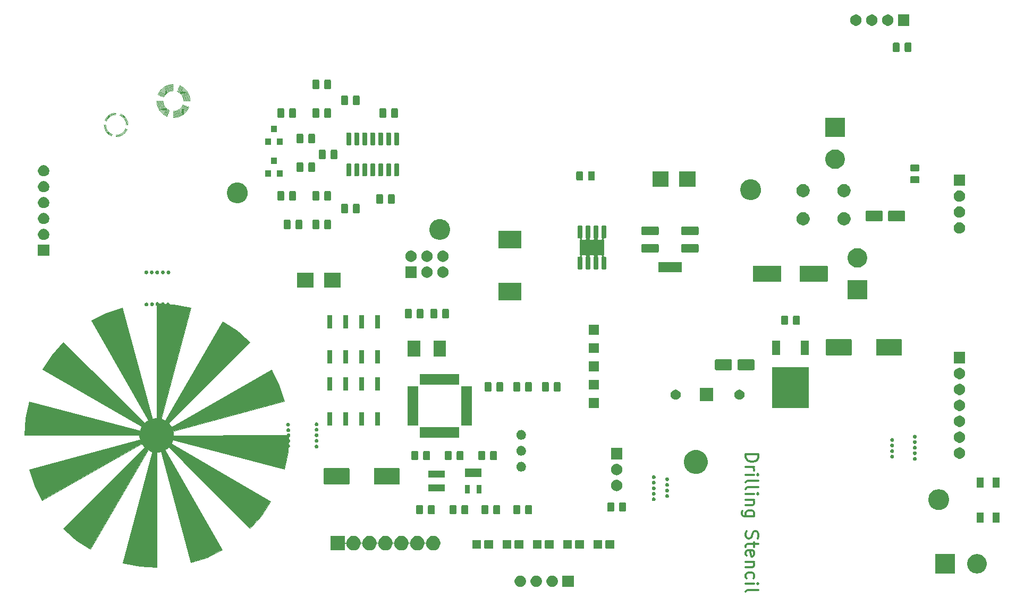
<source format=gbr>
G04 #@! TF.GenerationSoftware,KiCad,Pcbnew,(5.1.5-0-10_14)*
G04 #@! TF.CreationDate,2020-02-25T16:39:45+01:00*
G04 #@! TF.ProjectId,ErnoCCC,45726e6f-4343-4432-9e6b-696361645f70,rev?*
G04 #@! TF.SameCoordinates,Original*
G04 #@! TF.FileFunction,Soldermask,Top*
G04 #@! TF.FilePolarity,Negative*
%FSLAX46Y46*%
G04 Gerber Fmt 4.6, Leading zero omitted, Abs format (unit mm)*
G04 Created by KiCad (PCBNEW (5.1.5-0-10_14)) date 2020-02-25 16:39:45*
%MOMM*%
%LPD*%
G04 APERTURE LIST*
%ADD10C,0.300000*%
%ADD11C,0.120000*%
%ADD12C,0.100000*%
%ADD13C,0.050000*%
G04 APERTURE END LIST*
D10*
X182864238Y-96076857D02*
X184864238Y-96076857D01*
X184864238Y-96553047D01*
X184769000Y-96838761D01*
X184578523Y-97029238D01*
X184388047Y-97124476D01*
X184007095Y-97219714D01*
X183721380Y-97219714D01*
X183340428Y-97124476D01*
X183149952Y-97029238D01*
X182959476Y-96838761D01*
X182864238Y-96553047D01*
X182864238Y-96076857D01*
X182864238Y-98076857D02*
X184197571Y-98076857D01*
X183816619Y-98076857D02*
X184007095Y-98172095D01*
X184102333Y-98267333D01*
X184197571Y-98457809D01*
X184197571Y-98648285D01*
X182864238Y-99314952D02*
X184197571Y-99314952D01*
X184864238Y-99314952D02*
X184769000Y-99219714D01*
X184673761Y-99314952D01*
X184769000Y-99410190D01*
X184864238Y-99314952D01*
X184673761Y-99314952D01*
X182864238Y-100553047D02*
X182959476Y-100362571D01*
X183149952Y-100267333D01*
X184864238Y-100267333D01*
X182864238Y-101600666D02*
X182959476Y-101410190D01*
X183149952Y-101314952D01*
X184864238Y-101314952D01*
X182864238Y-102362571D02*
X184197571Y-102362571D01*
X184864238Y-102362571D02*
X184769000Y-102267333D01*
X184673761Y-102362571D01*
X184769000Y-102457809D01*
X184864238Y-102362571D01*
X184673761Y-102362571D01*
X184197571Y-103314952D02*
X182864238Y-103314952D01*
X184007095Y-103314952D02*
X184102333Y-103410190D01*
X184197571Y-103600666D01*
X184197571Y-103886380D01*
X184102333Y-104076857D01*
X183911857Y-104172095D01*
X182864238Y-104172095D01*
X184197571Y-105981619D02*
X182578523Y-105981619D01*
X182388047Y-105886380D01*
X182292809Y-105791142D01*
X182197571Y-105600666D01*
X182197571Y-105314952D01*
X182292809Y-105124476D01*
X182959476Y-105981619D02*
X182864238Y-105791142D01*
X182864238Y-105410190D01*
X182959476Y-105219714D01*
X183054714Y-105124476D01*
X183245190Y-105029238D01*
X183816619Y-105029238D01*
X184007095Y-105124476D01*
X184102333Y-105219714D01*
X184197571Y-105410190D01*
X184197571Y-105791142D01*
X184102333Y-105981619D01*
X182959476Y-108362571D02*
X182864238Y-108648285D01*
X182864238Y-109124476D01*
X182959476Y-109314952D01*
X183054714Y-109410190D01*
X183245190Y-109505428D01*
X183435666Y-109505428D01*
X183626142Y-109410190D01*
X183721380Y-109314952D01*
X183816619Y-109124476D01*
X183911857Y-108743523D01*
X184007095Y-108553047D01*
X184102333Y-108457809D01*
X184292809Y-108362571D01*
X184483285Y-108362571D01*
X184673761Y-108457809D01*
X184769000Y-108553047D01*
X184864238Y-108743523D01*
X184864238Y-109219714D01*
X184769000Y-109505428D01*
X184197571Y-110076857D02*
X184197571Y-110838761D01*
X184864238Y-110362571D02*
X183149952Y-110362571D01*
X182959476Y-110457809D01*
X182864238Y-110648285D01*
X182864238Y-110838761D01*
X182959476Y-112267333D02*
X182864238Y-112076857D01*
X182864238Y-111695904D01*
X182959476Y-111505428D01*
X183149952Y-111410190D01*
X183911857Y-111410190D01*
X184102333Y-111505428D01*
X184197571Y-111695904D01*
X184197571Y-112076857D01*
X184102333Y-112267333D01*
X183911857Y-112362571D01*
X183721380Y-112362571D01*
X183530904Y-111410190D01*
X184197571Y-113219714D02*
X182864238Y-113219714D01*
X184007095Y-113219714D02*
X184102333Y-113314952D01*
X184197571Y-113505428D01*
X184197571Y-113791142D01*
X184102333Y-113981619D01*
X183911857Y-114076857D01*
X182864238Y-114076857D01*
X182959476Y-115886380D02*
X182864238Y-115695904D01*
X182864238Y-115314952D01*
X182959476Y-115124476D01*
X183054714Y-115029238D01*
X183245190Y-114934000D01*
X183816619Y-114934000D01*
X184007095Y-115029238D01*
X184102333Y-115124476D01*
X184197571Y-115314952D01*
X184197571Y-115695904D01*
X184102333Y-115886380D01*
X182864238Y-116743523D02*
X184197571Y-116743523D01*
X184864238Y-116743523D02*
X184769000Y-116648285D01*
X184673761Y-116743523D01*
X184769000Y-116838761D01*
X184864238Y-116743523D01*
X184673761Y-116743523D01*
X182864238Y-117981619D02*
X182959476Y-117791142D01*
X183149952Y-117695904D01*
X184864238Y-117695904D01*
D11*
X83169178Y-41851094D02*
G75*
G02X84310000Y-43511000I-637178J-1659906D01*
G01*
X83282459Y-41760047D02*
G75*
G02X84437000Y-43511000I-750459J-1750953D01*
G01*
X83123665Y-41969659D02*
G75*
G02X84183000Y-43511000I-591665J-1541341D01*
G01*
X84282953Y-44261459D02*
G75*
G02X82532000Y-45416000I-1750953J750459D01*
G01*
X84191906Y-44148178D02*
G75*
G02X82532000Y-45289000I-1659906J637178D01*
G01*
X84073341Y-44102665D02*
G75*
G02X82532000Y-45162000I-1541341J591665D01*
G01*
X81940335Y-45052341D02*
G75*
G02X80881000Y-43511000I591665J1541341D01*
G01*
X81781541Y-45261953D02*
G75*
G02X80627000Y-43511000I750459J1750953D01*
G01*
X81894822Y-45170906D02*
G75*
G02X80754000Y-43511000I637178J1659906D01*
G01*
X80781047Y-42760541D02*
G75*
G02X82532000Y-41606000I1750953J-750459D01*
G01*
X80872094Y-42873822D02*
G75*
G02X82532000Y-41733000I1659906J-637178D01*
G01*
X80990659Y-42919335D02*
G75*
G02X82532000Y-41860000I1541341J-591665D01*
G01*
X92547127Y-37587488D02*
G75*
G02X93962000Y-39701000I-871127J-2113512D01*
G01*
X92313178Y-38041094D02*
G75*
G02X93454000Y-39701000I-637178J-1659906D01*
G01*
X92553057Y-37317228D02*
G75*
G02X94216000Y-39701000I-877057J-2383772D01*
G01*
X92430619Y-37814317D02*
G75*
G02X93708000Y-39701000I-754619J-1886683D01*
G01*
X92426459Y-37950047D02*
G75*
G02X93581000Y-39701000I-750459J-1750953D01*
G01*
X92435626Y-37680047D02*
G75*
G02X93835000Y-39701000I-759626J-2020953D01*
G01*
X92552525Y-37452829D02*
G75*
G02X94089000Y-39701000I-876525J-2248171D01*
G01*
X92675076Y-37228201D02*
G75*
G02X94343000Y-39701000I-999076J-2472799D01*
G01*
X92310472Y-38176780D02*
G75*
G02X93327000Y-39701000I-634472J-1524220D01*
G01*
X94059772Y-40578057D02*
G75*
G02X91676000Y-42241000I-2383772J877057D01*
G01*
X93426953Y-40451459D02*
G75*
G02X91676000Y-41606000I-1750953J750459D01*
G01*
X93696953Y-40460626D02*
G75*
G02X91676000Y-41860000I-2020953J759626D01*
G01*
X93789512Y-40572127D02*
G75*
G02X91676000Y-41987000I-2113512J871127D01*
G01*
X93335906Y-40338178D02*
G75*
G02X91676000Y-41479000I-1659906J637178D01*
G01*
X93924171Y-40577525D02*
G75*
G02X91676000Y-42114000I-2248171J876525D01*
G01*
X93562683Y-40455619D02*
G75*
G02X91676000Y-41733000I-1886683J754619D01*
G01*
X93200220Y-40335472D02*
G75*
G02X91676000Y-41352000I-1524220J634472D01*
G01*
X94148799Y-40700076D02*
G75*
G02X91676000Y-42368000I-2472799J999076D01*
G01*
X90676924Y-42173799D02*
G75*
G02X89009000Y-39701000I999076J2472799D01*
G01*
X91038822Y-41360906D02*
G75*
G02X89898000Y-39701000I637178J1659906D01*
G01*
X90916374Y-41721953D02*
G75*
G02X89517000Y-39701000I759626J2020953D01*
G01*
X90925541Y-41451953D02*
G75*
G02X89771000Y-39701000I750459J1750953D01*
G01*
X91041528Y-41225220D02*
G75*
G02X90025000Y-39701000I634472J1524220D01*
G01*
X90799475Y-41949171D02*
G75*
G02X89263000Y-39701000I876525J2248171D01*
G01*
X90804873Y-41814512D02*
G75*
G02X89390000Y-39701000I871127J2113512D01*
G01*
X90921381Y-41587683D02*
G75*
G02X89644000Y-39701000I754619J1886683D01*
G01*
X90798943Y-42084772D02*
G75*
G02X89136000Y-39701000I877057J2383772D01*
G01*
X89203201Y-38701924D02*
G75*
G02X91676000Y-37034000I2472799J-999076D01*
G01*
X89292228Y-38823943D02*
G75*
G02X91676000Y-37161000I2383772J-877057D01*
G01*
X89427829Y-38824475D02*
G75*
G02X91676000Y-37288000I2248171J-876525D01*
G01*
X89562488Y-38829873D02*
G75*
G02X91676000Y-37415000I2113512J-871127D01*
G01*
X89655047Y-38941374D02*
G75*
G02X91676000Y-37542000I2020953J-759626D01*
G01*
X89789317Y-38946381D02*
G75*
G02X91676000Y-37669000I1886683J-754619D01*
G01*
X89925047Y-38950541D02*
G75*
G02X91676000Y-37796000I1750953J-750459D01*
G01*
X90016094Y-39063822D02*
G75*
G02X91676000Y-37923000I1659906J-637178D01*
G01*
X90151780Y-39066528D02*
G75*
G02X91676000Y-38050000I1524220J-634472D01*
G01*
D12*
G36*
X89034400Y-93015600D02*
G01*
X78595000Y-74753000D01*
X81008000Y-73559200D01*
X83548000Y-72721000D01*
X89034400Y-93015600D01*
G37*
X89034400Y-93015600D02*
X78595000Y-74753000D01*
X81008000Y-73559200D01*
X83548000Y-72721000D01*
X89034400Y-93015600D01*
G36*
X89009000Y-93041000D02*
G01*
X70848000Y-82500000D01*
X72321200Y-80214000D01*
X74150000Y-78182000D01*
X89009000Y-93041000D01*
G37*
X89009000Y-93041000D02*
X70848000Y-82500000D01*
X72321200Y-80214000D01*
X74150000Y-78182000D01*
X89009000Y-93041000D01*
G36*
X89034400Y-93015600D02*
G01*
X67976021Y-93041000D01*
X68104800Y-90335901D01*
X68663600Y-87630800D01*
X89034400Y-93015600D01*
G37*
X89034400Y-93015600D02*
X67976021Y-93041000D01*
X68104800Y-90335901D01*
X68663600Y-87630800D01*
X89034400Y-93015600D01*
G36*
X70721000Y-103455000D02*
G01*
X69527200Y-101042000D01*
X68689000Y-98502000D01*
X88983600Y-93015600D01*
X70721000Y-103455000D01*
G37*
X70721000Y-103455000D02*
X69527200Y-101042000D01*
X68689000Y-98502000D01*
X88983600Y-93015600D01*
X70721000Y-103455000D01*
G36*
X78468000Y-111202000D02*
G01*
X76182000Y-109728800D01*
X74150000Y-107900000D01*
X89009000Y-93041000D01*
X78468000Y-111202000D01*
G37*
X78468000Y-111202000D02*
X76182000Y-109728800D01*
X74150000Y-107900000D01*
X89009000Y-93041000D01*
X78468000Y-111202000D01*
G36*
X89009000Y-114073979D02*
G01*
X86303901Y-113945200D01*
X83598800Y-113386400D01*
X88983600Y-93015600D01*
X89009000Y-114073979D01*
G37*
X89009000Y-114073979D02*
X86303901Y-113945200D01*
X83598800Y-113386400D01*
X88983600Y-93015600D01*
X89009000Y-114073979D01*
G36*
X99423000Y-111329000D02*
G01*
X97010000Y-112522800D01*
X94470000Y-113361000D01*
X88983600Y-93066400D01*
X99423000Y-111329000D01*
G37*
X99423000Y-111329000D02*
X97010000Y-112522800D01*
X94470000Y-113361000D01*
X88983600Y-93066400D01*
X99423000Y-111329000D01*
G36*
X107170000Y-103582000D02*
G01*
X105696800Y-105868000D01*
X103868000Y-107900000D01*
X89009000Y-93041000D01*
X107170000Y-103582000D01*
G37*
X107170000Y-103582000D02*
X105696800Y-105868000D01*
X103868000Y-107900000D01*
X89009000Y-93041000D01*
X107170000Y-103582000D01*
G36*
X109913200Y-95746099D02*
G01*
X109354400Y-98451200D01*
X88983600Y-93066400D01*
X110041979Y-93041000D01*
X109913200Y-95746099D01*
G37*
X109913200Y-95746099D02*
X109354400Y-98451200D01*
X88983600Y-93066400D01*
X110041979Y-93041000D01*
X109913200Y-95746099D01*
G36*
X108490800Y-85040000D02*
G01*
X109329000Y-87580000D01*
X89034400Y-93066400D01*
X107297000Y-82627000D01*
X108490800Y-85040000D01*
G37*
X108490800Y-85040000D02*
X109329000Y-87580000D01*
X89034400Y-93066400D01*
X107297000Y-82627000D01*
X108490800Y-85040000D01*
G36*
X101836000Y-76353200D02*
G01*
X103868000Y-78182000D01*
X89009000Y-93041000D01*
X99550000Y-74880000D01*
X101836000Y-76353200D01*
G37*
X101836000Y-76353200D02*
X103868000Y-78182000D01*
X89009000Y-93041000D01*
X99550000Y-74880000D01*
X101836000Y-76353200D01*
G36*
X91714099Y-72136800D02*
G01*
X94419200Y-72695600D01*
X89034400Y-93066400D01*
X89009000Y-72008021D01*
X91714099Y-72136800D01*
G37*
X91714099Y-72136800D02*
X94419200Y-72695600D01*
X89034400Y-93066400D01*
X89009000Y-72008021D01*
X91714099Y-72136800D01*
D13*
G36*
X155460000Y-117233000D02*
G01*
X153658000Y-117233000D01*
X153658000Y-115431000D01*
X155460000Y-115431000D01*
X155460000Y-117233000D01*
G37*
G36*
X152132512Y-115435927D02*
G01*
X152281812Y-115465624D01*
X152445784Y-115533544D01*
X152593354Y-115632147D01*
X152718853Y-115757646D01*
X152817456Y-115905216D01*
X152885376Y-116069188D01*
X152920000Y-116243259D01*
X152920000Y-116420741D01*
X152885376Y-116594812D01*
X152817456Y-116758784D01*
X152718853Y-116906354D01*
X152593354Y-117031853D01*
X152445784Y-117130456D01*
X152281812Y-117198376D01*
X152132512Y-117228073D01*
X152107742Y-117233000D01*
X151930258Y-117233000D01*
X151905488Y-117228073D01*
X151756188Y-117198376D01*
X151592216Y-117130456D01*
X151444646Y-117031853D01*
X151319147Y-116906354D01*
X151220544Y-116758784D01*
X151152624Y-116594812D01*
X151118000Y-116420741D01*
X151118000Y-116243259D01*
X151152624Y-116069188D01*
X151220544Y-115905216D01*
X151319147Y-115757646D01*
X151444646Y-115632147D01*
X151592216Y-115533544D01*
X151756188Y-115465624D01*
X151905488Y-115435927D01*
X151930258Y-115431000D01*
X152107742Y-115431000D01*
X152132512Y-115435927D01*
G37*
G36*
X149592512Y-115435927D02*
G01*
X149741812Y-115465624D01*
X149905784Y-115533544D01*
X150053354Y-115632147D01*
X150178853Y-115757646D01*
X150277456Y-115905216D01*
X150345376Y-116069188D01*
X150380000Y-116243259D01*
X150380000Y-116420741D01*
X150345376Y-116594812D01*
X150277456Y-116758784D01*
X150178853Y-116906354D01*
X150053354Y-117031853D01*
X149905784Y-117130456D01*
X149741812Y-117198376D01*
X149592512Y-117228073D01*
X149567742Y-117233000D01*
X149390258Y-117233000D01*
X149365488Y-117228073D01*
X149216188Y-117198376D01*
X149052216Y-117130456D01*
X148904646Y-117031853D01*
X148779147Y-116906354D01*
X148680544Y-116758784D01*
X148612624Y-116594812D01*
X148578000Y-116420741D01*
X148578000Y-116243259D01*
X148612624Y-116069188D01*
X148680544Y-115905216D01*
X148779147Y-115757646D01*
X148904646Y-115632147D01*
X149052216Y-115533544D01*
X149216188Y-115465624D01*
X149365488Y-115435927D01*
X149390258Y-115431000D01*
X149567742Y-115431000D01*
X149592512Y-115435927D01*
G37*
G36*
X147052512Y-115435927D02*
G01*
X147201812Y-115465624D01*
X147365784Y-115533544D01*
X147513354Y-115632147D01*
X147638853Y-115757646D01*
X147737456Y-115905216D01*
X147805376Y-116069188D01*
X147840000Y-116243259D01*
X147840000Y-116420741D01*
X147805376Y-116594812D01*
X147737456Y-116758784D01*
X147638853Y-116906354D01*
X147513354Y-117031853D01*
X147365784Y-117130456D01*
X147201812Y-117198376D01*
X147052512Y-117228073D01*
X147027742Y-117233000D01*
X146850258Y-117233000D01*
X146825488Y-117228073D01*
X146676188Y-117198376D01*
X146512216Y-117130456D01*
X146364646Y-117031853D01*
X146239147Y-116906354D01*
X146140544Y-116758784D01*
X146072624Y-116594812D01*
X146038000Y-116420741D01*
X146038000Y-116243259D01*
X146072624Y-116069188D01*
X146140544Y-115905216D01*
X146239147Y-115757646D01*
X146364646Y-115632147D01*
X146512216Y-115533544D01*
X146676188Y-115465624D01*
X146825488Y-115435927D01*
X146850258Y-115431000D01*
X147027742Y-115431000D01*
X147052512Y-115435927D01*
G37*
G36*
X219994585Y-112016802D02*
G01*
X220144410Y-112046604D01*
X220426674Y-112163521D01*
X220680705Y-112333259D01*
X220896741Y-112549295D01*
X221066479Y-112803326D01*
X221183396Y-113085590D01*
X221243000Y-113385240D01*
X221243000Y-113690760D01*
X221183396Y-113990410D01*
X221066479Y-114272674D01*
X220896741Y-114526705D01*
X220680705Y-114742741D01*
X220426674Y-114912479D01*
X220144410Y-115029396D01*
X219994585Y-115059198D01*
X219844761Y-115089000D01*
X219539239Y-115089000D01*
X219389415Y-115059198D01*
X219239590Y-115029396D01*
X218957326Y-114912479D01*
X218703295Y-114742741D01*
X218487259Y-114526705D01*
X218317521Y-114272674D01*
X218200604Y-113990410D01*
X218141000Y-113690760D01*
X218141000Y-113385240D01*
X218200604Y-113085590D01*
X218317521Y-112803326D01*
X218487259Y-112549295D01*
X218703295Y-112333259D01*
X218957326Y-112163521D01*
X219239590Y-112046604D01*
X219389415Y-112016802D01*
X219539239Y-111987000D01*
X219844761Y-111987000D01*
X219994585Y-112016802D01*
G37*
G36*
X216163000Y-115089000D02*
G01*
X213061000Y-115089000D01*
X213061000Y-111987000D01*
X216163000Y-111987000D01*
X216163000Y-115089000D01*
G37*
G36*
X118989000Y-110050007D02*
G01*
X118991402Y-110074393D01*
X118998515Y-110097842D01*
X119010066Y-110119453D01*
X119025611Y-110138395D01*
X119044553Y-110153940D01*
X119066164Y-110165491D01*
X119089613Y-110172604D01*
X119113999Y-110175006D01*
X119138385Y-110172604D01*
X119161834Y-110165491D01*
X119183445Y-110153940D01*
X119202387Y-110138395D01*
X119217932Y-110119453D01*
X119229483Y-110097842D01*
X119236596Y-110074393D01*
X119271232Y-109900267D01*
X119288398Y-109858825D01*
X119357997Y-109690797D01*
X119483960Y-109502280D01*
X119644280Y-109341960D01*
X119832797Y-109215997D01*
X120042266Y-109129232D01*
X120153451Y-109107116D01*
X120264635Y-109085000D01*
X120491365Y-109085000D01*
X120602549Y-109107116D01*
X120713734Y-109129232D01*
X120923203Y-109215997D01*
X121111720Y-109341960D01*
X121272040Y-109502280D01*
X121398003Y-109690797D01*
X121467603Y-109858825D01*
X121484768Y-109900267D01*
X121525403Y-110104552D01*
X121532516Y-110128001D01*
X121544067Y-110149612D01*
X121559612Y-110168554D01*
X121578554Y-110184099D01*
X121600165Y-110195650D01*
X121623614Y-110202763D01*
X121648000Y-110205165D01*
X121672386Y-110202763D01*
X121695835Y-110195650D01*
X121717446Y-110184099D01*
X121736388Y-110168554D01*
X121751933Y-110149612D01*
X121763484Y-110128001D01*
X121770597Y-110104552D01*
X121811232Y-109900267D01*
X121828398Y-109858825D01*
X121897997Y-109690797D01*
X122023960Y-109502280D01*
X122184280Y-109341960D01*
X122372797Y-109215997D01*
X122582266Y-109129232D01*
X122693451Y-109107116D01*
X122804635Y-109085000D01*
X123031365Y-109085000D01*
X123142549Y-109107116D01*
X123253734Y-109129232D01*
X123463203Y-109215997D01*
X123651720Y-109341960D01*
X123812040Y-109502280D01*
X123938003Y-109690797D01*
X124007603Y-109858825D01*
X124024768Y-109900267D01*
X124065403Y-110104552D01*
X124072516Y-110128001D01*
X124084067Y-110149612D01*
X124099612Y-110168554D01*
X124118554Y-110184099D01*
X124140165Y-110195650D01*
X124163614Y-110202763D01*
X124188000Y-110205165D01*
X124212386Y-110202763D01*
X124235835Y-110195650D01*
X124257446Y-110184099D01*
X124276388Y-110168554D01*
X124291933Y-110149612D01*
X124303484Y-110128001D01*
X124310597Y-110104552D01*
X124351232Y-109900267D01*
X124368398Y-109858825D01*
X124437997Y-109690797D01*
X124563960Y-109502280D01*
X124724280Y-109341960D01*
X124912797Y-109215997D01*
X125122266Y-109129232D01*
X125233451Y-109107116D01*
X125344635Y-109085000D01*
X125571365Y-109085000D01*
X125682549Y-109107116D01*
X125793734Y-109129232D01*
X126003203Y-109215997D01*
X126191720Y-109341960D01*
X126352040Y-109502280D01*
X126478003Y-109690797D01*
X126547603Y-109858825D01*
X126564768Y-109900267D01*
X126605403Y-110104552D01*
X126612516Y-110128001D01*
X126624067Y-110149612D01*
X126639612Y-110168554D01*
X126658554Y-110184099D01*
X126680165Y-110195650D01*
X126703614Y-110202763D01*
X126728000Y-110205165D01*
X126752386Y-110202763D01*
X126775835Y-110195650D01*
X126797446Y-110184099D01*
X126816388Y-110168554D01*
X126831933Y-110149612D01*
X126843484Y-110128001D01*
X126850597Y-110104552D01*
X126891232Y-109900267D01*
X126908398Y-109858825D01*
X126977997Y-109690797D01*
X127103960Y-109502280D01*
X127264280Y-109341960D01*
X127452797Y-109215997D01*
X127662266Y-109129232D01*
X127773451Y-109107116D01*
X127884635Y-109085000D01*
X128111365Y-109085000D01*
X128222549Y-109107116D01*
X128333734Y-109129232D01*
X128543203Y-109215997D01*
X128731720Y-109341960D01*
X128892040Y-109502280D01*
X129018003Y-109690797D01*
X129087603Y-109858825D01*
X129104768Y-109900267D01*
X129145403Y-110104552D01*
X129152516Y-110128001D01*
X129164067Y-110149612D01*
X129179612Y-110168554D01*
X129198554Y-110184099D01*
X129220165Y-110195650D01*
X129243614Y-110202763D01*
X129268000Y-110205165D01*
X129292386Y-110202763D01*
X129315835Y-110195650D01*
X129337446Y-110184099D01*
X129356388Y-110168554D01*
X129371933Y-110149612D01*
X129383484Y-110128001D01*
X129390597Y-110104552D01*
X129431232Y-109900267D01*
X129448398Y-109858825D01*
X129517997Y-109690797D01*
X129643960Y-109502280D01*
X129804280Y-109341960D01*
X129992797Y-109215997D01*
X130202266Y-109129232D01*
X130313451Y-109107116D01*
X130424635Y-109085000D01*
X130651365Y-109085000D01*
X130762549Y-109107116D01*
X130873734Y-109129232D01*
X131083203Y-109215997D01*
X131271720Y-109341960D01*
X131432040Y-109502280D01*
X131558003Y-109690797D01*
X131627603Y-109858825D01*
X131644768Y-109900267D01*
X131685403Y-110104552D01*
X131692516Y-110128001D01*
X131704067Y-110149612D01*
X131719612Y-110168554D01*
X131738554Y-110184099D01*
X131760165Y-110195650D01*
X131783614Y-110202763D01*
X131808000Y-110205165D01*
X131832386Y-110202763D01*
X131855835Y-110195650D01*
X131877446Y-110184099D01*
X131896388Y-110168554D01*
X131911933Y-110149612D01*
X131923484Y-110128001D01*
X131930597Y-110104552D01*
X131971232Y-109900267D01*
X131988398Y-109858825D01*
X132057997Y-109690797D01*
X132183960Y-109502280D01*
X132344280Y-109341960D01*
X132532797Y-109215997D01*
X132742266Y-109129232D01*
X132853451Y-109107116D01*
X132964635Y-109085000D01*
X133191365Y-109085000D01*
X133302549Y-109107116D01*
X133413734Y-109129232D01*
X133623203Y-109215997D01*
X133811720Y-109341960D01*
X133972040Y-109502280D01*
X134098003Y-109690797D01*
X134184768Y-109900266D01*
X134229000Y-110122636D01*
X134229000Y-110349364D01*
X134184768Y-110571734D01*
X134098003Y-110781203D01*
X133972040Y-110969720D01*
X133811720Y-111130040D01*
X133623203Y-111256003D01*
X133413734Y-111342768D01*
X133302549Y-111364884D01*
X133191365Y-111387000D01*
X132964635Y-111387000D01*
X132853451Y-111364884D01*
X132742266Y-111342768D01*
X132532797Y-111256003D01*
X132344280Y-111130040D01*
X132183960Y-110969720D01*
X132057997Y-110781203D01*
X131971232Y-110571734D01*
X131930597Y-110367448D01*
X131923484Y-110343999D01*
X131911933Y-110322388D01*
X131896388Y-110303446D01*
X131877446Y-110287901D01*
X131855835Y-110276350D01*
X131832386Y-110269237D01*
X131808000Y-110266835D01*
X131783614Y-110269237D01*
X131760165Y-110276350D01*
X131738554Y-110287901D01*
X131719612Y-110303446D01*
X131704067Y-110322388D01*
X131692516Y-110343999D01*
X131685403Y-110367448D01*
X131644768Y-110571734D01*
X131558003Y-110781203D01*
X131432040Y-110969720D01*
X131271720Y-111130040D01*
X131083203Y-111256003D01*
X130873734Y-111342768D01*
X130762549Y-111364884D01*
X130651365Y-111387000D01*
X130424635Y-111387000D01*
X130313451Y-111364884D01*
X130202266Y-111342768D01*
X129992797Y-111256003D01*
X129804280Y-111130040D01*
X129643960Y-110969720D01*
X129517997Y-110781203D01*
X129431232Y-110571734D01*
X129390597Y-110367448D01*
X129383484Y-110343999D01*
X129371933Y-110322388D01*
X129356388Y-110303446D01*
X129337446Y-110287901D01*
X129315835Y-110276350D01*
X129292386Y-110269237D01*
X129268000Y-110266835D01*
X129243614Y-110269237D01*
X129220165Y-110276350D01*
X129198554Y-110287901D01*
X129179612Y-110303446D01*
X129164067Y-110322388D01*
X129152516Y-110343999D01*
X129145403Y-110367448D01*
X129104768Y-110571734D01*
X129018003Y-110781203D01*
X128892040Y-110969720D01*
X128731720Y-111130040D01*
X128543203Y-111256003D01*
X128333734Y-111342768D01*
X128222549Y-111364884D01*
X128111365Y-111387000D01*
X127884635Y-111387000D01*
X127773451Y-111364884D01*
X127662266Y-111342768D01*
X127452797Y-111256003D01*
X127264280Y-111130040D01*
X127103960Y-110969720D01*
X126977997Y-110781203D01*
X126891232Y-110571734D01*
X126850597Y-110367448D01*
X126843484Y-110343999D01*
X126831933Y-110322388D01*
X126816388Y-110303446D01*
X126797446Y-110287901D01*
X126775835Y-110276350D01*
X126752386Y-110269237D01*
X126728000Y-110266835D01*
X126703614Y-110269237D01*
X126680165Y-110276350D01*
X126658554Y-110287901D01*
X126639612Y-110303446D01*
X126624067Y-110322388D01*
X126612516Y-110343999D01*
X126605403Y-110367448D01*
X126564768Y-110571734D01*
X126478003Y-110781203D01*
X126352040Y-110969720D01*
X126191720Y-111130040D01*
X126003203Y-111256003D01*
X125793734Y-111342768D01*
X125682549Y-111364884D01*
X125571365Y-111387000D01*
X125344635Y-111387000D01*
X125233451Y-111364884D01*
X125122266Y-111342768D01*
X124912797Y-111256003D01*
X124724280Y-111130040D01*
X124563960Y-110969720D01*
X124437997Y-110781203D01*
X124351232Y-110571734D01*
X124310597Y-110367448D01*
X124303484Y-110343999D01*
X124291933Y-110322388D01*
X124276388Y-110303446D01*
X124257446Y-110287901D01*
X124235835Y-110276350D01*
X124212386Y-110269237D01*
X124188000Y-110266835D01*
X124163614Y-110269237D01*
X124140165Y-110276350D01*
X124118554Y-110287901D01*
X124099612Y-110303446D01*
X124084067Y-110322388D01*
X124072516Y-110343999D01*
X124065403Y-110367448D01*
X124024768Y-110571734D01*
X123938003Y-110781203D01*
X123812040Y-110969720D01*
X123651720Y-111130040D01*
X123463203Y-111256003D01*
X123253734Y-111342768D01*
X123142549Y-111364884D01*
X123031365Y-111387000D01*
X122804635Y-111387000D01*
X122693451Y-111364884D01*
X122582266Y-111342768D01*
X122372797Y-111256003D01*
X122184280Y-111130040D01*
X122023960Y-110969720D01*
X121897997Y-110781203D01*
X121811232Y-110571734D01*
X121770597Y-110367448D01*
X121763484Y-110343999D01*
X121751933Y-110322388D01*
X121736388Y-110303446D01*
X121717446Y-110287901D01*
X121695835Y-110276350D01*
X121672386Y-110269237D01*
X121648000Y-110266835D01*
X121623614Y-110269237D01*
X121600165Y-110276350D01*
X121578554Y-110287901D01*
X121559612Y-110303446D01*
X121544067Y-110322388D01*
X121532516Y-110343999D01*
X121525403Y-110367448D01*
X121484768Y-110571734D01*
X121398003Y-110781203D01*
X121272040Y-110969720D01*
X121111720Y-111130040D01*
X120923203Y-111256003D01*
X120713734Y-111342768D01*
X120602549Y-111364884D01*
X120491365Y-111387000D01*
X120264635Y-111387000D01*
X120153451Y-111364884D01*
X120042266Y-111342768D01*
X119832797Y-111256003D01*
X119644280Y-111130040D01*
X119483960Y-110969720D01*
X119357997Y-110781203D01*
X119271232Y-110571734D01*
X119236596Y-110397607D01*
X119229483Y-110374158D01*
X119217932Y-110352547D01*
X119202387Y-110333605D01*
X119183445Y-110318060D01*
X119161834Y-110306509D01*
X119138385Y-110299396D01*
X119113999Y-110296994D01*
X119089613Y-110299396D01*
X119066164Y-110306509D01*
X119044553Y-110318060D01*
X119025611Y-110333605D01*
X119010066Y-110352547D01*
X118998515Y-110374158D01*
X118991402Y-110397607D01*
X118989000Y-110421993D01*
X118989000Y-111387000D01*
X116687000Y-111387000D01*
X116687000Y-109085000D01*
X118989000Y-109085000D01*
X118989000Y-110050007D01*
G37*
G36*
X145373781Y-109743295D02*
G01*
X145409816Y-109754227D01*
X145443024Y-109771977D01*
X145472134Y-109795866D01*
X145496023Y-109824976D01*
X145513773Y-109858184D01*
X145524705Y-109894219D01*
X145529000Y-109937831D01*
X145529000Y-110942169D01*
X145524705Y-110985781D01*
X145513773Y-111021816D01*
X145496023Y-111055024D01*
X145472134Y-111084134D01*
X145443024Y-111108023D01*
X145409816Y-111125773D01*
X145373781Y-111136705D01*
X145330169Y-111141000D01*
X144300831Y-111141000D01*
X144257219Y-111136705D01*
X144221184Y-111125773D01*
X144187976Y-111108023D01*
X144158866Y-111084134D01*
X144134977Y-111055024D01*
X144117227Y-111021816D01*
X144106295Y-110985781D01*
X144102000Y-110942169D01*
X144102000Y-109937831D01*
X144106295Y-109894219D01*
X144117227Y-109858184D01*
X144134977Y-109824976D01*
X144158866Y-109795866D01*
X144187976Y-109771977D01*
X144221184Y-109754227D01*
X144257219Y-109743295D01*
X144300831Y-109739000D01*
X145330169Y-109739000D01*
X145373781Y-109743295D01*
G37*
G36*
X142472781Y-109743295D02*
G01*
X142508816Y-109754227D01*
X142542024Y-109771977D01*
X142571134Y-109795866D01*
X142595023Y-109824976D01*
X142612773Y-109858184D01*
X142623705Y-109894219D01*
X142628000Y-109937831D01*
X142628000Y-110942169D01*
X142623705Y-110985781D01*
X142612773Y-111021816D01*
X142595023Y-111055024D01*
X142571134Y-111084134D01*
X142542024Y-111108023D01*
X142508816Y-111125773D01*
X142472781Y-111136705D01*
X142429169Y-111141000D01*
X141399831Y-111141000D01*
X141356219Y-111136705D01*
X141320184Y-111125773D01*
X141286976Y-111108023D01*
X141257866Y-111084134D01*
X141233977Y-111055024D01*
X141216227Y-111021816D01*
X141205295Y-110985781D01*
X141201000Y-110942169D01*
X141201000Y-109937831D01*
X141205295Y-109894219D01*
X141216227Y-109858184D01*
X141233977Y-109824976D01*
X141257866Y-109795866D01*
X141286976Y-109771977D01*
X141320184Y-109754227D01*
X141356219Y-109743295D01*
X141399831Y-109739000D01*
X142429169Y-109739000D01*
X142472781Y-109743295D01*
G37*
G36*
X140547781Y-109743295D02*
G01*
X140583816Y-109754227D01*
X140617024Y-109771977D01*
X140646134Y-109795866D01*
X140670023Y-109824976D01*
X140687773Y-109858184D01*
X140698705Y-109894219D01*
X140703000Y-109937831D01*
X140703000Y-110942169D01*
X140698705Y-110985781D01*
X140687773Y-111021816D01*
X140670023Y-111055024D01*
X140646134Y-111084134D01*
X140617024Y-111108023D01*
X140583816Y-111125773D01*
X140547781Y-111136705D01*
X140504169Y-111141000D01*
X139474831Y-111141000D01*
X139431219Y-111136705D01*
X139395184Y-111125773D01*
X139361976Y-111108023D01*
X139332866Y-111084134D01*
X139308977Y-111055024D01*
X139291227Y-111021816D01*
X139280295Y-110985781D01*
X139276000Y-110942169D01*
X139276000Y-109937831D01*
X139280295Y-109894219D01*
X139291227Y-109858184D01*
X139308977Y-109824976D01*
X139332866Y-109795866D01*
X139361976Y-109771977D01*
X139395184Y-109754227D01*
X139431219Y-109743295D01*
X139474831Y-109739000D01*
X140504169Y-109739000D01*
X140547781Y-109743295D01*
G37*
G36*
X150199781Y-109743295D02*
G01*
X150235816Y-109754227D01*
X150269024Y-109771977D01*
X150298134Y-109795866D01*
X150322023Y-109824976D01*
X150339773Y-109858184D01*
X150350705Y-109894219D01*
X150355000Y-109937831D01*
X150355000Y-110942169D01*
X150350705Y-110985781D01*
X150339773Y-111021816D01*
X150322023Y-111055024D01*
X150298134Y-111084134D01*
X150269024Y-111108023D01*
X150235816Y-111125773D01*
X150199781Y-111136705D01*
X150156169Y-111141000D01*
X149126831Y-111141000D01*
X149083219Y-111136705D01*
X149047184Y-111125773D01*
X149013976Y-111108023D01*
X148984866Y-111084134D01*
X148960977Y-111055024D01*
X148943227Y-111021816D01*
X148932295Y-110985781D01*
X148928000Y-110942169D01*
X148928000Y-109937831D01*
X148932295Y-109894219D01*
X148943227Y-109858184D01*
X148960977Y-109824976D01*
X148984866Y-109795866D01*
X149013976Y-109771977D01*
X149047184Y-109754227D01*
X149083219Y-109743295D01*
X149126831Y-109739000D01*
X150156169Y-109739000D01*
X150199781Y-109743295D01*
G37*
G36*
X147298781Y-109743295D02*
G01*
X147334816Y-109754227D01*
X147368024Y-109771977D01*
X147397134Y-109795866D01*
X147421023Y-109824976D01*
X147438773Y-109858184D01*
X147449705Y-109894219D01*
X147454000Y-109937831D01*
X147454000Y-110942169D01*
X147449705Y-110985781D01*
X147438773Y-111021816D01*
X147421023Y-111055024D01*
X147397134Y-111084134D01*
X147368024Y-111108023D01*
X147334816Y-111125773D01*
X147298781Y-111136705D01*
X147255169Y-111141000D01*
X146225831Y-111141000D01*
X146182219Y-111136705D01*
X146146184Y-111125773D01*
X146112976Y-111108023D01*
X146083866Y-111084134D01*
X146059977Y-111055024D01*
X146042227Y-111021816D01*
X146031295Y-110985781D01*
X146027000Y-110942169D01*
X146027000Y-109937831D01*
X146031295Y-109894219D01*
X146042227Y-109858184D01*
X146059977Y-109824976D01*
X146083866Y-109795866D01*
X146112976Y-109771977D01*
X146146184Y-109754227D01*
X146182219Y-109743295D01*
X146225831Y-109739000D01*
X147255169Y-109739000D01*
X147298781Y-109743295D01*
G37*
G36*
X152124781Y-109743295D02*
G01*
X152160816Y-109754227D01*
X152194024Y-109771977D01*
X152223134Y-109795866D01*
X152247023Y-109824976D01*
X152264773Y-109858184D01*
X152275705Y-109894219D01*
X152280000Y-109937831D01*
X152280000Y-110942169D01*
X152275705Y-110985781D01*
X152264773Y-111021816D01*
X152247023Y-111055024D01*
X152223134Y-111084134D01*
X152194024Y-111108023D01*
X152160816Y-111125773D01*
X152124781Y-111136705D01*
X152081169Y-111141000D01*
X151051831Y-111141000D01*
X151008219Y-111136705D01*
X150972184Y-111125773D01*
X150938976Y-111108023D01*
X150909866Y-111084134D01*
X150885977Y-111055024D01*
X150868227Y-111021816D01*
X150857295Y-110985781D01*
X150853000Y-110942169D01*
X150853000Y-109937831D01*
X150857295Y-109894219D01*
X150868227Y-109858184D01*
X150885977Y-109824976D01*
X150909866Y-109795866D01*
X150938976Y-109771977D01*
X150972184Y-109754227D01*
X151008219Y-109743295D01*
X151051831Y-109739000D01*
X152081169Y-109739000D01*
X152124781Y-109743295D01*
G37*
G36*
X155025781Y-109743295D02*
G01*
X155061816Y-109754227D01*
X155095024Y-109771977D01*
X155124134Y-109795866D01*
X155148023Y-109824976D01*
X155165773Y-109858184D01*
X155176705Y-109894219D01*
X155181000Y-109937831D01*
X155181000Y-110942169D01*
X155176705Y-110985781D01*
X155165773Y-111021816D01*
X155148023Y-111055024D01*
X155124134Y-111084134D01*
X155095024Y-111108023D01*
X155061816Y-111125773D01*
X155025781Y-111136705D01*
X154982169Y-111141000D01*
X153952831Y-111141000D01*
X153909219Y-111136705D01*
X153873184Y-111125773D01*
X153839976Y-111108023D01*
X153810866Y-111084134D01*
X153786977Y-111055024D01*
X153769227Y-111021816D01*
X153758295Y-110985781D01*
X153754000Y-110942169D01*
X153754000Y-109937831D01*
X153758295Y-109894219D01*
X153769227Y-109858184D01*
X153786977Y-109824976D01*
X153810866Y-109795866D01*
X153839976Y-109771977D01*
X153873184Y-109754227D01*
X153909219Y-109743295D01*
X153952831Y-109739000D01*
X154982169Y-109739000D01*
X155025781Y-109743295D01*
G37*
G36*
X156950781Y-109743295D02*
G01*
X156986816Y-109754227D01*
X157020024Y-109771977D01*
X157049134Y-109795866D01*
X157073023Y-109824976D01*
X157090773Y-109858184D01*
X157101705Y-109894219D01*
X157106000Y-109937831D01*
X157106000Y-110942169D01*
X157101705Y-110985781D01*
X157090773Y-111021816D01*
X157073023Y-111055024D01*
X157049134Y-111084134D01*
X157020024Y-111108023D01*
X156986816Y-111125773D01*
X156950781Y-111136705D01*
X156907169Y-111141000D01*
X155877831Y-111141000D01*
X155834219Y-111136705D01*
X155798184Y-111125773D01*
X155764976Y-111108023D01*
X155735866Y-111084134D01*
X155711977Y-111055024D01*
X155694227Y-111021816D01*
X155683295Y-110985781D01*
X155679000Y-110942169D01*
X155679000Y-109937831D01*
X155683295Y-109894219D01*
X155694227Y-109858184D01*
X155711977Y-109824976D01*
X155735866Y-109795866D01*
X155764976Y-109771977D01*
X155798184Y-109754227D01*
X155834219Y-109743295D01*
X155877831Y-109739000D01*
X156907169Y-109739000D01*
X156950781Y-109743295D01*
G37*
G36*
X161776781Y-109743295D02*
G01*
X161812816Y-109754227D01*
X161846024Y-109771977D01*
X161875134Y-109795866D01*
X161899023Y-109824976D01*
X161916773Y-109858184D01*
X161927705Y-109894219D01*
X161932000Y-109937831D01*
X161932000Y-110942169D01*
X161927705Y-110985781D01*
X161916773Y-111021816D01*
X161899023Y-111055024D01*
X161875134Y-111084134D01*
X161846024Y-111108023D01*
X161812816Y-111125773D01*
X161776781Y-111136705D01*
X161733169Y-111141000D01*
X160703831Y-111141000D01*
X160660219Y-111136705D01*
X160624184Y-111125773D01*
X160590976Y-111108023D01*
X160561866Y-111084134D01*
X160537977Y-111055024D01*
X160520227Y-111021816D01*
X160509295Y-110985781D01*
X160505000Y-110942169D01*
X160505000Y-109937831D01*
X160509295Y-109894219D01*
X160520227Y-109858184D01*
X160537977Y-109824976D01*
X160561866Y-109795866D01*
X160590976Y-109771977D01*
X160624184Y-109754227D01*
X160660219Y-109743295D01*
X160703831Y-109739000D01*
X161733169Y-109739000D01*
X161776781Y-109743295D01*
G37*
G36*
X159851781Y-109743295D02*
G01*
X159887816Y-109754227D01*
X159921024Y-109771977D01*
X159950134Y-109795866D01*
X159974023Y-109824976D01*
X159991773Y-109858184D01*
X160002705Y-109894219D01*
X160007000Y-109937831D01*
X160007000Y-110942169D01*
X160002705Y-110985781D01*
X159991773Y-111021816D01*
X159974023Y-111055024D01*
X159950134Y-111084134D01*
X159921024Y-111108023D01*
X159887816Y-111125773D01*
X159851781Y-111136705D01*
X159808169Y-111141000D01*
X158778831Y-111141000D01*
X158735219Y-111136705D01*
X158699184Y-111125773D01*
X158665976Y-111108023D01*
X158636866Y-111084134D01*
X158612977Y-111055024D01*
X158595227Y-111021816D01*
X158584295Y-110985781D01*
X158580000Y-110942169D01*
X158580000Y-109937831D01*
X158584295Y-109894219D01*
X158595227Y-109858184D01*
X158612977Y-109824976D01*
X158636866Y-109795866D01*
X158665976Y-109771977D01*
X158699184Y-109754227D01*
X158735219Y-109743295D01*
X158778831Y-109739000D01*
X159808169Y-109739000D01*
X159851781Y-109743295D01*
G37*
G36*
X223309000Y-106990999D02*
G01*
X222207000Y-106990999D01*
X222207000Y-105388999D01*
X223309000Y-105388999D01*
X223309000Y-106990999D01*
G37*
G36*
X220769000Y-106990999D02*
G01*
X219667000Y-106990999D01*
X219667000Y-105388999D01*
X220769000Y-105388999D01*
X220769000Y-106990999D01*
G37*
G36*
X148629468Y-104155565D02*
G01*
X148668138Y-104167296D01*
X148703777Y-104186346D01*
X148735017Y-104211983D01*
X148760654Y-104243223D01*
X148779704Y-104278862D01*
X148791435Y-104317532D01*
X148796000Y-104363888D01*
X148796000Y-105440112D01*
X148791435Y-105486468D01*
X148779704Y-105525138D01*
X148760654Y-105560777D01*
X148735017Y-105592017D01*
X148703777Y-105617654D01*
X148668138Y-105636704D01*
X148629468Y-105648435D01*
X148583112Y-105653000D01*
X147931888Y-105653000D01*
X147885532Y-105648435D01*
X147846862Y-105636704D01*
X147811223Y-105617654D01*
X147779983Y-105592017D01*
X147754346Y-105560777D01*
X147735296Y-105525138D01*
X147723565Y-105486468D01*
X147719000Y-105440112D01*
X147719000Y-104363888D01*
X147723565Y-104317532D01*
X147735296Y-104278862D01*
X147754346Y-104243223D01*
X147779983Y-104211983D01*
X147811223Y-104186346D01*
X147846862Y-104167296D01*
X147885532Y-104155565D01*
X147931888Y-104151000D01*
X148583112Y-104151000D01*
X148629468Y-104155565D01*
G37*
G36*
X146754468Y-104155565D02*
G01*
X146793138Y-104167296D01*
X146828777Y-104186346D01*
X146860017Y-104211983D01*
X146885654Y-104243223D01*
X146904704Y-104278862D01*
X146916435Y-104317532D01*
X146921000Y-104363888D01*
X146921000Y-105440112D01*
X146916435Y-105486468D01*
X146904704Y-105525138D01*
X146885654Y-105560777D01*
X146860017Y-105592017D01*
X146828777Y-105617654D01*
X146793138Y-105636704D01*
X146754468Y-105648435D01*
X146708112Y-105653000D01*
X146056888Y-105653000D01*
X146010532Y-105648435D01*
X145971862Y-105636704D01*
X145936223Y-105617654D01*
X145904983Y-105592017D01*
X145879346Y-105560777D01*
X145860296Y-105525138D01*
X145848565Y-105486468D01*
X145844000Y-105440112D01*
X145844000Y-104363888D01*
X145848565Y-104317532D01*
X145860296Y-104278862D01*
X145879346Y-104243223D01*
X145904983Y-104211983D01*
X145936223Y-104186346D01*
X145971862Y-104167296D01*
X146010532Y-104155565D01*
X146056888Y-104151000D01*
X146708112Y-104151000D01*
X146754468Y-104155565D01*
G37*
G36*
X143549468Y-104155565D02*
G01*
X143588138Y-104167296D01*
X143623777Y-104186346D01*
X143655017Y-104211983D01*
X143680654Y-104243223D01*
X143699704Y-104278862D01*
X143711435Y-104317532D01*
X143716000Y-104363888D01*
X143716000Y-105440112D01*
X143711435Y-105486468D01*
X143699704Y-105525138D01*
X143680654Y-105560777D01*
X143655017Y-105592017D01*
X143623777Y-105617654D01*
X143588138Y-105636704D01*
X143549468Y-105648435D01*
X143503112Y-105653000D01*
X142851888Y-105653000D01*
X142805532Y-105648435D01*
X142766862Y-105636704D01*
X142731223Y-105617654D01*
X142699983Y-105592017D01*
X142674346Y-105560777D01*
X142655296Y-105525138D01*
X142643565Y-105486468D01*
X142639000Y-105440112D01*
X142639000Y-104363888D01*
X142643565Y-104317532D01*
X142655296Y-104278862D01*
X142674346Y-104243223D01*
X142699983Y-104211983D01*
X142731223Y-104186346D01*
X142766862Y-104167296D01*
X142805532Y-104155565D01*
X142851888Y-104151000D01*
X143503112Y-104151000D01*
X143549468Y-104155565D01*
G37*
G36*
X141674468Y-104155565D02*
G01*
X141713138Y-104167296D01*
X141748777Y-104186346D01*
X141780017Y-104211983D01*
X141805654Y-104243223D01*
X141824704Y-104278862D01*
X141836435Y-104317532D01*
X141841000Y-104363888D01*
X141841000Y-105440112D01*
X141836435Y-105486468D01*
X141824704Y-105525138D01*
X141805654Y-105560777D01*
X141780017Y-105592017D01*
X141748777Y-105617654D01*
X141713138Y-105636704D01*
X141674468Y-105648435D01*
X141628112Y-105653000D01*
X140976888Y-105653000D01*
X140930532Y-105648435D01*
X140891862Y-105636704D01*
X140856223Y-105617654D01*
X140824983Y-105592017D01*
X140799346Y-105560777D01*
X140780296Y-105525138D01*
X140768565Y-105486468D01*
X140764000Y-105440112D01*
X140764000Y-104363888D01*
X140768565Y-104317532D01*
X140780296Y-104278862D01*
X140799346Y-104243223D01*
X140824983Y-104211983D01*
X140856223Y-104186346D01*
X140891862Y-104167296D01*
X140930532Y-104155565D01*
X140976888Y-104151000D01*
X141628112Y-104151000D01*
X141674468Y-104155565D01*
G37*
G36*
X138469468Y-104155565D02*
G01*
X138508138Y-104167296D01*
X138543777Y-104186346D01*
X138575017Y-104211983D01*
X138600654Y-104243223D01*
X138619704Y-104278862D01*
X138631435Y-104317532D01*
X138636000Y-104363888D01*
X138636000Y-105440112D01*
X138631435Y-105486468D01*
X138619704Y-105525138D01*
X138600654Y-105560777D01*
X138575017Y-105592017D01*
X138543777Y-105617654D01*
X138508138Y-105636704D01*
X138469468Y-105648435D01*
X138423112Y-105653000D01*
X137771888Y-105653000D01*
X137725532Y-105648435D01*
X137686862Y-105636704D01*
X137651223Y-105617654D01*
X137619983Y-105592017D01*
X137594346Y-105560777D01*
X137575296Y-105525138D01*
X137563565Y-105486468D01*
X137559000Y-105440112D01*
X137559000Y-104363888D01*
X137563565Y-104317532D01*
X137575296Y-104278862D01*
X137594346Y-104243223D01*
X137619983Y-104211983D01*
X137651223Y-104186346D01*
X137686862Y-104167296D01*
X137725532Y-104155565D01*
X137771888Y-104151000D01*
X138423112Y-104151000D01*
X138469468Y-104155565D01*
G37*
G36*
X136594468Y-104155565D02*
G01*
X136633138Y-104167296D01*
X136668777Y-104186346D01*
X136700017Y-104211983D01*
X136725654Y-104243223D01*
X136744704Y-104278862D01*
X136756435Y-104317532D01*
X136761000Y-104363888D01*
X136761000Y-105440112D01*
X136756435Y-105486468D01*
X136744704Y-105525138D01*
X136725654Y-105560777D01*
X136700017Y-105592017D01*
X136668777Y-105617654D01*
X136633138Y-105636704D01*
X136594468Y-105648435D01*
X136548112Y-105653000D01*
X135896888Y-105653000D01*
X135850532Y-105648435D01*
X135811862Y-105636704D01*
X135776223Y-105617654D01*
X135744983Y-105592017D01*
X135719346Y-105560777D01*
X135700296Y-105525138D01*
X135688565Y-105486468D01*
X135684000Y-105440112D01*
X135684000Y-104363888D01*
X135688565Y-104317532D01*
X135700296Y-104278862D01*
X135719346Y-104243223D01*
X135744983Y-104211983D01*
X135776223Y-104186346D01*
X135811862Y-104167296D01*
X135850532Y-104155565D01*
X135896888Y-104151000D01*
X136548112Y-104151000D01*
X136594468Y-104155565D01*
G37*
G36*
X133135468Y-104155565D02*
G01*
X133174138Y-104167296D01*
X133209777Y-104186346D01*
X133241017Y-104211983D01*
X133266654Y-104243223D01*
X133285704Y-104278862D01*
X133297435Y-104317532D01*
X133302000Y-104363888D01*
X133302000Y-105440112D01*
X133297435Y-105486468D01*
X133285704Y-105525138D01*
X133266654Y-105560777D01*
X133241017Y-105592017D01*
X133209777Y-105617654D01*
X133174138Y-105636704D01*
X133135468Y-105648435D01*
X133089112Y-105653000D01*
X132437888Y-105653000D01*
X132391532Y-105648435D01*
X132352862Y-105636704D01*
X132317223Y-105617654D01*
X132285983Y-105592017D01*
X132260346Y-105560777D01*
X132241296Y-105525138D01*
X132229565Y-105486468D01*
X132225000Y-105440112D01*
X132225000Y-104363888D01*
X132229565Y-104317532D01*
X132241296Y-104278862D01*
X132260346Y-104243223D01*
X132285983Y-104211983D01*
X132317223Y-104186346D01*
X132352862Y-104167296D01*
X132391532Y-104155565D01*
X132437888Y-104151000D01*
X133089112Y-104151000D01*
X133135468Y-104155565D01*
G37*
G36*
X131260468Y-104155565D02*
G01*
X131299138Y-104167296D01*
X131334777Y-104186346D01*
X131366017Y-104211983D01*
X131391654Y-104243223D01*
X131410704Y-104278862D01*
X131422435Y-104317532D01*
X131427000Y-104363888D01*
X131427000Y-105440112D01*
X131422435Y-105486468D01*
X131410704Y-105525138D01*
X131391654Y-105560777D01*
X131366017Y-105592017D01*
X131334777Y-105617654D01*
X131299138Y-105636704D01*
X131260468Y-105648435D01*
X131214112Y-105653000D01*
X130562888Y-105653000D01*
X130516532Y-105648435D01*
X130477862Y-105636704D01*
X130442223Y-105617654D01*
X130410983Y-105592017D01*
X130385346Y-105560777D01*
X130366296Y-105525138D01*
X130354565Y-105486468D01*
X130350000Y-105440112D01*
X130350000Y-104363888D01*
X130354565Y-104317532D01*
X130366296Y-104278862D01*
X130385346Y-104243223D01*
X130410983Y-104211983D01*
X130442223Y-104186346D01*
X130477862Y-104167296D01*
X130516532Y-104155565D01*
X130562888Y-104151000D01*
X131214112Y-104151000D01*
X131260468Y-104155565D01*
G37*
G36*
X163597468Y-103724565D02*
G01*
X163636138Y-103736296D01*
X163671777Y-103755346D01*
X163703017Y-103780983D01*
X163728654Y-103812223D01*
X163747704Y-103847862D01*
X163759435Y-103886532D01*
X163764000Y-103932888D01*
X163764000Y-105009112D01*
X163759435Y-105055468D01*
X163747704Y-105094138D01*
X163728654Y-105129777D01*
X163703017Y-105161017D01*
X163671777Y-105186654D01*
X163636138Y-105205704D01*
X163597468Y-105217435D01*
X163551112Y-105222000D01*
X162899888Y-105222000D01*
X162853532Y-105217435D01*
X162814862Y-105205704D01*
X162779223Y-105186654D01*
X162747983Y-105161017D01*
X162722346Y-105129777D01*
X162703296Y-105094138D01*
X162691565Y-105055468D01*
X162687000Y-105009112D01*
X162687000Y-103932888D01*
X162691565Y-103886532D01*
X162703296Y-103847862D01*
X162722346Y-103812223D01*
X162747983Y-103780983D01*
X162779223Y-103755346D01*
X162814862Y-103736296D01*
X162853532Y-103724565D01*
X162899888Y-103720000D01*
X163551112Y-103720000D01*
X163597468Y-103724565D01*
G37*
G36*
X161722468Y-103724565D02*
G01*
X161761138Y-103736296D01*
X161796777Y-103755346D01*
X161828017Y-103780983D01*
X161853654Y-103812223D01*
X161872704Y-103847862D01*
X161884435Y-103886532D01*
X161889000Y-103932888D01*
X161889000Y-105009112D01*
X161884435Y-105055468D01*
X161872704Y-105094138D01*
X161853654Y-105129777D01*
X161828017Y-105161017D01*
X161796777Y-105186654D01*
X161761138Y-105205704D01*
X161722468Y-105217435D01*
X161676112Y-105222000D01*
X161024888Y-105222000D01*
X160978532Y-105217435D01*
X160939862Y-105205704D01*
X160904223Y-105186654D01*
X160872983Y-105161017D01*
X160847346Y-105129777D01*
X160828296Y-105094138D01*
X160816565Y-105055468D01*
X160812000Y-105009112D01*
X160812000Y-103932888D01*
X160816565Y-103886532D01*
X160828296Y-103847862D01*
X160847346Y-103812223D01*
X160872983Y-103780983D01*
X160904223Y-103755346D01*
X160939862Y-103736296D01*
X160978532Y-103724565D01*
X161024888Y-103720000D01*
X161676112Y-103720000D01*
X161722468Y-103724565D01*
G37*
G36*
X213975256Y-101691298D02*
G01*
X214081579Y-101712447D01*
X214382042Y-101836903D01*
X214652451Y-102017585D01*
X214882415Y-102247549D01*
X215063097Y-102517958D01*
X215164658Y-102763147D01*
X215187553Y-102818422D01*
X215251000Y-103137389D01*
X215251000Y-103462611D01*
X215239359Y-103521132D01*
X215187553Y-103781579D01*
X215063097Y-104082042D01*
X214882415Y-104352451D01*
X214652451Y-104582415D01*
X214382042Y-104763097D01*
X214081579Y-104887553D01*
X213975256Y-104908702D01*
X213762611Y-104951000D01*
X213437389Y-104951000D01*
X213224744Y-104908702D01*
X213118421Y-104887553D01*
X212817958Y-104763097D01*
X212547549Y-104582415D01*
X212317585Y-104352451D01*
X212136903Y-104082042D01*
X212012447Y-103781579D01*
X211960641Y-103521132D01*
X211949000Y-103462611D01*
X211949000Y-103137389D01*
X212012447Y-102818422D01*
X212035343Y-102763147D01*
X212136903Y-102517958D01*
X212317585Y-102247549D01*
X212547549Y-102017585D01*
X212817958Y-101836903D01*
X213118421Y-101712447D01*
X213224744Y-101691298D01*
X213437389Y-101649000D01*
X213762611Y-101649000D01*
X213975256Y-101691298D01*
G37*
G36*
X168287097Y-102942267D02*
G01*
X168341875Y-102964957D01*
X168341877Y-102964958D01*
X168391176Y-102997898D01*
X168433102Y-103039824D01*
X168466042Y-103089123D01*
X168466043Y-103089125D01*
X168488733Y-103143903D01*
X168500300Y-103202053D01*
X168500300Y-103261347D01*
X168488733Y-103319497D01*
X168466043Y-103374275D01*
X168466042Y-103374277D01*
X168433102Y-103423576D01*
X168391176Y-103465502D01*
X168341877Y-103498442D01*
X168341876Y-103498443D01*
X168341875Y-103498443D01*
X168287097Y-103521133D01*
X168228947Y-103532700D01*
X168169653Y-103532700D01*
X168111503Y-103521133D01*
X168056725Y-103498443D01*
X168056724Y-103498443D01*
X168056723Y-103498442D01*
X168007424Y-103465502D01*
X167965498Y-103423576D01*
X167932558Y-103374277D01*
X167932557Y-103374275D01*
X167909867Y-103319497D01*
X167898300Y-103261347D01*
X167898300Y-103202053D01*
X167909867Y-103143903D01*
X167932557Y-103089125D01*
X167932558Y-103089123D01*
X167965498Y-103039824D01*
X168007424Y-102997898D01*
X168056723Y-102964958D01*
X168056725Y-102964957D01*
X168111503Y-102942267D01*
X168169653Y-102930700D01*
X168228947Y-102930700D01*
X168287097Y-102942267D01*
G37*
G36*
X170408697Y-102444067D02*
G01*
X170463475Y-102466757D01*
X170463477Y-102466758D01*
X170512776Y-102499698D01*
X170554702Y-102541624D01*
X170571373Y-102566575D01*
X170587643Y-102590925D01*
X170610333Y-102645703D01*
X170621900Y-102703853D01*
X170621900Y-102763147D01*
X170610333Y-102821297D01*
X170587643Y-102876075D01*
X170587642Y-102876077D01*
X170554702Y-102925376D01*
X170512776Y-102967302D01*
X170463477Y-103000242D01*
X170463476Y-103000243D01*
X170463475Y-103000243D01*
X170408697Y-103022933D01*
X170350547Y-103034500D01*
X170291253Y-103034500D01*
X170233103Y-103022933D01*
X170178325Y-103000243D01*
X170178324Y-103000243D01*
X170178323Y-103000242D01*
X170129024Y-102967302D01*
X170087098Y-102925376D01*
X170054158Y-102876077D01*
X170054157Y-102876075D01*
X170031467Y-102821297D01*
X170019900Y-102763147D01*
X170019900Y-102703853D01*
X170031467Y-102645703D01*
X170054157Y-102590925D01*
X170070427Y-102566575D01*
X170087098Y-102541624D01*
X170129024Y-102499698D01*
X170178323Y-102466758D01*
X170178325Y-102466757D01*
X170233103Y-102444067D01*
X170291253Y-102432500D01*
X170350547Y-102432500D01*
X170408697Y-102444067D01*
G37*
G36*
X168287097Y-102085267D02*
G01*
X168341875Y-102107957D01*
X168341877Y-102107958D01*
X168391176Y-102140898D01*
X168433102Y-102182824D01*
X168466042Y-102232123D01*
X168466043Y-102232125D01*
X168488733Y-102286903D01*
X168500300Y-102345053D01*
X168500300Y-102404347D01*
X168488733Y-102462497D01*
X168466043Y-102517275D01*
X168466042Y-102517277D01*
X168433102Y-102566576D01*
X168391176Y-102608502D01*
X168341877Y-102641442D01*
X168341876Y-102641443D01*
X168341875Y-102641443D01*
X168287097Y-102664133D01*
X168228947Y-102675700D01*
X168169653Y-102675700D01*
X168111503Y-102664133D01*
X168056725Y-102641443D01*
X168056724Y-102641443D01*
X168056723Y-102641442D01*
X168007424Y-102608502D01*
X167965498Y-102566576D01*
X167932558Y-102517277D01*
X167932557Y-102517275D01*
X167909867Y-102462497D01*
X167898300Y-102404347D01*
X167898300Y-102345053D01*
X167909867Y-102286903D01*
X167932557Y-102232125D01*
X167932558Y-102232123D01*
X167965498Y-102182824D01*
X168007424Y-102140898D01*
X168056723Y-102107958D01*
X168056725Y-102107957D01*
X168111503Y-102085267D01*
X168169653Y-102073700D01*
X168228947Y-102073700D01*
X168287097Y-102085267D01*
G37*
G36*
X138872000Y-102301000D02*
G01*
X138120000Y-102301000D01*
X138120000Y-100979000D01*
X138872000Y-100979000D01*
X138872000Y-102301000D01*
G37*
G36*
X140772000Y-102301000D02*
G01*
X140020000Y-102301000D01*
X140020000Y-100979000D01*
X140772000Y-100979000D01*
X140772000Y-102301000D01*
G37*
G36*
X170408697Y-101555067D02*
G01*
X170463475Y-101577757D01*
X170463477Y-101577758D01*
X170512776Y-101610698D01*
X170554702Y-101652624D01*
X170571373Y-101677575D01*
X170587643Y-101701925D01*
X170610333Y-101756703D01*
X170621900Y-101814853D01*
X170621900Y-101874147D01*
X170610333Y-101932297D01*
X170587643Y-101987075D01*
X170587642Y-101987077D01*
X170554702Y-102036376D01*
X170512776Y-102078302D01*
X170463477Y-102111242D01*
X170463476Y-102111243D01*
X170463475Y-102111243D01*
X170408697Y-102133933D01*
X170350547Y-102145500D01*
X170291253Y-102145500D01*
X170233103Y-102133933D01*
X170178325Y-102111243D01*
X170178324Y-102111243D01*
X170178323Y-102111242D01*
X170129024Y-102078302D01*
X170087098Y-102036376D01*
X170054158Y-101987077D01*
X170054157Y-101987075D01*
X170031467Y-101932297D01*
X170019900Y-101874147D01*
X170019900Y-101814853D01*
X170031467Y-101756703D01*
X170054157Y-101701925D01*
X170070427Y-101677575D01*
X170087098Y-101652624D01*
X170129024Y-101610698D01*
X170178323Y-101577758D01*
X170178325Y-101577757D01*
X170233103Y-101555067D01*
X170291253Y-101543500D01*
X170350547Y-101543500D01*
X170408697Y-101555067D01*
G37*
G36*
X134930000Y-102011000D02*
G01*
X132278000Y-102011000D01*
X132278000Y-100849000D01*
X134930000Y-100849000D01*
X134930000Y-102011000D01*
G37*
G36*
X162401512Y-100145927D02*
G01*
X162550812Y-100175624D01*
X162714784Y-100243544D01*
X162862354Y-100342147D01*
X162987853Y-100467646D01*
X163086456Y-100615216D01*
X163154376Y-100779188D01*
X163189000Y-100953259D01*
X163189000Y-101130741D01*
X163154376Y-101304812D01*
X163086456Y-101468784D01*
X162987853Y-101616354D01*
X162862354Y-101741853D01*
X162714784Y-101840456D01*
X162550812Y-101908376D01*
X162401512Y-101938073D01*
X162376742Y-101943000D01*
X162199258Y-101943000D01*
X162174488Y-101938073D01*
X162025188Y-101908376D01*
X161861216Y-101840456D01*
X161713646Y-101741853D01*
X161588147Y-101616354D01*
X161489544Y-101468784D01*
X161421624Y-101304812D01*
X161387000Y-101130741D01*
X161387000Y-100953259D01*
X161421624Y-100779188D01*
X161489544Y-100615216D01*
X161588147Y-100467646D01*
X161713646Y-100342147D01*
X161861216Y-100243544D01*
X162025188Y-100175624D01*
X162174488Y-100145927D01*
X162199258Y-100141000D01*
X162376742Y-100141000D01*
X162401512Y-100145927D01*
G37*
G36*
X168287097Y-101196267D02*
G01*
X168341875Y-101218957D01*
X168341877Y-101218958D01*
X168391176Y-101251898D01*
X168433102Y-101293824D01*
X168466042Y-101343123D01*
X168466043Y-101343125D01*
X168488733Y-101397903D01*
X168500300Y-101456053D01*
X168500300Y-101515347D01*
X168488733Y-101573497D01*
X168470981Y-101616353D01*
X168466042Y-101628277D01*
X168433102Y-101677576D01*
X168391176Y-101719502D01*
X168341877Y-101752442D01*
X168341876Y-101752443D01*
X168341875Y-101752443D01*
X168287097Y-101775133D01*
X168228947Y-101786700D01*
X168169653Y-101786700D01*
X168111503Y-101775133D01*
X168056725Y-101752443D01*
X168056724Y-101752443D01*
X168056723Y-101752442D01*
X168007424Y-101719502D01*
X167965498Y-101677576D01*
X167932558Y-101628277D01*
X167927619Y-101616353D01*
X167909867Y-101573497D01*
X167898300Y-101515347D01*
X167898300Y-101456053D01*
X167909867Y-101397903D01*
X167932557Y-101343125D01*
X167932558Y-101343123D01*
X167965498Y-101293824D01*
X168007424Y-101251898D01*
X168056723Y-101218958D01*
X168056725Y-101218957D01*
X168111503Y-101196267D01*
X168169653Y-101184700D01*
X168228947Y-101184700D01*
X168287097Y-101196267D01*
G37*
G36*
X223309000Y-101367001D02*
G01*
X222207000Y-101367001D01*
X222207000Y-99765001D01*
X223309000Y-99765001D01*
X223309000Y-101367001D01*
G37*
G36*
X220769000Y-101367001D02*
G01*
X219667000Y-101367001D01*
X219667000Y-99765001D01*
X220769000Y-99765001D01*
X220769000Y-101367001D01*
G37*
G36*
X170408697Y-100666067D02*
G01*
X170463475Y-100688757D01*
X170463477Y-100688758D01*
X170512776Y-100721698D01*
X170554702Y-100763624D01*
X170571373Y-100788575D01*
X170587643Y-100812925D01*
X170610333Y-100867703D01*
X170621900Y-100925853D01*
X170621900Y-100985147D01*
X170610333Y-101043297D01*
X170587643Y-101098075D01*
X170587642Y-101098077D01*
X170554702Y-101147376D01*
X170512776Y-101189302D01*
X170463477Y-101222242D01*
X170463476Y-101222243D01*
X170463475Y-101222243D01*
X170408697Y-101244933D01*
X170350547Y-101256500D01*
X170291253Y-101256500D01*
X170233103Y-101244933D01*
X170178325Y-101222243D01*
X170178324Y-101222243D01*
X170178323Y-101222242D01*
X170129024Y-101189302D01*
X170087098Y-101147376D01*
X170054158Y-101098077D01*
X170054157Y-101098075D01*
X170031467Y-101043297D01*
X170019900Y-100985147D01*
X170019900Y-100925853D01*
X170031467Y-100867703D01*
X170054157Y-100812925D01*
X170070427Y-100788575D01*
X170087098Y-100763624D01*
X170129024Y-100721698D01*
X170178323Y-100688758D01*
X170178325Y-100688757D01*
X170233103Y-100666067D01*
X170291253Y-100654500D01*
X170350547Y-100654500D01*
X170408697Y-100666067D01*
G37*
G36*
X168287097Y-100307267D02*
G01*
X168341875Y-100329957D01*
X168341877Y-100329958D01*
X168391176Y-100362898D01*
X168433102Y-100404824D01*
X168466042Y-100454123D01*
X168466043Y-100454125D01*
X168488733Y-100508903D01*
X168500300Y-100567053D01*
X168500300Y-100626347D01*
X168488733Y-100684497D01*
X168466043Y-100739275D01*
X168466042Y-100739277D01*
X168433102Y-100788576D01*
X168391176Y-100830502D01*
X168341877Y-100863442D01*
X168341876Y-100863443D01*
X168341875Y-100863443D01*
X168287097Y-100886133D01*
X168228947Y-100897700D01*
X168169653Y-100897700D01*
X168111503Y-100886133D01*
X168056725Y-100863443D01*
X168056724Y-100863443D01*
X168056723Y-100863442D01*
X168007424Y-100830502D01*
X167965498Y-100788576D01*
X167932558Y-100739277D01*
X167932557Y-100739275D01*
X167909867Y-100684497D01*
X167898300Y-100626347D01*
X167898300Y-100567053D01*
X167909867Y-100508903D01*
X167932557Y-100454125D01*
X167932558Y-100454123D01*
X167965498Y-100404824D01*
X168007424Y-100362898D01*
X168056723Y-100329958D01*
X168056725Y-100329957D01*
X168111503Y-100307267D01*
X168169653Y-100295700D01*
X168228947Y-100295700D01*
X168287097Y-100307267D01*
G37*
G36*
X127587934Y-98270671D02*
G01*
X127617877Y-98279754D01*
X127645465Y-98294500D01*
X127669651Y-98314349D01*
X127689500Y-98338535D01*
X127704246Y-98366123D01*
X127713329Y-98396066D01*
X127717000Y-98433340D01*
X127717000Y-100702660D01*
X127713329Y-100739934D01*
X127704246Y-100769877D01*
X127689500Y-100797465D01*
X127669651Y-100821651D01*
X127645465Y-100841500D01*
X127617877Y-100856246D01*
X127587934Y-100865329D01*
X127550660Y-100869000D01*
X123781340Y-100869000D01*
X123744066Y-100865329D01*
X123714123Y-100856246D01*
X123686535Y-100841500D01*
X123662349Y-100821651D01*
X123642500Y-100797465D01*
X123627754Y-100769877D01*
X123618671Y-100739934D01*
X123615000Y-100702660D01*
X123615000Y-98433340D01*
X123618671Y-98396066D01*
X123627754Y-98366123D01*
X123642500Y-98338535D01*
X123662349Y-98314349D01*
X123686535Y-98294500D01*
X123714123Y-98279754D01*
X123744066Y-98270671D01*
X123781340Y-98267000D01*
X127550660Y-98267000D01*
X127587934Y-98270671D01*
G37*
G36*
X119587934Y-98270671D02*
G01*
X119617877Y-98279754D01*
X119645465Y-98294500D01*
X119669651Y-98314349D01*
X119689500Y-98338535D01*
X119704246Y-98366123D01*
X119713329Y-98396066D01*
X119717000Y-98433340D01*
X119717000Y-100702660D01*
X119713329Y-100739934D01*
X119704246Y-100769877D01*
X119689500Y-100797465D01*
X119669651Y-100821651D01*
X119645465Y-100841500D01*
X119617877Y-100856246D01*
X119587934Y-100865329D01*
X119550660Y-100869000D01*
X115781340Y-100869000D01*
X115744066Y-100865329D01*
X115714123Y-100856246D01*
X115686535Y-100841500D01*
X115662349Y-100821651D01*
X115642500Y-100797465D01*
X115627754Y-100769877D01*
X115618671Y-100739934D01*
X115615000Y-100702660D01*
X115615000Y-98433340D01*
X115618671Y-98396066D01*
X115627754Y-98366123D01*
X115642500Y-98338535D01*
X115662349Y-98314349D01*
X115686535Y-98294500D01*
X115714123Y-98279754D01*
X115744066Y-98270671D01*
X115781340Y-98267000D01*
X119550660Y-98267000D01*
X119587934Y-98270671D01*
G37*
G36*
X170408697Y-99764367D02*
G01*
X170463475Y-99787057D01*
X170463477Y-99787058D01*
X170512776Y-99819998D01*
X170554702Y-99861924D01*
X170571373Y-99886875D01*
X170587643Y-99911225D01*
X170610333Y-99966003D01*
X170621900Y-100024153D01*
X170621900Y-100083447D01*
X170610333Y-100141597D01*
X170596238Y-100175624D01*
X170587642Y-100196377D01*
X170554702Y-100245676D01*
X170512776Y-100287602D01*
X170463477Y-100320542D01*
X170463476Y-100320543D01*
X170463475Y-100320543D01*
X170408697Y-100343233D01*
X170350547Y-100354800D01*
X170291253Y-100354800D01*
X170233103Y-100343233D01*
X170178325Y-100320543D01*
X170178324Y-100320543D01*
X170178323Y-100320542D01*
X170129024Y-100287602D01*
X170087098Y-100245676D01*
X170054158Y-100196377D01*
X170045562Y-100175624D01*
X170031467Y-100141597D01*
X170019900Y-100083447D01*
X170019900Y-100024153D01*
X170031467Y-99966003D01*
X170054157Y-99911225D01*
X170070427Y-99886875D01*
X170087098Y-99861924D01*
X170129024Y-99819998D01*
X170178323Y-99787058D01*
X170178325Y-99787057D01*
X170233103Y-99764367D01*
X170291253Y-99752800D01*
X170350547Y-99752800D01*
X170408697Y-99764367D01*
G37*
G36*
X168287097Y-99405567D02*
G01*
X168341875Y-99428257D01*
X168341877Y-99428258D01*
X168391176Y-99461198D01*
X168433102Y-99503124D01*
X168466042Y-99552423D01*
X168466043Y-99552425D01*
X168488733Y-99607203D01*
X168500300Y-99665353D01*
X168500300Y-99724647D01*
X168488733Y-99782797D01*
X168466043Y-99837575D01*
X168466042Y-99837577D01*
X168433102Y-99886876D01*
X168391176Y-99928802D01*
X168341877Y-99961742D01*
X168341876Y-99961743D01*
X168341875Y-99961743D01*
X168287097Y-99984433D01*
X168228947Y-99996000D01*
X168169653Y-99996000D01*
X168111503Y-99984433D01*
X168056725Y-99961743D01*
X168056724Y-99961743D01*
X168056723Y-99961742D01*
X168007424Y-99928802D01*
X167965498Y-99886876D01*
X167932558Y-99837577D01*
X167932557Y-99837575D01*
X167909867Y-99782797D01*
X167898300Y-99724647D01*
X167898300Y-99665353D01*
X167909867Y-99607203D01*
X167932557Y-99552425D01*
X167932558Y-99552423D01*
X167965498Y-99503124D01*
X168007424Y-99461198D01*
X168056723Y-99428258D01*
X168056725Y-99428257D01*
X168111503Y-99405567D01*
X168169653Y-99394000D01*
X168228947Y-99394000D01*
X168287097Y-99405567D01*
G37*
G36*
X134930000Y-99811000D02*
G01*
X132278000Y-99811000D01*
X132278000Y-98649000D01*
X134930000Y-98649000D01*
X134930000Y-99811000D01*
G37*
G36*
X140772000Y-99681000D02*
G01*
X138120000Y-99681000D01*
X138120000Y-98359000D01*
X140772000Y-98359000D01*
X140772000Y-99681000D01*
G37*
G36*
X162401512Y-97605927D02*
G01*
X162550812Y-97635624D01*
X162714784Y-97703544D01*
X162862354Y-97802147D01*
X162987853Y-97927646D01*
X163086456Y-98075216D01*
X163154376Y-98239188D01*
X163175067Y-98343211D01*
X163188194Y-98409204D01*
X163189000Y-98413259D01*
X163189000Y-98590741D01*
X163154376Y-98764812D01*
X163086456Y-98928784D01*
X162987853Y-99076354D01*
X162862354Y-99201853D01*
X162714784Y-99300456D01*
X162550812Y-99368376D01*
X162401512Y-99398073D01*
X162376742Y-99403000D01*
X162199258Y-99403000D01*
X162174488Y-99398073D01*
X162025188Y-99368376D01*
X161861216Y-99300456D01*
X161713646Y-99201853D01*
X161588147Y-99076354D01*
X161489544Y-98928784D01*
X161421624Y-98764812D01*
X161387000Y-98590741D01*
X161387000Y-98413259D01*
X161387807Y-98409204D01*
X161400933Y-98343211D01*
X161421624Y-98239188D01*
X161489544Y-98075216D01*
X161588147Y-97927646D01*
X161713646Y-97802147D01*
X161861216Y-97703544D01*
X162025188Y-97635624D01*
X162174488Y-97605927D01*
X162199258Y-97601000D01*
X162376742Y-97601000D01*
X162401512Y-97605927D01*
G37*
G36*
X175174276Y-95416314D02*
G01*
X175454501Y-95472054D01*
X175699132Y-95573384D01*
X175780827Y-95607223D01*
X175800461Y-95615356D01*
X176111817Y-95823397D01*
X176376603Y-96088183D01*
X176584644Y-96399539D01*
X176584645Y-96399541D01*
X176591692Y-96416554D01*
X176727946Y-96745499D01*
X176748889Y-96850788D01*
X176785174Y-97033202D01*
X176801000Y-97112768D01*
X176801000Y-97487232D01*
X176727946Y-97854501D01*
X176584644Y-98200461D01*
X176376603Y-98511817D01*
X176111817Y-98776603D01*
X175800461Y-98984644D01*
X175454501Y-99127946D01*
X175270866Y-99164473D01*
X175087233Y-99201000D01*
X174712767Y-99201000D01*
X174345499Y-99127946D01*
X173999539Y-98984644D01*
X173688183Y-98776603D01*
X173423397Y-98511817D01*
X173215356Y-98200461D01*
X173072054Y-97854501D01*
X172999000Y-97487232D01*
X172999000Y-97112768D01*
X173014827Y-97033202D01*
X173051111Y-96850788D01*
X173072054Y-96745499D01*
X173208308Y-96416554D01*
X173215355Y-96399541D01*
X173215356Y-96399539D01*
X173423397Y-96088183D01*
X173688183Y-95823397D01*
X173999539Y-95615356D01*
X174019174Y-95607223D01*
X174100868Y-95573384D01*
X174345499Y-95472054D01*
X174625724Y-95416314D01*
X174712767Y-95399000D01*
X175087233Y-95399000D01*
X175174276Y-95416314D01*
G37*
G36*
X147191589Y-97282876D02*
G01*
X147290893Y-97302629D01*
X147431206Y-97360748D01*
X147557484Y-97445125D01*
X147664875Y-97552516D01*
X147749252Y-97678794D01*
X147807371Y-97819107D01*
X147837000Y-97968063D01*
X147837000Y-98119937D01*
X147807371Y-98268893D01*
X147749252Y-98409206D01*
X147664875Y-98535484D01*
X147557484Y-98642875D01*
X147431206Y-98727252D01*
X147290893Y-98785371D01*
X147191589Y-98805124D01*
X147141938Y-98815000D01*
X146990062Y-98815000D01*
X146940411Y-98805124D01*
X146841107Y-98785371D01*
X146700794Y-98727252D01*
X146574516Y-98642875D01*
X146467125Y-98535484D01*
X146382748Y-98409206D01*
X146324629Y-98268893D01*
X146295000Y-98119937D01*
X146295000Y-97968063D01*
X146324629Y-97819107D01*
X146382748Y-97678794D01*
X146467125Y-97552516D01*
X146574516Y-97445125D01*
X146700794Y-97360748D01*
X146841107Y-97302629D01*
X146940411Y-97282876D01*
X146990062Y-97273000D01*
X147141938Y-97273000D01*
X147191589Y-97282876D01*
G37*
G36*
X209891297Y-96509967D02*
G01*
X209946075Y-96532657D01*
X209946077Y-96532658D01*
X209995376Y-96565598D01*
X210037302Y-96607524D01*
X210070242Y-96656823D01*
X210070243Y-96656825D01*
X210092933Y-96711603D01*
X210104500Y-96769753D01*
X210104500Y-96829047D01*
X210092933Y-96887197D01*
X210071832Y-96938139D01*
X210070242Y-96941977D01*
X210037302Y-96991276D01*
X209995376Y-97033202D01*
X209946077Y-97066142D01*
X209946076Y-97066143D01*
X209946075Y-97066143D01*
X209891297Y-97088833D01*
X209833147Y-97100400D01*
X209773853Y-97100400D01*
X209715703Y-97088833D01*
X209660925Y-97066143D01*
X209660924Y-97066143D01*
X209660923Y-97066142D01*
X209611624Y-97033202D01*
X209569698Y-96991276D01*
X209536758Y-96941977D01*
X209535168Y-96938139D01*
X209514067Y-96887197D01*
X209502500Y-96829047D01*
X209502500Y-96769753D01*
X209514067Y-96711603D01*
X209536757Y-96656825D01*
X209536758Y-96656823D01*
X209569698Y-96607524D01*
X209611624Y-96565598D01*
X209660923Y-96532658D01*
X209660925Y-96532657D01*
X209715703Y-96509967D01*
X209773853Y-96498400D01*
X209833147Y-96498400D01*
X209891297Y-96509967D01*
G37*
G36*
X143041468Y-95519565D02*
G01*
X143080138Y-95531296D01*
X143115777Y-95550346D01*
X143147017Y-95575983D01*
X143172654Y-95607223D01*
X143191704Y-95642862D01*
X143203435Y-95681532D01*
X143208000Y-95727888D01*
X143208000Y-96804112D01*
X143203435Y-96850468D01*
X143191704Y-96889138D01*
X143172654Y-96924777D01*
X143147017Y-96956017D01*
X143115777Y-96981654D01*
X143080138Y-97000704D01*
X143041468Y-97012435D01*
X142995112Y-97017000D01*
X142343888Y-97017000D01*
X142297532Y-97012435D01*
X142258862Y-97000704D01*
X142223223Y-96981654D01*
X142191983Y-96956017D01*
X142166346Y-96924777D01*
X142147296Y-96889138D01*
X142135565Y-96850468D01*
X142131000Y-96804112D01*
X142131000Y-95727888D01*
X142135565Y-95681532D01*
X142147296Y-95642862D01*
X142166346Y-95607223D01*
X142191983Y-95575983D01*
X142223223Y-95550346D01*
X142258862Y-95531296D01*
X142297532Y-95519565D01*
X142343888Y-95515000D01*
X142995112Y-95515000D01*
X143041468Y-95519565D01*
G37*
G36*
X141166468Y-95519565D02*
G01*
X141205138Y-95531296D01*
X141240777Y-95550346D01*
X141272017Y-95575983D01*
X141297654Y-95607223D01*
X141316704Y-95642862D01*
X141328435Y-95681532D01*
X141333000Y-95727888D01*
X141333000Y-96804112D01*
X141328435Y-96850468D01*
X141316704Y-96889138D01*
X141297654Y-96924777D01*
X141272017Y-96956017D01*
X141240777Y-96981654D01*
X141205138Y-97000704D01*
X141166468Y-97012435D01*
X141120112Y-97017000D01*
X140468888Y-97017000D01*
X140422532Y-97012435D01*
X140383862Y-97000704D01*
X140348223Y-96981654D01*
X140316983Y-96956017D01*
X140291346Y-96924777D01*
X140272296Y-96889138D01*
X140260565Y-96850468D01*
X140256000Y-96804112D01*
X140256000Y-95727888D01*
X140260565Y-95681532D01*
X140272296Y-95642862D01*
X140291346Y-95607223D01*
X140316983Y-95575983D01*
X140348223Y-95550346D01*
X140383862Y-95531296D01*
X140422532Y-95519565D01*
X140468888Y-95515000D01*
X141120112Y-95515000D01*
X141166468Y-95519565D01*
G37*
G36*
X137707468Y-95519565D02*
G01*
X137746138Y-95531296D01*
X137781777Y-95550346D01*
X137813017Y-95575983D01*
X137838654Y-95607223D01*
X137857704Y-95642862D01*
X137869435Y-95681532D01*
X137874000Y-95727888D01*
X137874000Y-96804112D01*
X137869435Y-96850468D01*
X137857704Y-96889138D01*
X137838654Y-96924777D01*
X137813017Y-96956017D01*
X137781777Y-96981654D01*
X137746138Y-97000704D01*
X137707468Y-97012435D01*
X137661112Y-97017000D01*
X137009888Y-97017000D01*
X136963532Y-97012435D01*
X136924862Y-97000704D01*
X136889223Y-96981654D01*
X136857983Y-96956017D01*
X136832346Y-96924777D01*
X136813296Y-96889138D01*
X136801565Y-96850468D01*
X136797000Y-96804112D01*
X136797000Y-95727888D01*
X136801565Y-95681532D01*
X136813296Y-95642862D01*
X136832346Y-95607223D01*
X136857983Y-95575983D01*
X136889223Y-95550346D01*
X136924862Y-95531296D01*
X136963532Y-95519565D01*
X137009888Y-95515000D01*
X137661112Y-95515000D01*
X137707468Y-95519565D01*
G37*
G36*
X135832468Y-95519565D02*
G01*
X135871138Y-95531296D01*
X135906777Y-95550346D01*
X135938017Y-95575983D01*
X135963654Y-95607223D01*
X135982704Y-95642862D01*
X135994435Y-95681532D01*
X135999000Y-95727888D01*
X135999000Y-96804112D01*
X135994435Y-96850468D01*
X135982704Y-96889138D01*
X135963654Y-96924777D01*
X135938017Y-96956017D01*
X135906777Y-96981654D01*
X135871138Y-97000704D01*
X135832468Y-97012435D01*
X135786112Y-97017000D01*
X135134888Y-97017000D01*
X135088532Y-97012435D01*
X135049862Y-97000704D01*
X135014223Y-96981654D01*
X134982983Y-96956017D01*
X134957346Y-96924777D01*
X134938296Y-96889138D01*
X134926565Y-96850468D01*
X134922000Y-96804112D01*
X134922000Y-95727888D01*
X134926565Y-95681532D01*
X134938296Y-95642862D01*
X134957346Y-95607223D01*
X134982983Y-95575983D01*
X135014223Y-95550346D01*
X135049862Y-95531296D01*
X135088532Y-95519565D01*
X135134888Y-95515000D01*
X135786112Y-95515000D01*
X135832468Y-95519565D01*
G37*
G36*
X130498468Y-95519565D02*
G01*
X130537138Y-95531296D01*
X130572777Y-95550346D01*
X130604017Y-95575983D01*
X130629654Y-95607223D01*
X130648704Y-95642862D01*
X130660435Y-95681532D01*
X130665000Y-95727888D01*
X130665000Y-96804112D01*
X130660435Y-96850468D01*
X130648704Y-96889138D01*
X130629654Y-96924777D01*
X130604017Y-96956017D01*
X130572777Y-96981654D01*
X130537138Y-97000704D01*
X130498468Y-97012435D01*
X130452112Y-97017000D01*
X129800888Y-97017000D01*
X129754532Y-97012435D01*
X129715862Y-97000704D01*
X129680223Y-96981654D01*
X129648983Y-96956017D01*
X129623346Y-96924777D01*
X129604296Y-96889138D01*
X129592565Y-96850468D01*
X129588000Y-96804112D01*
X129588000Y-95727888D01*
X129592565Y-95681532D01*
X129604296Y-95642862D01*
X129623346Y-95607223D01*
X129648983Y-95575983D01*
X129680223Y-95550346D01*
X129715862Y-95531296D01*
X129754532Y-95519565D01*
X129800888Y-95515000D01*
X130452112Y-95515000D01*
X130498468Y-95519565D01*
G37*
G36*
X132373468Y-95519565D02*
G01*
X132412138Y-95531296D01*
X132447777Y-95550346D01*
X132479017Y-95575983D01*
X132504654Y-95607223D01*
X132523704Y-95642862D01*
X132535435Y-95681532D01*
X132540000Y-95727888D01*
X132540000Y-96804112D01*
X132535435Y-96850468D01*
X132523704Y-96889138D01*
X132504654Y-96924777D01*
X132479017Y-96956017D01*
X132447777Y-96981654D01*
X132412138Y-97000704D01*
X132373468Y-97012435D01*
X132327112Y-97017000D01*
X131675888Y-97017000D01*
X131629532Y-97012435D01*
X131590862Y-97000704D01*
X131555223Y-96981654D01*
X131523983Y-96956017D01*
X131498346Y-96924777D01*
X131479296Y-96889138D01*
X131467565Y-96850468D01*
X131463000Y-96804112D01*
X131463000Y-95727888D01*
X131467565Y-95681532D01*
X131479296Y-95642862D01*
X131498346Y-95607223D01*
X131523983Y-95575983D01*
X131555223Y-95550346D01*
X131590862Y-95531296D01*
X131629532Y-95519565D01*
X131675888Y-95515000D01*
X132327112Y-95515000D01*
X132373468Y-95519565D01*
G37*
G36*
X163189000Y-96863000D02*
G01*
X161387000Y-96863000D01*
X161387000Y-95061000D01*
X163189000Y-95061000D01*
X163189000Y-96863000D01*
G37*
G36*
X217029512Y-94988927D02*
G01*
X217178812Y-95018624D01*
X217342784Y-95086544D01*
X217490354Y-95185147D01*
X217615853Y-95310646D01*
X217714456Y-95458216D01*
X217782376Y-95622188D01*
X217805089Y-95736376D01*
X217817000Y-95796258D01*
X217817000Y-95973742D01*
X217812675Y-95995483D01*
X217782376Y-96147812D01*
X217714456Y-96311784D01*
X217615853Y-96459354D01*
X217490354Y-96584853D01*
X217342784Y-96683456D01*
X217178812Y-96751376D01*
X217029512Y-96781073D01*
X217004742Y-96786000D01*
X216827258Y-96786000D01*
X216802488Y-96781073D01*
X216653188Y-96751376D01*
X216489216Y-96683456D01*
X216341646Y-96584853D01*
X216216147Y-96459354D01*
X216117544Y-96311784D01*
X216049624Y-96147812D01*
X216019325Y-95995483D01*
X216015000Y-95973742D01*
X216015000Y-95796258D01*
X216026911Y-95736376D01*
X216049624Y-95622188D01*
X216117544Y-95458216D01*
X216216147Y-95310646D01*
X216341646Y-95185147D01*
X216489216Y-95086544D01*
X216653188Y-95018624D01*
X216802488Y-94988927D01*
X216827258Y-94984000D01*
X217004742Y-94984000D01*
X217029512Y-94988927D01*
G37*
G36*
X206266897Y-96156767D02*
G01*
X206321675Y-96179457D01*
X206321677Y-96179458D01*
X206370976Y-96212398D01*
X206412902Y-96254324D01*
X206426717Y-96275000D01*
X206445843Y-96303625D01*
X206468533Y-96358403D01*
X206480100Y-96416553D01*
X206480100Y-96475847D01*
X206468533Y-96533997D01*
X206445843Y-96588775D01*
X206445842Y-96588777D01*
X206412902Y-96638076D01*
X206370976Y-96680002D01*
X206321677Y-96712942D01*
X206321676Y-96712943D01*
X206321675Y-96712943D01*
X206266897Y-96735633D01*
X206208747Y-96747200D01*
X206149453Y-96747200D01*
X206091303Y-96735633D01*
X206036525Y-96712943D01*
X206036524Y-96712943D01*
X206036523Y-96712942D01*
X205987224Y-96680002D01*
X205945298Y-96638076D01*
X205912358Y-96588777D01*
X205912357Y-96588775D01*
X205889667Y-96533997D01*
X205878100Y-96475847D01*
X205878100Y-96416553D01*
X205889667Y-96358403D01*
X205912357Y-96303625D01*
X205931483Y-96275000D01*
X205945298Y-96254324D01*
X205987224Y-96212398D01*
X206036523Y-96179458D01*
X206036525Y-96179457D01*
X206091303Y-96156767D01*
X206149453Y-96145200D01*
X206208747Y-96145200D01*
X206266897Y-96156767D01*
G37*
G36*
X147186967Y-94741957D02*
G01*
X147290893Y-94762629D01*
X147431206Y-94820748D01*
X147557484Y-94905125D01*
X147664875Y-95012516D01*
X147749252Y-95138794D01*
X147807371Y-95279107D01*
X147822168Y-95353496D01*
X147837000Y-95428062D01*
X147837000Y-95579938D01*
X147833666Y-95596700D01*
X147807371Y-95728893D01*
X147749252Y-95869206D01*
X147664875Y-95995484D01*
X147557484Y-96102875D01*
X147431206Y-96187252D01*
X147290893Y-96245371D01*
X147191589Y-96265124D01*
X147141938Y-96275000D01*
X146990062Y-96275000D01*
X146940411Y-96265124D01*
X146841107Y-96245371D01*
X146700794Y-96187252D01*
X146574516Y-96102875D01*
X146467125Y-95995484D01*
X146382748Y-95869206D01*
X146324629Y-95728893D01*
X146298334Y-95596700D01*
X146295000Y-95579938D01*
X146295000Y-95428062D01*
X146309832Y-95353496D01*
X146324629Y-95279107D01*
X146382748Y-95138794D01*
X146467125Y-95012516D01*
X146574516Y-94905125D01*
X146700794Y-94820748D01*
X146841107Y-94762629D01*
X146945033Y-94741957D01*
X146990062Y-94733000D01*
X147141938Y-94733000D01*
X147186967Y-94741957D01*
G37*
G36*
X209891297Y-95608267D02*
G01*
X209924907Y-95622189D01*
X209946077Y-95630958D01*
X209995376Y-95663898D01*
X210037302Y-95705824D01*
X210070242Y-95755123D01*
X210070243Y-95755125D01*
X210092933Y-95809903D01*
X210104500Y-95868053D01*
X210104500Y-95927347D01*
X210092933Y-95985497D01*
X210088796Y-95995484D01*
X210070242Y-96040277D01*
X210037302Y-96089576D01*
X209995376Y-96131502D01*
X209946077Y-96164442D01*
X209946076Y-96164443D01*
X209946075Y-96164443D01*
X209891297Y-96187133D01*
X209833147Y-96198700D01*
X209773853Y-96198700D01*
X209715703Y-96187133D01*
X209660925Y-96164443D01*
X209660924Y-96164443D01*
X209660923Y-96164442D01*
X209611624Y-96131502D01*
X209569698Y-96089576D01*
X209536758Y-96040277D01*
X209518204Y-95995484D01*
X209514067Y-95985497D01*
X209502500Y-95927347D01*
X209502500Y-95868053D01*
X209514067Y-95809903D01*
X209536757Y-95755125D01*
X209536758Y-95755123D01*
X209569698Y-95705824D01*
X209611624Y-95663898D01*
X209660923Y-95630958D01*
X209682093Y-95622189D01*
X209715703Y-95608267D01*
X209773853Y-95596700D01*
X209833147Y-95596700D01*
X209891297Y-95608267D01*
G37*
G36*
X206266897Y-95255067D02*
G01*
X206321675Y-95277757D01*
X206321677Y-95277758D01*
X206370976Y-95310698D01*
X206412902Y-95352624D01*
X206443889Y-95399000D01*
X206445843Y-95401925D01*
X206468533Y-95456703D01*
X206480100Y-95514853D01*
X206480100Y-95574147D01*
X206468533Y-95632297D01*
X206448139Y-95681532D01*
X206445842Y-95687077D01*
X206412902Y-95736376D01*
X206370976Y-95778302D01*
X206321677Y-95811242D01*
X206321676Y-95811243D01*
X206321675Y-95811243D01*
X206266897Y-95833933D01*
X206208747Y-95845500D01*
X206149453Y-95845500D01*
X206091303Y-95833933D01*
X206036525Y-95811243D01*
X206036524Y-95811243D01*
X206036523Y-95811242D01*
X205987224Y-95778302D01*
X205945298Y-95736376D01*
X205912358Y-95687077D01*
X205910061Y-95681532D01*
X205889667Y-95632297D01*
X205878100Y-95574147D01*
X205878100Y-95514853D01*
X205889667Y-95456703D01*
X205912357Y-95401925D01*
X205914311Y-95399000D01*
X205945298Y-95352624D01*
X205987224Y-95310698D01*
X206036523Y-95277758D01*
X206036525Y-95277757D01*
X206091303Y-95255067D01*
X206149453Y-95243500D01*
X206208747Y-95243500D01*
X206266897Y-95255067D01*
G37*
G36*
X89545694Y-90342860D02*
G01*
X89811437Y-90395719D01*
X90312087Y-90603095D01*
X90481447Y-90716258D01*
X90762660Y-90904158D01*
X91145842Y-91287340D01*
X91275241Y-91481000D01*
X91446905Y-91737913D01*
X91654281Y-92238563D01*
X91700817Y-92472516D01*
X91760000Y-92770049D01*
X91760000Y-93311951D01*
X91722643Y-93499757D01*
X91654281Y-93843437D01*
X91446905Y-94344087D01*
X91374421Y-94452567D01*
X91145842Y-94794660D01*
X90762660Y-95177842D01*
X90563826Y-95310698D01*
X90312087Y-95478905D01*
X89811437Y-95686281D01*
X89713187Y-95705824D01*
X89279951Y-95792000D01*
X88738049Y-95792000D01*
X88304813Y-95705824D01*
X88206563Y-95686281D01*
X87705913Y-95478905D01*
X87454174Y-95310698D01*
X87255340Y-95177842D01*
X86872158Y-94794660D01*
X86643579Y-94452567D01*
X86571095Y-94344087D01*
X86363719Y-93843437D01*
X86295357Y-93499757D01*
X86258000Y-93311951D01*
X86258000Y-92770049D01*
X86317183Y-92472516D01*
X86363719Y-92238563D01*
X86571095Y-91737913D01*
X86742759Y-91481000D01*
X86872158Y-91287340D01*
X87255340Y-90904158D01*
X87536553Y-90716258D01*
X87705913Y-90603095D01*
X88206563Y-90395719D01*
X88472306Y-90342860D01*
X88738049Y-90290000D01*
X89279951Y-90290000D01*
X89545694Y-90342860D01*
G37*
G36*
X209891297Y-94719267D02*
G01*
X209946075Y-94741957D01*
X209946077Y-94741958D01*
X209995376Y-94774898D01*
X210037302Y-94816824D01*
X210061053Y-94852371D01*
X210070243Y-94866125D01*
X210092933Y-94920903D01*
X210104500Y-94979053D01*
X210104500Y-95038347D01*
X210092933Y-95096497D01*
X210083529Y-95119200D01*
X210070242Y-95151277D01*
X210037302Y-95200576D01*
X209995376Y-95242502D01*
X209946077Y-95275442D01*
X209946076Y-95275443D01*
X209946075Y-95275443D01*
X209891297Y-95298133D01*
X209833147Y-95309700D01*
X209773853Y-95309700D01*
X209715703Y-95298133D01*
X209660925Y-95275443D01*
X209660924Y-95275443D01*
X209660923Y-95275442D01*
X209611624Y-95242502D01*
X209569698Y-95200576D01*
X209536758Y-95151277D01*
X209523471Y-95119200D01*
X209514067Y-95096497D01*
X209502500Y-95038347D01*
X209502500Y-94979053D01*
X209514067Y-94920903D01*
X209536757Y-94866125D01*
X209545947Y-94852371D01*
X209569698Y-94816824D01*
X209611624Y-94774898D01*
X209660923Y-94741958D01*
X209660925Y-94741957D01*
X209715703Y-94719267D01*
X209773853Y-94707700D01*
X209833147Y-94707700D01*
X209891297Y-94719267D01*
G37*
G36*
X114565097Y-94528767D02*
G01*
X114616659Y-94550125D01*
X114619877Y-94551458D01*
X114669176Y-94584398D01*
X114711102Y-94626324D01*
X114737832Y-94666329D01*
X114744043Y-94675625D01*
X114766733Y-94730403D01*
X114778300Y-94788553D01*
X114778300Y-94847847D01*
X114766733Y-94905997D01*
X114759321Y-94923891D01*
X114744042Y-94960777D01*
X114711102Y-95010076D01*
X114669176Y-95052002D01*
X114619877Y-95084942D01*
X114619876Y-95084943D01*
X114619875Y-95084943D01*
X114565097Y-95107633D01*
X114506947Y-95119200D01*
X114447653Y-95119200D01*
X114389503Y-95107633D01*
X114334725Y-95084943D01*
X114334724Y-95084943D01*
X114334723Y-95084942D01*
X114285424Y-95052002D01*
X114243498Y-95010076D01*
X114210558Y-94960777D01*
X114195279Y-94923891D01*
X114187867Y-94905997D01*
X114176300Y-94847847D01*
X114176300Y-94788553D01*
X114187867Y-94730403D01*
X114210557Y-94675625D01*
X114216768Y-94666329D01*
X114243498Y-94626324D01*
X114285424Y-94584398D01*
X114334723Y-94551458D01*
X114337941Y-94550125D01*
X114389503Y-94528767D01*
X114447653Y-94517200D01*
X114506947Y-94517200D01*
X114565097Y-94528767D01*
G37*
G36*
X110069797Y-93639767D02*
G01*
X110124575Y-93662457D01*
X110124577Y-93662458D01*
X110173876Y-93695398D01*
X110215802Y-93737324D01*
X110248742Y-93786623D01*
X110248743Y-93786625D01*
X110271433Y-93841403D01*
X110283000Y-93899553D01*
X110283000Y-93958847D01*
X110271433Y-94016997D01*
X110250514Y-94067500D01*
X110248742Y-94071777D01*
X110215802Y-94121076D01*
X110173876Y-94163002D01*
X110124577Y-94195942D01*
X110124576Y-94195943D01*
X110124575Y-94195943D01*
X110069797Y-94218633D01*
X110058084Y-94220963D01*
X110034635Y-94228076D01*
X110013024Y-94239627D01*
X109994082Y-94255172D01*
X109978536Y-94274114D01*
X109966985Y-94295724D01*
X109959872Y-94319173D01*
X109957470Y-94343559D01*
X109959872Y-94367945D01*
X109966985Y-94391394D01*
X109978536Y-94413005D01*
X109994081Y-94431947D01*
X110013023Y-94447493D01*
X110034634Y-94459044D01*
X110073775Y-94475257D01*
X110073777Y-94475258D01*
X110123076Y-94508198D01*
X110165002Y-94550124D01*
X110197942Y-94599423D01*
X110197943Y-94599425D01*
X110220633Y-94654203D01*
X110232200Y-94712353D01*
X110232200Y-94771647D01*
X110220633Y-94829797D01*
X110213156Y-94847847D01*
X110197942Y-94884577D01*
X110165002Y-94933876D01*
X110123076Y-94975802D01*
X110073777Y-95008742D01*
X110073776Y-95008743D01*
X110073775Y-95008743D01*
X110018997Y-95031433D01*
X109960847Y-95043000D01*
X109901553Y-95043000D01*
X109843403Y-95031433D01*
X109788625Y-95008743D01*
X109788624Y-95008743D01*
X109788623Y-95008742D01*
X109739324Y-94975802D01*
X109697398Y-94933876D01*
X109664458Y-94884577D01*
X109649244Y-94847847D01*
X109641767Y-94829797D01*
X109630200Y-94771647D01*
X109630200Y-94712353D01*
X109641767Y-94654203D01*
X109664457Y-94599425D01*
X109664458Y-94599423D01*
X109697398Y-94550124D01*
X109739324Y-94508198D01*
X109788623Y-94475258D01*
X109788625Y-94475257D01*
X109843403Y-94452567D01*
X109855116Y-94450237D01*
X109878565Y-94443124D01*
X109900176Y-94431573D01*
X109919118Y-94416028D01*
X109934664Y-94397086D01*
X109946215Y-94375476D01*
X109953328Y-94352027D01*
X109955730Y-94327641D01*
X109953328Y-94303255D01*
X109946215Y-94279806D01*
X109934664Y-94258195D01*
X109919119Y-94239253D01*
X109900177Y-94223707D01*
X109878566Y-94212156D01*
X109839425Y-94195943D01*
X109839424Y-94195943D01*
X109839423Y-94195942D01*
X109790124Y-94163002D01*
X109748198Y-94121076D01*
X109715258Y-94071777D01*
X109713486Y-94067500D01*
X109692567Y-94016997D01*
X109681000Y-93958847D01*
X109681000Y-93899553D01*
X109692567Y-93841403D01*
X109715257Y-93786625D01*
X109715258Y-93786623D01*
X109748198Y-93737324D01*
X109790124Y-93695398D01*
X109839423Y-93662458D01*
X109839425Y-93662457D01*
X109894203Y-93639767D01*
X109952353Y-93628200D01*
X110011647Y-93628200D01*
X110069797Y-93639767D01*
G37*
G36*
X206266897Y-94366067D02*
G01*
X206321675Y-94388757D01*
X206321677Y-94388758D01*
X206370976Y-94421698D01*
X206412902Y-94463624D01*
X206420675Y-94475258D01*
X206445843Y-94512925D01*
X206468533Y-94567703D01*
X206480100Y-94625853D01*
X206480100Y-94685147D01*
X206468533Y-94743297D01*
X206445843Y-94798075D01*
X206445842Y-94798077D01*
X206412902Y-94847376D01*
X206370976Y-94889302D01*
X206321677Y-94922242D01*
X206321676Y-94922243D01*
X206321675Y-94922243D01*
X206266897Y-94944933D01*
X206208747Y-94956500D01*
X206149453Y-94956500D01*
X206091303Y-94944933D01*
X206036525Y-94922243D01*
X206036524Y-94922243D01*
X206036523Y-94922242D01*
X205987224Y-94889302D01*
X205945298Y-94847376D01*
X205912358Y-94798077D01*
X205912357Y-94798075D01*
X205889667Y-94743297D01*
X205878100Y-94685147D01*
X205878100Y-94625853D01*
X205889667Y-94567703D01*
X205912357Y-94512925D01*
X205937525Y-94475258D01*
X205945298Y-94463624D01*
X205987224Y-94421698D01*
X206036523Y-94388758D01*
X206036525Y-94388757D01*
X206091303Y-94366067D01*
X206149453Y-94354500D01*
X206208747Y-94354500D01*
X206266897Y-94366067D01*
G37*
G36*
X209891297Y-93830267D02*
G01*
X209946075Y-93852957D01*
X209946077Y-93852958D01*
X209995376Y-93885898D01*
X210037302Y-93927824D01*
X210070242Y-93977123D01*
X210070243Y-93977125D01*
X210092933Y-94031903D01*
X210104500Y-94090053D01*
X210104500Y-94149347D01*
X210092933Y-94207497D01*
X210083529Y-94230200D01*
X210070242Y-94262277D01*
X210037302Y-94311576D01*
X209995376Y-94353502D01*
X209946077Y-94386442D01*
X209946076Y-94386443D01*
X209946075Y-94386443D01*
X209891297Y-94409133D01*
X209833147Y-94420700D01*
X209773853Y-94420700D01*
X209715703Y-94409133D01*
X209660925Y-94386443D01*
X209660924Y-94386443D01*
X209660923Y-94386442D01*
X209611624Y-94353502D01*
X209569698Y-94311576D01*
X209536758Y-94262277D01*
X209523471Y-94230200D01*
X209514067Y-94207497D01*
X209502500Y-94149347D01*
X209502500Y-94090053D01*
X209514067Y-94031903D01*
X209536757Y-93977125D01*
X209536758Y-93977123D01*
X209569698Y-93927824D01*
X209611624Y-93885898D01*
X209660923Y-93852958D01*
X209660925Y-93852957D01*
X209715703Y-93830267D01*
X209773853Y-93818700D01*
X209833147Y-93818700D01*
X209891297Y-93830267D01*
G37*
G36*
X217029512Y-92448927D02*
G01*
X217178812Y-92478624D01*
X217342784Y-92546544D01*
X217490354Y-92645147D01*
X217615853Y-92770646D01*
X217714456Y-92918216D01*
X217782376Y-93082188D01*
X217817000Y-93256259D01*
X217817000Y-93433741D01*
X217782376Y-93607812D01*
X217714456Y-93771784D01*
X217615853Y-93919354D01*
X217490354Y-94044853D01*
X217342784Y-94143456D01*
X217178812Y-94211376D01*
X217038661Y-94239253D01*
X217004742Y-94246000D01*
X216827258Y-94246000D01*
X216793339Y-94239253D01*
X216653188Y-94211376D01*
X216489216Y-94143456D01*
X216341646Y-94044853D01*
X216216147Y-93919354D01*
X216117544Y-93771784D01*
X216049624Y-93607812D01*
X216015000Y-93433741D01*
X216015000Y-93256259D01*
X216049624Y-93082188D01*
X216117544Y-92918216D01*
X216216147Y-92770646D01*
X216341646Y-92645147D01*
X216489216Y-92546544D01*
X216653188Y-92478624D01*
X216802488Y-92448927D01*
X216827258Y-92444000D01*
X217004742Y-92444000D01*
X217029512Y-92448927D01*
G37*
G36*
X114565097Y-93627067D02*
G01*
X114613827Y-93647252D01*
X114619877Y-93649758D01*
X114669176Y-93682698D01*
X114711102Y-93724624D01*
X114744042Y-93773923D01*
X114744043Y-93773925D01*
X114766733Y-93828703D01*
X114778300Y-93886853D01*
X114778300Y-93946147D01*
X114766733Y-94004297D01*
X114755298Y-94031903D01*
X114744042Y-94059077D01*
X114711102Y-94108376D01*
X114669176Y-94150302D01*
X114619877Y-94183242D01*
X114619876Y-94183243D01*
X114619875Y-94183243D01*
X114565097Y-94205933D01*
X114506947Y-94217500D01*
X114447653Y-94217500D01*
X114389503Y-94205933D01*
X114334725Y-94183243D01*
X114334724Y-94183243D01*
X114334723Y-94183242D01*
X114285424Y-94150302D01*
X114243498Y-94108376D01*
X114210558Y-94059077D01*
X114199302Y-94031903D01*
X114187867Y-94004297D01*
X114176300Y-93946147D01*
X114176300Y-93886853D01*
X114187867Y-93828703D01*
X114210557Y-93773925D01*
X114210558Y-93773923D01*
X114243498Y-93724624D01*
X114285424Y-93682698D01*
X114334723Y-93649758D01*
X114340773Y-93647252D01*
X114389503Y-93627067D01*
X114447653Y-93615500D01*
X114506947Y-93615500D01*
X114565097Y-93627067D01*
G37*
G36*
X206266897Y-93477067D02*
G01*
X206321675Y-93499757D01*
X206321677Y-93499758D01*
X206370976Y-93532698D01*
X206412902Y-93574624D01*
X206435076Y-93607811D01*
X206445843Y-93623925D01*
X206468533Y-93678703D01*
X206480100Y-93736853D01*
X206480100Y-93796147D01*
X206468533Y-93854297D01*
X206455047Y-93886854D01*
X206445842Y-93909077D01*
X206412902Y-93958376D01*
X206370976Y-94000302D01*
X206321677Y-94033242D01*
X206321676Y-94033243D01*
X206321675Y-94033243D01*
X206266897Y-94055933D01*
X206208747Y-94067500D01*
X206149453Y-94067500D01*
X206091303Y-94055933D01*
X206036525Y-94033243D01*
X206036524Y-94033243D01*
X206036523Y-94033242D01*
X205987224Y-94000302D01*
X205945298Y-93958376D01*
X205912358Y-93909077D01*
X205903153Y-93886854D01*
X205889667Y-93854297D01*
X205878100Y-93796147D01*
X205878100Y-93736853D01*
X205889667Y-93678703D01*
X205912357Y-93623925D01*
X205923124Y-93607811D01*
X205945298Y-93574624D01*
X205987224Y-93532698D01*
X206036523Y-93499758D01*
X206036525Y-93499757D01*
X206091303Y-93477067D01*
X206149453Y-93465500D01*
X206208747Y-93465500D01*
X206266897Y-93477067D01*
G37*
G36*
X147191589Y-92202876D02*
G01*
X147290893Y-92222629D01*
X147431206Y-92280748D01*
X147557484Y-92365125D01*
X147664875Y-92472516D01*
X147749252Y-92598794D01*
X147807371Y-92739107D01*
X147827124Y-92838411D01*
X147836376Y-92884923D01*
X147837000Y-92888063D01*
X147837000Y-93039937D01*
X147807371Y-93188893D01*
X147749252Y-93329206D01*
X147664875Y-93455484D01*
X147557484Y-93562875D01*
X147431206Y-93647252D01*
X147290893Y-93705371D01*
X147194101Y-93724624D01*
X147141938Y-93735000D01*
X146990062Y-93735000D01*
X146937899Y-93724624D01*
X146841107Y-93705371D01*
X146700794Y-93647252D01*
X146574516Y-93562875D01*
X146467125Y-93455484D01*
X146382748Y-93329206D01*
X146324629Y-93188893D01*
X146295000Y-93039937D01*
X146295000Y-92888063D01*
X146295625Y-92884923D01*
X146304876Y-92838411D01*
X146324629Y-92739107D01*
X146382748Y-92598794D01*
X146467125Y-92472516D01*
X146574516Y-92365125D01*
X146700794Y-92280748D01*
X146841107Y-92222629D01*
X146940411Y-92202876D01*
X146990062Y-92193000D01*
X147141938Y-92193000D01*
X147191589Y-92202876D01*
G37*
G36*
X209891297Y-92973267D02*
G01*
X209946075Y-92995957D01*
X209946077Y-92995958D01*
X209995376Y-93028898D01*
X210037302Y-93070824D01*
X210067017Y-93115297D01*
X210070243Y-93120125D01*
X210092933Y-93174903D01*
X210104500Y-93233053D01*
X210104500Y-93292347D01*
X210092933Y-93350497D01*
X210091523Y-93353900D01*
X210070242Y-93405277D01*
X210037302Y-93454576D01*
X209995376Y-93496502D01*
X209946077Y-93529442D01*
X209946076Y-93529443D01*
X209946075Y-93529443D01*
X209891297Y-93552133D01*
X209833147Y-93563700D01*
X209773853Y-93563700D01*
X209715703Y-93552133D01*
X209660925Y-93529443D01*
X209660924Y-93529443D01*
X209660923Y-93529442D01*
X209611624Y-93496502D01*
X209569698Y-93454576D01*
X209536758Y-93405277D01*
X209515477Y-93353900D01*
X209514067Y-93350497D01*
X209502500Y-93292347D01*
X209502500Y-93233053D01*
X209514067Y-93174903D01*
X209536757Y-93120125D01*
X209539983Y-93115297D01*
X209569698Y-93070824D01*
X209611624Y-93028898D01*
X209660923Y-92995958D01*
X209660925Y-92995957D01*
X209715703Y-92973267D01*
X209773853Y-92961700D01*
X209833147Y-92961700D01*
X209891297Y-92973267D01*
G37*
G36*
X137220000Y-93443000D02*
G01*
X130968000Y-93443000D01*
X130968000Y-91741000D01*
X137220000Y-91741000D01*
X137220000Y-93443000D01*
G37*
G36*
X110005091Y-92749498D02*
G01*
X110029477Y-92751900D01*
X110037047Y-92751900D01*
X110095197Y-92763467D01*
X110149975Y-92786157D01*
X110149977Y-92786158D01*
X110199276Y-92819098D01*
X110241202Y-92861024D01*
X110273557Y-92909448D01*
X110274143Y-92910325D01*
X110296833Y-92965103D01*
X110308400Y-93023253D01*
X110308400Y-93082547D01*
X110296833Y-93140697D01*
X110282664Y-93174903D01*
X110274142Y-93195477D01*
X110241202Y-93244776D01*
X110199276Y-93286702D01*
X110149977Y-93319642D01*
X110149976Y-93319643D01*
X110149975Y-93319643D01*
X110095197Y-93342333D01*
X110037047Y-93353900D01*
X109977753Y-93353900D01*
X109919603Y-93342333D01*
X109864825Y-93319643D01*
X109864824Y-93319643D01*
X109864823Y-93319642D01*
X109815524Y-93286702D01*
X109773598Y-93244776D01*
X109740658Y-93195477D01*
X109732136Y-93174903D01*
X109717967Y-93140697D01*
X109706400Y-93082547D01*
X109706400Y-93023253D01*
X109717967Y-92965103D01*
X109740657Y-92910325D01*
X109741243Y-92909448D01*
X109773598Y-92861024D01*
X109815524Y-92819098D01*
X109864823Y-92786158D01*
X109864825Y-92786157D01*
X109919603Y-92763467D01*
X109984309Y-92750596D01*
X109996510Y-92746895D01*
X110005091Y-92749498D01*
G37*
G36*
X114565097Y-92738067D02*
G01*
X114619875Y-92760757D01*
X114619877Y-92760758D01*
X114669176Y-92793698D01*
X114711102Y-92835624D01*
X114728073Y-92861024D01*
X114744043Y-92884925D01*
X114766733Y-92939703D01*
X114778300Y-92997853D01*
X114778300Y-93057147D01*
X114766733Y-93115297D01*
X114756211Y-93140698D01*
X114744042Y-93170077D01*
X114711102Y-93219376D01*
X114669176Y-93261302D01*
X114619877Y-93294242D01*
X114619876Y-93294243D01*
X114619875Y-93294243D01*
X114565097Y-93316933D01*
X114506947Y-93328500D01*
X114447653Y-93328500D01*
X114389503Y-93316933D01*
X114334725Y-93294243D01*
X114334724Y-93294243D01*
X114334723Y-93294242D01*
X114285424Y-93261302D01*
X114243498Y-93219376D01*
X114210558Y-93170077D01*
X114198389Y-93140698D01*
X114187867Y-93115297D01*
X114176300Y-93057147D01*
X114176300Y-92997853D01*
X114187867Y-92939703D01*
X114210557Y-92884925D01*
X114226527Y-92861024D01*
X114243498Y-92835624D01*
X114285424Y-92793698D01*
X114334723Y-92760758D01*
X114334725Y-92760757D01*
X114389503Y-92738067D01*
X114447653Y-92726500D01*
X114506947Y-92726500D01*
X114565097Y-92738067D01*
G37*
G36*
X110069797Y-91912567D02*
G01*
X110124575Y-91935257D01*
X110124577Y-91935258D01*
X110173876Y-91968198D01*
X110215802Y-92010124D01*
X110248742Y-92059423D01*
X110248743Y-92059425D01*
X110271433Y-92114203D01*
X110283000Y-92172353D01*
X110283000Y-92231647D01*
X110271433Y-92289797D01*
X110254625Y-92330375D01*
X110248742Y-92344577D01*
X110215802Y-92393876D01*
X110173876Y-92435802D01*
X110124577Y-92468742D01*
X110124576Y-92468743D01*
X110124575Y-92468743D01*
X110069797Y-92491433D01*
X110005091Y-92504304D01*
X109992890Y-92508005D01*
X109984309Y-92505402D01*
X109959923Y-92503000D01*
X109952353Y-92503000D01*
X109894203Y-92491433D01*
X109839425Y-92468743D01*
X109839424Y-92468743D01*
X109839423Y-92468742D01*
X109790124Y-92435802D01*
X109748198Y-92393876D01*
X109715258Y-92344577D01*
X109709375Y-92330375D01*
X109692567Y-92289797D01*
X109681000Y-92231647D01*
X109681000Y-92172353D01*
X109692567Y-92114203D01*
X109715257Y-92059425D01*
X109715258Y-92059423D01*
X109748198Y-92010124D01*
X109790124Y-91968198D01*
X109839423Y-91935258D01*
X109839425Y-91935257D01*
X109894203Y-91912567D01*
X109952353Y-91901000D01*
X110011647Y-91901000D01*
X110069797Y-91912567D01*
G37*
G36*
X114565097Y-91849067D02*
G01*
X114619875Y-91871757D01*
X114619877Y-91871758D01*
X114669176Y-91904698D01*
X114711102Y-91946624D01*
X114725517Y-91968198D01*
X114744043Y-91995925D01*
X114766733Y-92050703D01*
X114778300Y-92108853D01*
X114778300Y-92168147D01*
X114766733Y-92226297D01*
X114744178Y-92280748D01*
X114744042Y-92281077D01*
X114711102Y-92330376D01*
X114669176Y-92372302D01*
X114619877Y-92405242D01*
X114619876Y-92405243D01*
X114619875Y-92405243D01*
X114565097Y-92427933D01*
X114506947Y-92439500D01*
X114447653Y-92439500D01*
X114389503Y-92427933D01*
X114334725Y-92405243D01*
X114334724Y-92405243D01*
X114334723Y-92405242D01*
X114285424Y-92372302D01*
X114243498Y-92330376D01*
X114210558Y-92281077D01*
X114210422Y-92280748D01*
X114187867Y-92226297D01*
X114176300Y-92168147D01*
X114176300Y-92108853D01*
X114187867Y-92050703D01*
X114210557Y-91995925D01*
X114229083Y-91968198D01*
X114243498Y-91946624D01*
X114285424Y-91904698D01*
X114334723Y-91871758D01*
X114334725Y-91871757D01*
X114389503Y-91849067D01*
X114447653Y-91837500D01*
X114506947Y-91837500D01*
X114565097Y-91849067D01*
G37*
G36*
X217029512Y-89908927D02*
G01*
X217178812Y-89938624D01*
X217342784Y-90006544D01*
X217490354Y-90105147D01*
X217615853Y-90230646D01*
X217714456Y-90378216D01*
X217782376Y-90542188D01*
X217817000Y-90716259D01*
X217817000Y-90893741D01*
X217782376Y-91067812D01*
X217714456Y-91231784D01*
X217615853Y-91379354D01*
X217490354Y-91504853D01*
X217342784Y-91603456D01*
X217178812Y-91671376D01*
X217029512Y-91701073D01*
X217004742Y-91706000D01*
X216827258Y-91706000D01*
X216802488Y-91701073D01*
X216653188Y-91671376D01*
X216489216Y-91603456D01*
X216341646Y-91504853D01*
X216216147Y-91379354D01*
X216117544Y-91231784D01*
X216049624Y-91067812D01*
X216015000Y-90893741D01*
X216015000Y-90716259D01*
X216049624Y-90542188D01*
X216117544Y-90378216D01*
X216216147Y-90230646D01*
X216341646Y-90105147D01*
X216489216Y-90006544D01*
X216653188Y-89938624D01*
X216802488Y-89908927D01*
X216827258Y-89904000D01*
X217004742Y-89904000D01*
X217029512Y-89908927D01*
G37*
G36*
X110018997Y-91023567D02*
G01*
X110073775Y-91046257D01*
X110073777Y-91046258D01*
X110123076Y-91079198D01*
X110165002Y-91121124D01*
X110176896Y-91138925D01*
X110197943Y-91170425D01*
X110220633Y-91225203D01*
X110232200Y-91283353D01*
X110232200Y-91342647D01*
X110220633Y-91400797D01*
X110210990Y-91424077D01*
X110197942Y-91455577D01*
X110165002Y-91504876D01*
X110123076Y-91546802D01*
X110073777Y-91579742D01*
X110073776Y-91579743D01*
X110073775Y-91579743D01*
X110018997Y-91602433D01*
X109960847Y-91614000D01*
X109901553Y-91614000D01*
X109843403Y-91602433D01*
X109788625Y-91579743D01*
X109788624Y-91579743D01*
X109788623Y-91579742D01*
X109739324Y-91546802D01*
X109697398Y-91504876D01*
X109664458Y-91455577D01*
X109651410Y-91424077D01*
X109641767Y-91400797D01*
X109630200Y-91342647D01*
X109630200Y-91283353D01*
X109641767Y-91225203D01*
X109664457Y-91170425D01*
X109685504Y-91138925D01*
X109697398Y-91121124D01*
X109739324Y-91079198D01*
X109788623Y-91046258D01*
X109788625Y-91046257D01*
X109843403Y-91023567D01*
X109901553Y-91012000D01*
X109960847Y-91012000D01*
X110018997Y-91023567D01*
G37*
G36*
X114565097Y-90992067D02*
G01*
X114613219Y-91012000D01*
X114619877Y-91014758D01*
X114669176Y-91047698D01*
X114711102Y-91089624D01*
X114744042Y-91138923D01*
X114744043Y-91138925D01*
X114766733Y-91193703D01*
X114778300Y-91251853D01*
X114778300Y-91311147D01*
X114766733Y-91369297D01*
X114747524Y-91415671D01*
X114744042Y-91424077D01*
X114711102Y-91473376D01*
X114669176Y-91515302D01*
X114619877Y-91548242D01*
X114619876Y-91548243D01*
X114619875Y-91548243D01*
X114565097Y-91570933D01*
X114506947Y-91582500D01*
X114447653Y-91582500D01*
X114389503Y-91570933D01*
X114334725Y-91548243D01*
X114334724Y-91548243D01*
X114334723Y-91548242D01*
X114285424Y-91515302D01*
X114243498Y-91473376D01*
X114210558Y-91424077D01*
X114207076Y-91415671D01*
X114187867Y-91369297D01*
X114176300Y-91311147D01*
X114176300Y-91251853D01*
X114187867Y-91193703D01*
X114210557Y-91138925D01*
X114210558Y-91138923D01*
X114243498Y-91089624D01*
X114285424Y-91047698D01*
X114334723Y-91014758D01*
X114341381Y-91012000D01*
X114389503Y-90992067D01*
X114447653Y-90980500D01*
X114506947Y-90980500D01*
X114565097Y-90992067D01*
G37*
G36*
X119477000Y-91481000D02*
G01*
X118775000Y-91481000D01*
X118775000Y-89379000D01*
X119477000Y-89379000D01*
X119477000Y-91481000D01*
G37*
G36*
X116937000Y-91481000D02*
G01*
X116235000Y-91481000D01*
X116235000Y-89379000D01*
X116937000Y-89379000D01*
X116937000Y-91481000D01*
G37*
G36*
X124557000Y-91481000D02*
G01*
X123855000Y-91481000D01*
X123855000Y-89379000D01*
X124557000Y-89379000D01*
X124557000Y-91481000D01*
G37*
G36*
X122017000Y-91481000D02*
G01*
X121315000Y-91481000D01*
X121315000Y-89379000D01*
X122017000Y-89379000D01*
X122017000Y-91481000D01*
G37*
G36*
X139195000Y-91468000D02*
G01*
X137493000Y-91468000D01*
X137493000Y-85216000D01*
X139195000Y-85216000D01*
X139195000Y-91468000D01*
G37*
G36*
X130695000Y-91468000D02*
G01*
X128993000Y-91468000D01*
X128993000Y-85216000D01*
X130695000Y-85216000D01*
X130695000Y-91468000D01*
G37*
G36*
X217029512Y-87368927D02*
G01*
X217178812Y-87398624D01*
X217342784Y-87466544D01*
X217490354Y-87565147D01*
X217615853Y-87690646D01*
X217714456Y-87838216D01*
X217782376Y-88002188D01*
X217817000Y-88176259D01*
X217817000Y-88353741D01*
X217782376Y-88527812D01*
X217714456Y-88691784D01*
X217615853Y-88839354D01*
X217490354Y-88964853D01*
X217342784Y-89063456D01*
X217178812Y-89131376D01*
X217029512Y-89161073D01*
X217004742Y-89166000D01*
X216827258Y-89166000D01*
X216802488Y-89161073D01*
X216653188Y-89131376D01*
X216489216Y-89063456D01*
X216341646Y-88964853D01*
X216216147Y-88839354D01*
X216117544Y-88691784D01*
X216049624Y-88527812D01*
X216015000Y-88353741D01*
X216015000Y-88176259D01*
X216049624Y-88002188D01*
X216117544Y-87838216D01*
X216216147Y-87690646D01*
X216341646Y-87565147D01*
X216489216Y-87466544D01*
X216653188Y-87398624D01*
X216802488Y-87368927D01*
X216827258Y-87364000D01*
X217004742Y-87364000D01*
X217029512Y-87368927D01*
G37*
G36*
X159424000Y-88685000D02*
G01*
X157822000Y-88685000D01*
X157822000Y-87083000D01*
X159424000Y-87083000D01*
X159424000Y-88685000D01*
G37*
G36*
X192943000Y-88663000D02*
G01*
X187041000Y-88663000D01*
X187041000Y-82161000D01*
X192943000Y-82161000D01*
X192943000Y-88663000D01*
G37*
G36*
X177690000Y-87615000D02*
G01*
X175588000Y-87615000D01*
X175588000Y-85513000D01*
X177690000Y-85513000D01*
X177690000Y-87615000D01*
G37*
G36*
X171919642Y-85793781D02*
G01*
X172065414Y-85854162D01*
X172065416Y-85854163D01*
X172196608Y-85941822D01*
X172308178Y-86053392D01*
X172395837Y-86184584D01*
X172395838Y-86184586D01*
X172456219Y-86330358D01*
X172487000Y-86485107D01*
X172487000Y-86642893D01*
X172456219Y-86797642D01*
X172395838Y-86943414D01*
X172395837Y-86943416D01*
X172308178Y-87074608D01*
X172196608Y-87186178D01*
X172065416Y-87273837D01*
X172065415Y-87273838D01*
X172065414Y-87273838D01*
X171919642Y-87334219D01*
X171764893Y-87365000D01*
X171607107Y-87365000D01*
X171452358Y-87334219D01*
X171306586Y-87273838D01*
X171306585Y-87273838D01*
X171306584Y-87273837D01*
X171175392Y-87186178D01*
X171063822Y-87074608D01*
X170976163Y-86943416D01*
X170976162Y-86943414D01*
X170915781Y-86797642D01*
X170885000Y-86642893D01*
X170885000Y-86485107D01*
X170915781Y-86330358D01*
X170976162Y-86184586D01*
X170976163Y-86184584D01*
X171063822Y-86053392D01*
X171175392Y-85941822D01*
X171306584Y-85854163D01*
X171306586Y-85854162D01*
X171452358Y-85793781D01*
X171607107Y-85763000D01*
X171764893Y-85763000D01*
X171919642Y-85793781D01*
G37*
G36*
X182079642Y-85793781D02*
G01*
X182225414Y-85854162D01*
X182225416Y-85854163D01*
X182356608Y-85941822D01*
X182468178Y-86053392D01*
X182555837Y-86184584D01*
X182555838Y-86184586D01*
X182616219Y-86330358D01*
X182647000Y-86485107D01*
X182647000Y-86642893D01*
X182616219Y-86797642D01*
X182555838Y-86943414D01*
X182555837Y-86943416D01*
X182468178Y-87074608D01*
X182356608Y-87186178D01*
X182225416Y-87273837D01*
X182225415Y-87273838D01*
X182225414Y-87273838D01*
X182079642Y-87334219D01*
X181924893Y-87365000D01*
X181767107Y-87365000D01*
X181612358Y-87334219D01*
X181466586Y-87273838D01*
X181466585Y-87273838D01*
X181466584Y-87273837D01*
X181335392Y-87186178D01*
X181223822Y-87074608D01*
X181136163Y-86943416D01*
X181136162Y-86943414D01*
X181075781Y-86797642D01*
X181045000Y-86642893D01*
X181045000Y-86485107D01*
X181075781Y-86330358D01*
X181136162Y-86184586D01*
X181136163Y-86184584D01*
X181223822Y-86053392D01*
X181335392Y-85941822D01*
X181466584Y-85854163D01*
X181466586Y-85854162D01*
X181612358Y-85793781D01*
X181767107Y-85763000D01*
X181924893Y-85763000D01*
X182079642Y-85793781D01*
G37*
G36*
X217029512Y-84828927D02*
G01*
X217178812Y-84858624D01*
X217342784Y-84926544D01*
X217490354Y-85025147D01*
X217615853Y-85150646D01*
X217714456Y-85298216D01*
X217782376Y-85462188D01*
X217812073Y-85611488D01*
X217817000Y-85636258D01*
X217817000Y-85813742D01*
X217813346Y-85832112D01*
X217782376Y-85987812D01*
X217714456Y-86151784D01*
X217615853Y-86299354D01*
X217490354Y-86424853D01*
X217342784Y-86523456D01*
X217178812Y-86591376D01*
X217029512Y-86621073D01*
X217004742Y-86626000D01*
X216827258Y-86626000D01*
X216802488Y-86621073D01*
X216653188Y-86591376D01*
X216489216Y-86523456D01*
X216341646Y-86424853D01*
X216216147Y-86299354D01*
X216117544Y-86151784D01*
X216049624Y-85987812D01*
X216018654Y-85832112D01*
X216015000Y-85813742D01*
X216015000Y-85636258D01*
X216019927Y-85611488D01*
X216049624Y-85462188D01*
X216117544Y-85298216D01*
X216216147Y-85150646D01*
X216341646Y-85025147D01*
X216489216Y-84926544D01*
X216653188Y-84858624D01*
X216802488Y-84828927D01*
X216827258Y-84824000D01*
X217004742Y-84824000D01*
X217029512Y-84828927D01*
G37*
G36*
X146736468Y-84547565D02*
G01*
X146775138Y-84559296D01*
X146810777Y-84578346D01*
X146842017Y-84603983D01*
X146867654Y-84635223D01*
X146886704Y-84670862D01*
X146898435Y-84709532D01*
X146903000Y-84755888D01*
X146903000Y-85832112D01*
X146898435Y-85878468D01*
X146886704Y-85917138D01*
X146867654Y-85952777D01*
X146842017Y-85984017D01*
X146810777Y-86009654D01*
X146775138Y-86028704D01*
X146736468Y-86040435D01*
X146690112Y-86045000D01*
X146038888Y-86045000D01*
X145992532Y-86040435D01*
X145953862Y-86028704D01*
X145918223Y-86009654D01*
X145886983Y-85984017D01*
X145861346Y-85952777D01*
X145842296Y-85917138D01*
X145830565Y-85878468D01*
X145826000Y-85832112D01*
X145826000Y-84755888D01*
X145830565Y-84709532D01*
X145842296Y-84670862D01*
X145861346Y-84635223D01*
X145886983Y-84603983D01*
X145918223Y-84578346D01*
X145953862Y-84559296D01*
X145992532Y-84547565D01*
X146038888Y-84543000D01*
X146690112Y-84543000D01*
X146736468Y-84547565D01*
G37*
G36*
X151308468Y-84547565D02*
G01*
X151347138Y-84559296D01*
X151382777Y-84578346D01*
X151414017Y-84603983D01*
X151439654Y-84635223D01*
X151458704Y-84670862D01*
X151470435Y-84709532D01*
X151475000Y-84755888D01*
X151475000Y-85832112D01*
X151470435Y-85878468D01*
X151458704Y-85917138D01*
X151439654Y-85952777D01*
X151414017Y-85984017D01*
X151382777Y-86009654D01*
X151347138Y-86028704D01*
X151308468Y-86040435D01*
X151262112Y-86045000D01*
X150610888Y-86045000D01*
X150564532Y-86040435D01*
X150525862Y-86028704D01*
X150490223Y-86009654D01*
X150458983Y-85984017D01*
X150433346Y-85952777D01*
X150414296Y-85917138D01*
X150402565Y-85878468D01*
X150398000Y-85832112D01*
X150398000Y-84755888D01*
X150402565Y-84709532D01*
X150414296Y-84670862D01*
X150433346Y-84635223D01*
X150458983Y-84603983D01*
X150490223Y-84578346D01*
X150525862Y-84559296D01*
X150564532Y-84547565D01*
X150610888Y-84543000D01*
X151262112Y-84543000D01*
X151308468Y-84547565D01*
G37*
G36*
X153183468Y-84547565D02*
G01*
X153222138Y-84559296D01*
X153257777Y-84578346D01*
X153289017Y-84603983D01*
X153314654Y-84635223D01*
X153333704Y-84670862D01*
X153345435Y-84709532D01*
X153350000Y-84755888D01*
X153350000Y-85832112D01*
X153345435Y-85878468D01*
X153333704Y-85917138D01*
X153314654Y-85952777D01*
X153289017Y-85984017D01*
X153257777Y-86009654D01*
X153222138Y-86028704D01*
X153183468Y-86040435D01*
X153137112Y-86045000D01*
X152485888Y-86045000D01*
X152439532Y-86040435D01*
X152400862Y-86028704D01*
X152365223Y-86009654D01*
X152333983Y-85984017D01*
X152308346Y-85952777D01*
X152289296Y-85917138D01*
X152277565Y-85878468D01*
X152273000Y-85832112D01*
X152273000Y-84755888D01*
X152277565Y-84709532D01*
X152289296Y-84670862D01*
X152308346Y-84635223D01*
X152333983Y-84603983D01*
X152365223Y-84578346D01*
X152400862Y-84559296D01*
X152439532Y-84547565D01*
X152485888Y-84543000D01*
X153137112Y-84543000D01*
X153183468Y-84547565D01*
G37*
G36*
X144039468Y-84547565D02*
G01*
X144078138Y-84559296D01*
X144113777Y-84578346D01*
X144145017Y-84603983D01*
X144170654Y-84635223D01*
X144189704Y-84670862D01*
X144201435Y-84709532D01*
X144206000Y-84755888D01*
X144206000Y-85832112D01*
X144201435Y-85878468D01*
X144189704Y-85917138D01*
X144170654Y-85952777D01*
X144145017Y-85984017D01*
X144113777Y-86009654D01*
X144078138Y-86028704D01*
X144039468Y-86040435D01*
X143993112Y-86045000D01*
X143341888Y-86045000D01*
X143295532Y-86040435D01*
X143256862Y-86028704D01*
X143221223Y-86009654D01*
X143189983Y-85984017D01*
X143164346Y-85952777D01*
X143145296Y-85917138D01*
X143133565Y-85878468D01*
X143129000Y-85832112D01*
X143129000Y-84755888D01*
X143133565Y-84709532D01*
X143145296Y-84670862D01*
X143164346Y-84635223D01*
X143189983Y-84603983D01*
X143221223Y-84578346D01*
X143256862Y-84559296D01*
X143295532Y-84547565D01*
X143341888Y-84543000D01*
X143993112Y-84543000D01*
X144039468Y-84547565D01*
G37*
G36*
X142164468Y-84547565D02*
G01*
X142203138Y-84559296D01*
X142238777Y-84578346D01*
X142270017Y-84603983D01*
X142295654Y-84635223D01*
X142314704Y-84670862D01*
X142326435Y-84709532D01*
X142331000Y-84755888D01*
X142331000Y-85832112D01*
X142326435Y-85878468D01*
X142314704Y-85917138D01*
X142295654Y-85952777D01*
X142270017Y-85984017D01*
X142238777Y-86009654D01*
X142203138Y-86028704D01*
X142164468Y-86040435D01*
X142118112Y-86045000D01*
X141466888Y-86045000D01*
X141420532Y-86040435D01*
X141381862Y-86028704D01*
X141346223Y-86009654D01*
X141314983Y-85984017D01*
X141289346Y-85952777D01*
X141270296Y-85917138D01*
X141258565Y-85878468D01*
X141254000Y-85832112D01*
X141254000Y-84755888D01*
X141258565Y-84709532D01*
X141270296Y-84670862D01*
X141289346Y-84635223D01*
X141314983Y-84603983D01*
X141346223Y-84578346D01*
X141381862Y-84559296D01*
X141420532Y-84547565D01*
X141466888Y-84543000D01*
X142118112Y-84543000D01*
X142164468Y-84547565D01*
G37*
G36*
X148611468Y-84547565D02*
G01*
X148650138Y-84559296D01*
X148685777Y-84578346D01*
X148717017Y-84603983D01*
X148742654Y-84635223D01*
X148761704Y-84670862D01*
X148773435Y-84709532D01*
X148778000Y-84755888D01*
X148778000Y-85832112D01*
X148773435Y-85878468D01*
X148761704Y-85917138D01*
X148742654Y-85952777D01*
X148717017Y-85984017D01*
X148685777Y-86009654D01*
X148650138Y-86028704D01*
X148611468Y-86040435D01*
X148565112Y-86045000D01*
X147913888Y-86045000D01*
X147867532Y-86040435D01*
X147828862Y-86028704D01*
X147793223Y-86009654D01*
X147761983Y-85984017D01*
X147736346Y-85952777D01*
X147717296Y-85917138D01*
X147705565Y-85878468D01*
X147701000Y-85832112D01*
X147701000Y-84755888D01*
X147705565Y-84709532D01*
X147717296Y-84670862D01*
X147736346Y-84635223D01*
X147761983Y-84603983D01*
X147793223Y-84578346D01*
X147828862Y-84559296D01*
X147867532Y-84547565D01*
X147913888Y-84543000D01*
X148565112Y-84543000D01*
X148611468Y-84547565D01*
G37*
G36*
X116937000Y-85881000D02*
G01*
X116235000Y-85881000D01*
X116235000Y-83779000D01*
X116937000Y-83779000D01*
X116937000Y-85881000D01*
G37*
G36*
X119477000Y-85881000D02*
G01*
X118775000Y-85881000D01*
X118775000Y-83779000D01*
X119477000Y-83779000D01*
X119477000Y-85881000D01*
G37*
G36*
X122017000Y-85881000D02*
G01*
X121315000Y-85881000D01*
X121315000Y-83779000D01*
X122017000Y-83779000D01*
X122017000Y-85881000D01*
G37*
G36*
X124557000Y-85881000D02*
G01*
X123855000Y-85881000D01*
X123855000Y-83779000D01*
X124557000Y-83779000D01*
X124557000Y-85881000D01*
G37*
G36*
X159424000Y-85764000D02*
G01*
X157822000Y-85764000D01*
X157822000Y-84162000D01*
X159424000Y-84162000D01*
X159424000Y-85764000D01*
G37*
G36*
X137220000Y-84943000D02*
G01*
X130968000Y-84943000D01*
X130968000Y-83241000D01*
X137220000Y-83241000D01*
X137220000Y-84943000D01*
G37*
G36*
X217029512Y-82288927D02*
G01*
X217178812Y-82318624D01*
X217342784Y-82386544D01*
X217490354Y-82485147D01*
X217615853Y-82610646D01*
X217714456Y-82758216D01*
X217782376Y-82922188D01*
X217817000Y-83096259D01*
X217817000Y-83273741D01*
X217782376Y-83447812D01*
X217714456Y-83611784D01*
X217615853Y-83759354D01*
X217490354Y-83884853D01*
X217342784Y-83983456D01*
X217178812Y-84051376D01*
X217029512Y-84081073D01*
X217004742Y-84086000D01*
X216827258Y-84086000D01*
X216802488Y-84081073D01*
X216653188Y-84051376D01*
X216489216Y-83983456D01*
X216341646Y-83884853D01*
X216216147Y-83759354D01*
X216117544Y-83611784D01*
X216049624Y-83447812D01*
X216015000Y-83273741D01*
X216015000Y-83096259D01*
X216049624Y-82922188D01*
X216117544Y-82758216D01*
X216216147Y-82610646D01*
X216341646Y-82485147D01*
X216489216Y-82386544D01*
X216653188Y-82318624D01*
X216802488Y-82288927D01*
X216827258Y-82284000D01*
X217004742Y-82284000D01*
X217029512Y-82288927D01*
G37*
G36*
X159424000Y-82843000D02*
G01*
X157822000Y-82843000D01*
X157822000Y-81241000D01*
X159424000Y-81241000D01*
X159424000Y-82843000D01*
G37*
G36*
X184107997Y-80941051D02*
G01*
X184141652Y-80951261D01*
X184172665Y-80967838D01*
X184199851Y-80990149D01*
X184222162Y-81017335D01*
X184238739Y-81048348D01*
X184248949Y-81082003D01*
X184253000Y-81123138D01*
X184253000Y-82452862D01*
X184248949Y-82493997D01*
X184238739Y-82527652D01*
X184222162Y-82558665D01*
X184199851Y-82585851D01*
X184172665Y-82608162D01*
X184141652Y-82624739D01*
X184107997Y-82634949D01*
X184066862Y-82639000D01*
X181737138Y-82639000D01*
X181696003Y-82634949D01*
X181662348Y-82624739D01*
X181631335Y-82608162D01*
X181604149Y-82585851D01*
X181581838Y-82558665D01*
X181565261Y-82527652D01*
X181555051Y-82493997D01*
X181551000Y-82452862D01*
X181551000Y-81123138D01*
X181555051Y-81082003D01*
X181565261Y-81048348D01*
X181581838Y-81017335D01*
X181604149Y-80990149D01*
X181631335Y-80967838D01*
X181662348Y-80951261D01*
X181696003Y-80941051D01*
X181737138Y-80937000D01*
X184066862Y-80937000D01*
X184107997Y-80941051D01*
G37*
G36*
X180507997Y-80941051D02*
G01*
X180541652Y-80951261D01*
X180572665Y-80967838D01*
X180599851Y-80990149D01*
X180622162Y-81017335D01*
X180638739Y-81048348D01*
X180648949Y-81082003D01*
X180653000Y-81123138D01*
X180653000Y-82452862D01*
X180648949Y-82493997D01*
X180638739Y-82527652D01*
X180622162Y-82558665D01*
X180599851Y-82585851D01*
X180572665Y-82608162D01*
X180541652Y-82624739D01*
X180507997Y-82634949D01*
X180466862Y-82639000D01*
X178137138Y-82639000D01*
X178096003Y-82634949D01*
X178062348Y-82624739D01*
X178031335Y-82608162D01*
X178004149Y-82585851D01*
X177981838Y-82558665D01*
X177965261Y-82527652D01*
X177955051Y-82493997D01*
X177951000Y-82452862D01*
X177951000Y-81123138D01*
X177955051Y-81082003D01*
X177965261Y-81048348D01*
X177981838Y-81017335D01*
X178004149Y-80990149D01*
X178031335Y-80967838D01*
X178062348Y-80951261D01*
X178096003Y-80941051D01*
X178137138Y-80937000D01*
X180466862Y-80937000D01*
X180507997Y-80941051D01*
G37*
G36*
X124557000Y-81575000D02*
G01*
X123855000Y-81575000D01*
X123855000Y-79473000D01*
X124557000Y-79473000D01*
X124557000Y-81575000D01*
G37*
G36*
X122017000Y-81575000D02*
G01*
X121315000Y-81575000D01*
X121315000Y-79473000D01*
X122017000Y-79473000D01*
X122017000Y-81575000D01*
G37*
G36*
X119477000Y-81575000D02*
G01*
X118775000Y-81575000D01*
X118775000Y-79473000D01*
X119477000Y-79473000D01*
X119477000Y-81575000D01*
G37*
G36*
X116937000Y-81575000D02*
G01*
X116235000Y-81575000D01*
X116235000Y-79473000D01*
X116937000Y-79473000D01*
X116937000Y-81575000D01*
G37*
G36*
X217817000Y-81546000D02*
G01*
X216015000Y-81546000D01*
X216015000Y-79744000D01*
X217817000Y-79744000D01*
X217817000Y-81546000D01*
G37*
G36*
X131013000Y-80449000D02*
G01*
X129011000Y-80449000D01*
X129011000Y-77947000D01*
X131013000Y-77947000D01*
X131013000Y-80449000D01*
G37*
G36*
X135113000Y-80449000D02*
G01*
X133111000Y-80449000D01*
X133111000Y-77947000D01*
X135113000Y-77947000D01*
X135113000Y-80449000D01*
G37*
G36*
X199597934Y-77696671D02*
G01*
X199627877Y-77705754D01*
X199655465Y-77720500D01*
X199679651Y-77740349D01*
X199699500Y-77764535D01*
X199714246Y-77792123D01*
X199723329Y-77822066D01*
X199727000Y-77859340D01*
X199727000Y-80128660D01*
X199723329Y-80165934D01*
X199714246Y-80195877D01*
X199699500Y-80223465D01*
X199679651Y-80247651D01*
X199655465Y-80267500D01*
X199627877Y-80282246D01*
X199597934Y-80291329D01*
X199560660Y-80295000D01*
X195791340Y-80295000D01*
X195754066Y-80291329D01*
X195724123Y-80282246D01*
X195696535Y-80267500D01*
X195672349Y-80247651D01*
X195652500Y-80223465D01*
X195637754Y-80195877D01*
X195628671Y-80165934D01*
X195625000Y-80128660D01*
X195625000Y-77859340D01*
X195628671Y-77822066D01*
X195637754Y-77792123D01*
X195652500Y-77764535D01*
X195672349Y-77740349D01*
X195696535Y-77720500D01*
X195724123Y-77705754D01*
X195754066Y-77696671D01*
X195791340Y-77693000D01*
X199560660Y-77693000D01*
X199597934Y-77696671D01*
G37*
G36*
X207597934Y-77696671D02*
G01*
X207627877Y-77705754D01*
X207655465Y-77720500D01*
X207679651Y-77740349D01*
X207699500Y-77764535D01*
X207714246Y-77792123D01*
X207723329Y-77822066D01*
X207727000Y-77859340D01*
X207727000Y-80128660D01*
X207723329Y-80165934D01*
X207714246Y-80195877D01*
X207699500Y-80223465D01*
X207679651Y-80247651D01*
X207655465Y-80267500D01*
X207627877Y-80282246D01*
X207597934Y-80291329D01*
X207560660Y-80295000D01*
X203791340Y-80295000D01*
X203754066Y-80291329D01*
X203724123Y-80282246D01*
X203696535Y-80267500D01*
X203672349Y-80247651D01*
X203652500Y-80223465D01*
X203637754Y-80195877D01*
X203628671Y-80165934D01*
X203625000Y-80128660D01*
X203625000Y-77859340D01*
X203628671Y-77822066D01*
X203637754Y-77792123D01*
X203652500Y-77764535D01*
X203672349Y-77740349D01*
X203696535Y-77720500D01*
X203724123Y-77705754D01*
X203754066Y-77696671D01*
X203791340Y-77693000D01*
X207560660Y-77693000D01*
X207597934Y-77696671D01*
G37*
G36*
X192923000Y-80263000D02*
G01*
X191621000Y-80263000D01*
X191621000Y-77961000D01*
X192923000Y-77961000D01*
X192923000Y-80263000D01*
G37*
G36*
X188363000Y-80263000D02*
G01*
X187061000Y-80263000D01*
X187061000Y-77961000D01*
X188363000Y-77961000D01*
X188363000Y-80263000D01*
G37*
G36*
X159424000Y-79922000D02*
G01*
X157822000Y-79922000D01*
X157822000Y-78320000D01*
X159424000Y-78320000D01*
X159424000Y-79922000D01*
G37*
G36*
X159424000Y-77001000D02*
G01*
X157822000Y-77001000D01*
X157822000Y-75399000D01*
X159424000Y-75399000D01*
X159424000Y-77001000D01*
G37*
G36*
X116937000Y-75975000D02*
G01*
X116235000Y-75975000D01*
X116235000Y-73873000D01*
X116937000Y-73873000D01*
X116937000Y-75975000D01*
G37*
G36*
X119477000Y-75975000D02*
G01*
X118775000Y-75975000D01*
X118775000Y-73873000D01*
X119477000Y-73873000D01*
X119477000Y-75975000D01*
G37*
G36*
X122017000Y-75975000D02*
G01*
X121315000Y-75975000D01*
X121315000Y-73873000D01*
X122017000Y-73873000D01*
X122017000Y-75975000D01*
G37*
G36*
X124557000Y-75975000D02*
G01*
X123855000Y-75975000D01*
X123855000Y-73873000D01*
X124557000Y-73873000D01*
X124557000Y-75975000D01*
G37*
G36*
X191301468Y-73929565D02*
G01*
X191340138Y-73941296D01*
X191375777Y-73960346D01*
X191407017Y-73985983D01*
X191432654Y-74017223D01*
X191451704Y-74052862D01*
X191463435Y-74091532D01*
X191468000Y-74137888D01*
X191468000Y-75214112D01*
X191463435Y-75260468D01*
X191451704Y-75299138D01*
X191432654Y-75334777D01*
X191407017Y-75366017D01*
X191375777Y-75391654D01*
X191340138Y-75410704D01*
X191301468Y-75422435D01*
X191255112Y-75427000D01*
X190603888Y-75427000D01*
X190557532Y-75422435D01*
X190518862Y-75410704D01*
X190483223Y-75391654D01*
X190451983Y-75366017D01*
X190426346Y-75334777D01*
X190407296Y-75299138D01*
X190395565Y-75260468D01*
X190391000Y-75214112D01*
X190391000Y-74137888D01*
X190395565Y-74091532D01*
X190407296Y-74052862D01*
X190426346Y-74017223D01*
X190451983Y-73985983D01*
X190483223Y-73960346D01*
X190518862Y-73941296D01*
X190557532Y-73929565D01*
X190603888Y-73925000D01*
X191255112Y-73925000D01*
X191301468Y-73929565D01*
G37*
G36*
X189426468Y-73929565D02*
G01*
X189465138Y-73941296D01*
X189500777Y-73960346D01*
X189532017Y-73985983D01*
X189557654Y-74017223D01*
X189576704Y-74052862D01*
X189588435Y-74091532D01*
X189593000Y-74137888D01*
X189593000Y-75214112D01*
X189588435Y-75260468D01*
X189576704Y-75299138D01*
X189557654Y-75334777D01*
X189532017Y-75366017D01*
X189500777Y-75391654D01*
X189465138Y-75410704D01*
X189426468Y-75422435D01*
X189380112Y-75427000D01*
X188728888Y-75427000D01*
X188682532Y-75422435D01*
X188643862Y-75410704D01*
X188608223Y-75391654D01*
X188576983Y-75366017D01*
X188551346Y-75334777D01*
X188532296Y-75299138D01*
X188520565Y-75260468D01*
X188516000Y-75214112D01*
X188516000Y-74137888D01*
X188520565Y-74091532D01*
X188532296Y-74052862D01*
X188551346Y-74017223D01*
X188576983Y-73985983D01*
X188608223Y-73960346D01*
X188643862Y-73941296D01*
X188682532Y-73929565D01*
X188728888Y-73925000D01*
X189380112Y-73925000D01*
X189426468Y-73929565D01*
G37*
G36*
X133528468Y-72863565D02*
G01*
X133567138Y-72875296D01*
X133602777Y-72894346D01*
X133634017Y-72919983D01*
X133659654Y-72951223D01*
X133678704Y-72986862D01*
X133690435Y-73025532D01*
X133695000Y-73071888D01*
X133695000Y-74148112D01*
X133690435Y-74194468D01*
X133678704Y-74233138D01*
X133659654Y-74268777D01*
X133634017Y-74300017D01*
X133602777Y-74325654D01*
X133567138Y-74344704D01*
X133528468Y-74356435D01*
X133482112Y-74361000D01*
X132830888Y-74361000D01*
X132784532Y-74356435D01*
X132745862Y-74344704D01*
X132710223Y-74325654D01*
X132678983Y-74300017D01*
X132653346Y-74268777D01*
X132634296Y-74233138D01*
X132622565Y-74194468D01*
X132618000Y-74148112D01*
X132618000Y-73071888D01*
X132622565Y-73025532D01*
X132634296Y-72986862D01*
X132653346Y-72951223D01*
X132678983Y-72919983D01*
X132710223Y-72894346D01*
X132745862Y-72875296D01*
X132784532Y-72863565D01*
X132830888Y-72859000D01*
X133482112Y-72859000D01*
X133528468Y-72863565D01*
G37*
G36*
X135403468Y-72863565D02*
G01*
X135442138Y-72875296D01*
X135477777Y-72894346D01*
X135509017Y-72919983D01*
X135534654Y-72951223D01*
X135553704Y-72986862D01*
X135565435Y-73025532D01*
X135570000Y-73071888D01*
X135570000Y-74148112D01*
X135565435Y-74194468D01*
X135553704Y-74233138D01*
X135534654Y-74268777D01*
X135509017Y-74300017D01*
X135477777Y-74325654D01*
X135442138Y-74344704D01*
X135403468Y-74356435D01*
X135357112Y-74361000D01*
X134705888Y-74361000D01*
X134659532Y-74356435D01*
X134620862Y-74344704D01*
X134585223Y-74325654D01*
X134553983Y-74300017D01*
X134528346Y-74268777D01*
X134509296Y-74233138D01*
X134497565Y-74194468D01*
X134493000Y-74148112D01*
X134493000Y-73071888D01*
X134497565Y-73025532D01*
X134509296Y-72986862D01*
X134528346Y-72951223D01*
X134553983Y-72919983D01*
X134585223Y-72894346D01*
X134620862Y-72875296D01*
X134659532Y-72863565D01*
X134705888Y-72859000D01*
X135357112Y-72859000D01*
X135403468Y-72863565D01*
G37*
G36*
X129464468Y-72863565D02*
G01*
X129503138Y-72875296D01*
X129538777Y-72894346D01*
X129570017Y-72919983D01*
X129595654Y-72951223D01*
X129614704Y-72986862D01*
X129626435Y-73025532D01*
X129631000Y-73071888D01*
X129631000Y-74148112D01*
X129626435Y-74194468D01*
X129614704Y-74233138D01*
X129595654Y-74268777D01*
X129570017Y-74300017D01*
X129538777Y-74325654D01*
X129503138Y-74344704D01*
X129464468Y-74356435D01*
X129418112Y-74361000D01*
X128766888Y-74361000D01*
X128720532Y-74356435D01*
X128681862Y-74344704D01*
X128646223Y-74325654D01*
X128614983Y-74300017D01*
X128589346Y-74268777D01*
X128570296Y-74233138D01*
X128558565Y-74194468D01*
X128554000Y-74148112D01*
X128554000Y-73071888D01*
X128558565Y-73025532D01*
X128570296Y-72986862D01*
X128589346Y-72951223D01*
X128614983Y-72919983D01*
X128646223Y-72894346D01*
X128681862Y-72875296D01*
X128720532Y-72863565D01*
X128766888Y-72859000D01*
X129418112Y-72859000D01*
X129464468Y-72863565D01*
G37*
G36*
X131339468Y-72863565D02*
G01*
X131378138Y-72875296D01*
X131413777Y-72894346D01*
X131445017Y-72919983D01*
X131470654Y-72951223D01*
X131489704Y-72986862D01*
X131501435Y-73025532D01*
X131506000Y-73071888D01*
X131506000Y-74148112D01*
X131501435Y-74194468D01*
X131489704Y-74233138D01*
X131470654Y-74268777D01*
X131445017Y-74300017D01*
X131413777Y-74325654D01*
X131378138Y-74344704D01*
X131339468Y-74356435D01*
X131293112Y-74361000D01*
X130641888Y-74361000D01*
X130595532Y-74356435D01*
X130556862Y-74344704D01*
X130521223Y-74325654D01*
X130489983Y-74300017D01*
X130464346Y-74268777D01*
X130445296Y-74233138D01*
X130433565Y-74194468D01*
X130429000Y-74148112D01*
X130429000Y-73071888D01*
X130433565Y-73025532D01*
X130445296Y-72986862D01*
X130464346Y-72951223D01*
X130489983Y-72919983D01*
X130521223Y-72894346D01*
X130556862Y-72875296D01*
X130595532Y-72863565D01*
X130641888Y-72859000D01*
X131293112Y-72859000D01*
X131339468Y-72863565D01*
G37*
G36*
X90079997Y-71821167D02*
G01*
X90134775Y-71843857D01*
X90134777Y-71843858D01*
X90184076Y-71876798D01*
X90226002Y-71918724D01*
X90258942Y-71968023D01*
X90258943Y-71968025D01*
X90281633Y-72022803D01*
X90283963Y-72034516D01*
X90291076Y-72057965D01*
X90302627Y-72079576D01*
X90318172Y-72098518D01*
X90337114Y-72114064D01*
X90358724Y-72125615D01*
X90382173Y-72132728D01*
X90406559Y-72135130D01*
X90430945Y-72132728D01*
X90454394Y-72125615D01*
X90476005Y-72114064D01*
X90494947Y-72098519D01*
X90510493Y-72079577D01*
X90522044Y-72057966D01*
X90538257Y-72018825D01*
X90538258Y-72018823D01*
X90571198Y-71969524D01*
X90613124Y-71927598D01*
X90662423Y-71894658D01*
X90665641Y-71893325D01*
X90717203Y-71871967D01*
X90775353Y-71860400D01*
X90834647Y-71860400D01*
X90892797Y-71871967D01*
X90944359Y-71893325D01*
X90947577Y-71894658D01*
X90996876Y-71927598D01*
X91038802Y-71969524D01*
X91071742Y-72018823D01*
X91071743Y-72018825D01*
X91094433Y-72073603D01*
X91106000Y-72131753D01*
X91106000Y-72191047D01*
X91094433Y-72249197D01*
X91092785Y-72253175D01*
X91071742Y-72303977D01*
X91038802Y-72353276D01*
X90996876Y-72395202D01*
X90947577Y-72428142D01*
X90947576Y-72428143D01*
X90947575Y-72428143D01*
X90892797Y-72450833D01*
X90834647Y-72462400D01*
X90775353Y-72462400D01*
X90717203Y-72450833D01*
X90662425Y-72428143D01*
X90662424Y-72428143D01*
X90662423Y-72428142D01*
X90613124Y-72395202D01*
X90571198Y-72353276D01*
X90538258Y-72303977D01*
X90517215Y-72253175D01*
X90515567Y-72249197D01*
X90513237Y-72237484D01*
X90506124Y-72214035D01*
X90494573Y-72192424D01*
X90479028Y-72173482D01*
X90460086Y-72157936D01*
X90438476Y-72146385D01*
X90415027Y-72139272D01*
X90390641Y-72136870D01*
X90366255Y-72139272D01*
X90342806Y-72146385D01*
X90321195Y-72157936D01*
X90302253Y-72173481D01*
X90286707Y-72192423D01*
X90275156Y-72214034D01*
X90260591Y-72249197D01*
X90258942Y-72253177D01*
X90226002Y-72302476D01*
X90184076Y-72344402D01*
X90134777Y-72377342D01*
X90134776Y-72377343D01*
X90134775Y-72377343D01*
X90079997Y-72400033D01*
X90021847Y-72411600D01*
X89962553Y-72411600D01*
X89904403Y-72400033D01*
X89849625Y-72377343D01*
X89849624Y-72377343D01*
X89849623Y-72377342D01*
X89800324Y-72344402D01*
X89758398Y-72302476D01*
X89725458Y-72253177D01*
X89709245Y-72214035D01*
X89702767Y-72198397D01*
X89691200Y-72140247D01*
X89691200Y-72080953D01*
X89702767Y-72022803D01*
X89725457Y-71968025D01*
X89725458Y-71968023D01*
X89758398Y-71918724D01*
X89800324Y-71876798D01*
X89849623Y-71843858D01*
X89849625Y-71843857D01*
X89904403Y-71821167D01*
X89962553Y-71809600D01*
X90021847Y-71809600D01*
X90079997Y-71821167D01*
G37*
G36*
X87463797Y-71871967D02*
G01*
X87515359Y-71893325D01*
X87518577Y-71894658D01*
X87567876Y-71927598D01*
X87609802Y-71969524D01*
X87642742Y-72018823D01*
X87642743Y-72018825D01*
X87665433Y-72073603D01*
X87677000Y-72131753D01*
X87677000Y-72191047D01*
X87665433Y-72249197D01*
X87663785Y-72253175D01*
X87642742Y-72303977D01*
X87609802Y-72353276D01*
X87567876Y-72395202D01*
X87518577Y-72428142D01*
X87518576Y-72428143D01*
X87518575Y-72428143D01*
X87463797Y-72450833D01*
X87405647Y-72462400D01*
X87346353Y-72462400D01*
X87288203Y-72450833D01*
X87233425Y-72428143D01*
X87233424Y-72428143D01*
X87233423Y-72428142D01*
X87184124Y-72395202D01*
X87142198Y-72353276D01*
X87109258Y-72303977D01*
X87088215Y-72253175D01*
X87086567Y-72249197D01*
X87075000Y-72191047D01*
X87075000Y-72131753D01*
X87086567Y-72073603D01*
X87109257Y-72018825D01*
X87109258Y-72018823D01*
X87142198Y-71969524D01*
X87184124Y-71927598D01*
X87233423Y-71894658D01*
X87236641Y-71893325D01*
X87288203Y-71871967D01*
X87346353Y-71860400D01*
X87405647Y-71860400D01*
X87463797Y-71871967D01*
G37*
G36*
X88352797Y-71821167D02*
G01*
X88407575Y-71843857D01*
X88407577Y-71843858D01*
X88456876Y-71876798D01*
X88498802Y-71918724D01*
X88531742Y-71968023D01*
X88531743Y-71968025D01*
X88554433Y-72022803D01*
X88567304Y-72087509D01*
X88571005Y-72099710D01*
X88568402Y-72108291D01*
X88566000Y-72132677D01*
X88566000Y-72140247D01*
X88554433Y-72198397D01*
X88547955Y-72214035D01*
X88531742Y-72253177D01*
X88498802Y-72302476D01*
X88456876Y-72344402D01*
X88407577Y-72377342D01*
X88407576Y-72377343D01*
X88407575Y-72377343D01*
X88352797Y-72400033D01*
X88294647Y-72411600D01*
X88235353Y-72411600D01*
X88177203Y-72400033D01*
X88122425Y-72377343D01*
X88122424Y-72377343D01*
X88122423Y-72377342D01*
X88073124Y-72344402D01*
X88031198Y-72302476D01*
X87998258Y-72253177D01*
X87982045Y-72214035D01*
X87975567Y-72198397D01*
X87964000Y-72140247D01*
X87964000Y-72080953D01*
X87975567Y-72022803D01*
X87998257Y-71968025D01*
X87998258Y-71968023D01*
X88031198Y-71918724D01*
X88073124Y-71876798D01*
X88122423Y-71843858D01*
X88122425Y-71843857D01*
X88177203Y-71821167D01*
X88235353Y-71809600D01*
X88294647Y-71809600D01*
X88352797Y-71821167D01*
G37*
G36*
X89203697Y-71795767D02*
G01*
X89258475Y-71818457D01*
X89258477Y-71818458D01*
X89307776Y-71851398D01*
X89349702Y-71893324D01*
X89382642Y-71942623D01*
X89382643Y-71942625D01*
X89405333Y-71997403D01*
X89416900Y-72055553D01*
X89416900Y-72114847D01*
X89405333Y-72172997D01*
X89388334Y-72214035D01*
X89382642Y-72227777D01*
X89349702Y-72277076D01*
X89307776Y-72319002D01*
X89258477Y-72351942D01*
X89258476Y-72351943D01*
X89258475Y-72351943D01*
X89203697Y-72374633D01*
X89145547Y-72386200D01*
X89086253Y-72386200D01*
X89028103Y-72374633D01*
X88973325Y-72351943D01*
X88973324Y-72351943D01*
X88973323Y-72351942D01*
X88924024Y-72319002D01*
X88882098Y-72277076D01*
X88849158Y-72227777D01*
X88843466Y-72214035D01*
X88826467Y-72172997D01*
X88813596Y-72108291D01*
X88809895Y-72096090D01*
X88812498Y-72087509D01*
X88814900Y-72063123D01*
X88814900Y-72055553D01*
X88826467Y-71997403D01*
X88849157Y-71942625D01*
X88849158Y-71942623D01*
X88882098Y-71893324D01*
X88924024Y-71851398D01*
X88973323Y-71818458D01*
X88973325Y-71818457D01*
X89028103Y-71795767D01*
X89086253Y-71784200D01*
X89145547Y-71784200D01*
X89203697Y-71795767D01*
G37*
G36*
X147121000Y-71541000D02*
G01*
X143419000Y-71541000D01*
X143419000Y-68739000D01*
X147121000Y-68739000D01*
X147121000Y-71541000D01*
G37*
G36*
X202193000Y-71351000D02*
G01*
X199091000Y-71351000D01*
X199091000Y-68249000D01*
X202193000Y-68249000D01*
X202193000Y-71351000D01*
G37*
G36*
X113984400Y-69476200D02*
G01*
X111382400Y-69476200D01*
X111382400Y-67074200D01*
X113984400Y-67074200D01*
X113984400Y-69476200D01*
G37*
G36*
X118284400Y-69476200D02*
G01*
X115682400Y-69476200D01*
X115682400Y-67074200D01*
X118284400Y-67074200D01*
X118284400Y-69476200D01*
G37*
G36*
X195795934Y-65962671D02*
G01*
X195825877Y-65971754D01*
X195853465Y-65986500D01*
X195877651Y-66006349D01*
X195897500Y-66030535D01*
X195912246Y-66058123D01*
X195921329Y-66088066D01*
X195925000Y-66125340D01*
X195925000Y-68394660D01*
X195921329Y-68431934D01*
X195912246Y-68461877D01*
X195897500Y-68489465D01*
X195877651Y-68513651D01*
X195853465Y-68533500D01*
X195825877Y-68548246D01*
X195795934Y-68557329D01*
X195758660Y-68561000D01*
X191589340Y-68561000D01*
X191552066Y-68557329D01*
X191522123Y-68548246D01*
X191494535Y-68533500D01*
X191470349Y-68513651D01*
X191450500Y-68489465D01*
X191435754Y-68461877D01*
X191426671Y-68431934D01*
X191423000Y-68394660D01*
X191423000Y-66125340D01*
X191426671Y-66088066D01*
X191435754Y-66058123D01*
X191450500Y-66030535D01*
X191470349Y-66006349D01*
X191494535Y-65986500D01*
X191522123Y-65971754D01*
X191552066Y-65962671D01*
X191589340Y-65959000D01*
X195758660Y-65959000D01*
X195795934Y-65962671D01*
G37*
G36*
X188395934Y-65962671D02*
G01*
X188425877Y-65971754D01*
X188453465Y-65986500D01*
X188477651Y-66006349D01*
X188497500Y-66030535D01*
X188512246Y-66058123D01*
X188521329Y-66088066D01*
X188525000Y-66125340D01*
X188525000Y-68394660D01*
X188521329Y-68431934D01*
X188512246Y-68461877D01*
X188497500Y-68489465D01*
X188477651Y-68513651D01*
X188453465Y-68533500D01*
X188425877Y-68548246D01*
X188395934Y-68557329D01*
X188358660Y-68561000D01*
X184189340Y-68561000D01*
X184152066Y-68557329D01*
X184122123Y-68548246D01*
X184094535Y-68533500D01*
X184070349Y-68513651D01*
X184050500Y-68489465D01*
X184035754Y-68461877D01*
X184026671Y-68431934D01*
X184023000Y-68394660D01*
X184023000Y-66125340D01*
X184026671Y-66088066D01*
X184035754Y-66058123D01*
X184050500Y-66030535D01*
X184070349Y-66006349D01*
X184094535Y-65986500D01*
X184122123Y-65971754D01*
X184152066Y-65962671D01*
X184189340Y-65959000D01*
X188358660Y-65959000D01*
X188395934Y-65962671D01*
G37*
G36*
X130423000Y-67907000D02*
G01*
X128621000Y-67907000D01*
X128621000Y-66105000D01*
X130423000Y-66105000D01*
X130423000Y-67907000D01*
G37*
G36*
X132175512Y-66109927D02*
G01*
X132324812Y-66139624D01*
X132488784Y-66207544D01*
X132636354Y-66306147D01*
X132761853Y-66431646D01*
X132860456Y-66579216D01*
X132928376Y-66743188D01*
X132963000Y-66917259D01*
X132963000Y-67094741D01*
X132928376Y-67268812D01*
X132860456Y-67432784D01*
X132761853Y-67580354D01*
X132636354Y-67705853D01*
X132488784Y-67804456D01*
X132324812Y-67872376D01*
X132175512Y-67902073D01*
X132150742Y-67907000D01*
X131973258Y-67907000D01*
X131948488Y-67902073D01*
X131799188Y-67872376D01*
X131635216Y-67804456D01*
X131487646Y-67705853D01*
X131362147Y-67580354D01*
X131263544Y-67432784D01*
X131195624Y-67268812D01*
X131161000Y-67094741D01*
X131161000Y-66917259D01*
X131195624Y-66743188D01*
X131263544Y-66579216D01*
X131362147Y-66431646D01*
X131487646Y-66306147D01*
X131635216Y-66207544D01*
X131799188Y-66139624D01*
X131948488Y-66109927D01*
X131973258Y-66105000D01*
X132150742Y-66105000D01*
X132175512Y-66109927D01*
G37*
G36*
X134715512Y-66109927D02*
G01*
X134864812Y-66139624D01*
X135028784Y-66207544D01*
X135176354Y-66306147D01*
X135301853Y-66431646D01*
X135400456Y-66579216D01*
X135468376Y-66743188D01*
X135503000Y-66917259D01*
X135503000Y-67094741D01*
X135468376Y-67268812D01*
X135400456Y-67432784D01*
X135301853Y-67580354D01*
X135176354Y-67705853D01*
X135028784Y-67804456D01*
X134864812Y-67872376D01*
X134715512Y-67902073D01*
X134690742Y-67907000D01*
X134513258Y-67907000D01*
X134488488Y-67902073D01*
X134339188Y-67872376D01*
X134175216Y-67804456D01*
X134027646Y-67705853D01*
X133902147Y-67580354D01*
X133803544Y-67432784D01*
X133735624Y-67268812D01*
X133701000Y-67094741D01*
X133701000Y-66917259D01*
X133735624Y-66743188D01*
X133803544Y-66579216D01*
X133902147Y-66431646D01*
X134027646Y-66306147D01*
X134175216Y-66207544D01*
X134339188Y-66139624D01*
X134488488Y-66109927D01*
X134513258Y-66105000D01*
X134690742Y-66105000D01*
X134715512Y-66109927D01*
G37*
G36*
X88289297Y-66741667D02*
G01*
X88344075Y-66764357D01*
X88344077Y-66764358D01*
X88393376Y-66797298D01*
X88435302Y-66839224D01*
X88468242Y-66888523D01*
X88468243Y-66888525D01*
X88490933Y-66943303D01*
X88502500Y-67001453D01*
X88502500Y-67060747D01*
X88490933Y-67118897D01*
X88468243Y-67173675D01*
X88468242Y-67173677D01*
X88435302Y-67222976D01*
X88393376Y-67264902D01*
X88344077Y-67297842D01*
X88344076Y-67297843D01*
X88344075Y-67297843D01*
X88289297Y-67320533D01*
X88231147Y-67332100D01*
X88171853Y-67332100D01*
X88113703Y-67320533D01*
X88058925Y-67297843D01*
X88058924Y-67297843D01*
X88058923Y-67297842D01*
X88009624Y-67264902D01*
X87967698Y-67222976D01*
X87934758Y-67173677D01*
X87934757Y-67173675D01*
X87912067Y-67118897D01*
X87900500Y-67060747D01*
X87900500Y-67001453D01*
X87912067Y-66943303D01*
X87934757Y-66888525D01*
X87934758Y-66888523D01*
X87967698Y-66839224D01*
X88009624Y-66797298D01*
X88058923Y-66764358D01*
X88058925Y-66764357D01*
X88113703Y-66741667D01*
X88171853Y-66730100D01*
X88231147Y-66730100D01*
X88289297Y-66741667D01*
G37*
G36*
X89178297Y-66741667D02*
G01*
X89233075Y-66764357D01*
X89233077Y-66764358D01*
X89282376Y-66797298D01*
X89324302Y-66839224D01*
X89357242Y-66888523D01*
X89357243Y-66888525D01*
X89379933Y-66943303D01*
X89391500Y-67001453D01*
X89391500Y-67060747D01*
X89379933Y-67118897D01*
X89357243Y-67173675D01*
X89357242Y-67173677D01*
X89324302Y-67222976D01*
X89282376Y-67264902D01*
X89233077Y-67297842D01*
X89233076Y-67297843D01*
X89233075Y-67297843D01*
X89178297Y-67320533D01*
X89120147Y-67332100D01*
X89060853Y-67332100D01*
X89002703Y-67320533D01*
X88947925Y-67297843D01*
X88947924Y-67297843D01*
X88947923Y-67297842D01*
X88898624Y-67264902D01*
X88856698Y-67222976D01*
X88823758Y-67173677D01*
X88823757Y-67173675D01*
X88801067Y-67118897D01*
X88789500Y-67060747D01*
X88789500Y-67001453D01*
X88801067Y-66943303D01*
X88823757Y-66888525D01*
X88823758Y-66888523D01*
X88856698Y-66839224D01*
X88898624Y-66797298D01*
X88947923Y-66764358D01*
X88947925Y-66764357D01*
X89002703Y-66741667D01*
X89060853Y-66730100D01*
X89120147Y-66730100D01*
X89178297Y-66741667D01*
G37*
G36*
X90067297Y-66741667D02*
G01*
X90122075Y-66764357D01*
X90122077Y-66764358D01*
X90171376Y-66797298D01*
X90213302Y-66839224D01*
X90246242Y-66888523D01*
X90246243Y-66888525D01*
X90268933Y-66943303D01*
X90280500Y-67001453D01*
X90280500Y-67060747D01*
X90268933Y-67118897D01*
X90246243Y-67173675D01*
X90246242Y-67173677D01*
X90213302Y-67222976D01*
X90171376Y-67264902D01*
X90122077Y-67297842D01*
X90122076Y-67297843D01*
X90122075Y-67297843D01*
X90067297Y-67320533D01*
X90009147Y-67332100D01*
X89949853Y-67332100D01*
X89891703Y-67320533D01*
X89836925Y-67297843D01*
X89836924Y-67297843D01*
X89836923Y-67297842D01*
X89787624Y-67264902D01*
X89745698Y-67222976D01*
X89712758Y-67173677D01*
X89712757Y-67173675D01*
X89690067Y-67118897D01*
X89678500Y-67060747D01*
X89678500Y-67001453D01*
X89690067Y-66943303D01*
X89712757Y-66888525D01*
X89712758Y-66888523D01*
X89745698Y-66839224D01*
X89787624Y-66797298D01*
X89836923Y-66764358D01*
X89836925Y-66764357D01*
X89891703Y-66741667D01*
X89949853Y-66730100D01*
X90009147Y-66730100D01*
X90067297Y-66741667D01*
G37*
G36*
X90968997Y-66741667D02*
G01*
X91023775Y-66764357D01*
X91023777Y-66764358D01*
X91073076Y-66797298D01*
X91115002Y-66839224D01*
X91147942Y-66888523D01*
X91147943Y-66888525D01*
X91170633Y-66943303D01*
X91182200Y-67001453D01*
X91182200Y-67060747D01*
X91170633Y-67118897D01*
X91147943Y-67173675D01*
X91147942Y-67173677D01*
X91115002Y-67222976D01*
X91073076Y-67264902D01*
X91023777Y-67297842D01*
X91023776Y-67297843D01*
X91023775Y-67297843D01*
X90968997Y-67320533D01*
X90910847Y-67332100D01*
X90851553Y-67332100D01*
X90793403Y-67320533D01*
X90738625Y-67297843D01*
X90738624Y-67297843D01*
X90738623Y-67297842D01*
X90689324Y-67264902D01*
X90647398Y-67222976D01*
X90614458Y-67173677D01*
X90614457Y-67173675D01*
X90591767Y-67118897D01*
X90580200Y-67060747D01*
X90580200Y-67001453D01*
X90591767Y-66943303D01*
X90614457Y-66888525D01*
X90614458Y-66888523D01*
X90647398Y-66839224D01*
X90689324Y-66797298D01*
X90738623Y-66764358D01*
X90738625Y-66764357D01*
X90793403Y-66741667D01*
X90851553Y-66730100D01*
X90910847Y-66730100D01*
X90968997Y-66741667D01*
G37*
G36*
X87432297Y-66741667D02*
G01*
X87487075Y-66764357D01*
X87487077Y-66764358D01*
X87536376Y-66797298D01*
X87578302Y-66839224D01*
X87611242Y-66888523D01*
X87611243Y-66888525D01*
X87633933Y-66943303D01*
X87645500Y-67001453D01*
X87645500Y-67060747D01*
X87633933Y-67118897D01*
X87611243Y-67173675D01*
X87611242Y-67173677D01*
X87578302Y-67222976D01*
X87536376Y-67264902D01*
X87487077Y-67297842D01*
X87487076Y-67297843D01*
X87487075Y-67297843D01*
X87432297Y-67320533D01*
X87374147Y-67332100D01*
X87314853Y-67332100D01*
X87256703Y-67320533D01*
X87201925Y-67297843D01*
X87201924Y-67297843D01*
X87201923Y-67297842D01*
X87152624Y-67264902D01*
X87110698Y-67222976D01*
X87077758Y-67173677D01*
X87077757Y-67173675D01*
X87055067Y-67118897D01*
X87043500Y-67060747D01*
X87043500Y-67001453D01*
X87055067Y-66943303D01*
X87077757Y-66888525D01*
X87077758Y-66888523D01*
X87110698Y-66839224D01*
X87152624Y-66797298D01*
X87201923Y-66764358D01*
X87201925Y-66764357D01*
X87256703Y-66741667D01*
X87314853Y-66730100D01*
X87374147Y-66730100D01*
X87432297Y-66741667D01*
G37*
G36*
X172648000Y-67045000D02*
G01*
X168946000Y-67045000D01*
X168946000Y-65443000D01*
X172648000Y-65443000D01*
X172648000Y-67045000D01*
G37*
G36*
X156705928Y-59570764D02*
G01*
X156727009Y-59577160D01*
X156746445Y-59587548D01*
X156763476Y-59601524D01*
X156777452Y-59618555D01*
X156787840Y-59637991D01*
X156794236Y-59659072D01*
X156797000Y-59687140D01*
X156797000Y-61500860D01*
X156794236Y-61528928D01*
X156787840Y-61550009D01*
X156777452Y-61569445D01*
X156763475Y-61586477D01*
X156757505Y-61591376D01*
X156740178Y-61608703D01*
X156726564Y-61629078D01*
X156717187Y-61651716D01*
X156712407Y-61675750D01*
X156712407Y-61700254D01*
X156717188Y-61724287D01*
X156726565Y-61746926D01*
X156740179Y-61767300D01*
X156757506Y-61784627D01*
X156777881Y-61798241D01*
X156800519Y-61807618D01*
X156836804Y-61813000D01*
X157325196Y-61813000D01*
X157349582Y-61810598D01*
X157373031Y-61803485D01*
X157394642Y-61791934D01*
X157413584Y-61776389D01*
X157429129Y-61757447D01*
X157440680Y-61735836D01*
X157447793Y-61712387D01*
X157450195Y-61688001D01*
X157447793Y-61663615D01*
X157440680Y-61640166D01*
X157429129Y-61618555D01*
X157404495Y-61591376D01*
X157398525Y-61586477D01*
X157384548Y-61569445D01*
X157374160Y-61550009D01*
X157367764Y-61528928D01*
X157365000Y-61500860D01*
X157365000Y-59687140D01*
X157367764Y-59659072D01*
X157374160Y-59637991D01*
X157384548Y-59618555D01*
X157398524Y-59601524D01*
X157415555Y-59587548D01*
X157434991Y-59577160D01*
X157456072Y-59570764D01*
X157484140Y-59568000D01*
X157947860Y-59568000D01*
X157975928Y-59570764D01*
X157997009Y-59577160D01*
X158016445Y-59587548D01*
X158033476Y-59601524D01*
X158047452Y-59618555D01*
X158057840Y-59637991D01*
X158064236Y-59659072D01*
X158067000Y-59687140D01*
X158067000Y-61500860D01*
X158064236Y-61528928D01*
X158057840Y-61550009D01*
X158047452Y-61569445D01*
X158033475Y-61586477D01*
X158027505Y-61591376D01*
X158010178Y-61608703D01*
X157996564Y-61629078D01*
X157987187Y-61651716D01*
X157982407Y-61675750D01*
X157982407Y-61700254D01*
X157987188Y-61724287D01*
X157996565Y-61746926D01*
X158010179Y-61767300D01*
X158027506Y-61784627D01*
X158047881Y-61798241D01*
X158070519Y-61807618D01*
X158106804Y-61813000D01*
X158595196Y-61813000D01*
X158619582Y-61810598D01*
X158643031Y-61803485D01*
X158664642Y-61791934D01*
X158683584Y-61776389D01*
X158699129Y-61757447D01*
X158710680Y-61735836D01*
X158717793Y-61712387D01*
X158720195Y-61688001D01*
X158717793Y-61663615D01*
X158710680Y-61640166D01*
X158699129Y-61618555D01*
X158674495Y-61591376D01*
X158668525Y-61586477D01*
X158654548Y-61569445D01*
X158644160Y-61550009D01*
X158637764Y-61528928D01*
X158635000Y-61500860D01*
X158635000Y-59687140D01*
X158637764Y-59659072D01*
X158644160Y-59637991D01*
X158654548Y-59618555D01*
X158668524Y-59601524D01*
X158685555Y-59587548D01*
X158704991Y-59577160D01*
X158726072Y-59570764D01*
X158754140Y-59568000D01*
X159217860Y-59568000D01*
X159245928Y-59570764D01*
X159267009Y-59577160D01*
X159286445Y-59587548D01*
X159303476Y-59601524D01*
X159317452Y-59618555D01*
X159327840Y-59637991D01*
X159334236Y-59659072D01*
X159337000Y-59687140D01*
X159337000Y-61500860D01*
X159334236Y-61528928D01*
X159327840Y-61550009D01*
X159317452Y-61569445D01*
X159303475Y-61586477D01*
X159297505Y-61591376D01*
X159280178Y-61608703D01*
X159266564Y-61629078D01*
X159257187Y-61651716D01*
X159252407Y-61675750D01*
X159252407Y-61700254D01*
X159257188Y-61724287D01*
X159266565Y-61746926D01*
X159280179Y-61767300D01*
X159297506Y-61784627D01*
X159317881Y-61798241D01*
X159340519Y-61807618D01*
X159376804Y-61813000D01*
X159865196Y-61813000D01*
X159889582Y-61810598D01*
X159913031Y-61803485D01*
X159934642Y-61791934D01*
X159953584Y-61776389D01*
X159969129Y-61757447D01*
X159980680Y-61735836D01*
X159987793Y-61712387D01*
X159990195Y-61688001D01*
X159987793Y-61663615D01*
X159980680Y-61640166D01*
X159969129Y-61618555D01*
X159944495Y-61591376D01*
X159938525Y-61586477D01*
X159924548Y-61569445D01*
X159914160Y-61550009D01*
X159907764Y-61528928D01*
X159905000Y-61500860D01*
X159905000Y-59687140D01*
X159907764Y-59659072D01*
X159914160Y-59637991D01*
X159924548Y-59618555D01*
X159938524Y-59601524D01*
X159955555Y-59587548D01*
X159974991Y-59577160D01*
X159996072Y-59570764D01*
X160024140Y-59568000D01*
X160487860Y-59568000D01*
X160515928Y-59570764D01*
X160537009Y-59577160D01*
X160556445Y-59587548D01*
X160573476Y-59601524D01*
X160587452Y-59618555D01*
X160597840Y-59637991D01*
X160604236Y-59659072D01*
X160607000Y-59687140D01*
X160607000Y-61500860D01*
X160604236Y-61528928D01*
X160597840Y-61550009D01*
X160587452Y-61569445D01*
X160573476Y-61586476D01*
X160556445Y-61600452D01*
X160537009Y-61610840D01*
X160515928Y-61617236D01*
X160487860Y-61620000D01*
X160315279Y-61620000D01*
X160290893Y-61622402D01*
X160267444Y-61629515D01*
X160245833Y-61641066D01*
X160226891Y-61656611D01*
X160211346Y-61675553D01*
X160199795Y-61697164D01*
X160192682Y-61720613D01*
X160190280Y-61744999D01*
X160192682Y-61769385D01*
X160199795Y-61792834D01*
X160211346Y-61814445D01*
X160235980Y-61841624D01*
X160259266Y-61860734D01*
X160279277Y-61885117D01*
X160294147Y-61912938D01*
X160303304Y-61943123D01*
X160307000Y-61980652D01*
X160307000Y-64157348D01*
X160303304Y-64194877D01*
X160294147Y-64225062D01*
X160279277Y-64252883D01*
X160259266Y-64277266D01*
X160235980Y-64296376D01*
X160218653Y-64313703D01*
X160205040Y-64334077D01*
X160195662Y-64356716D01*
X160190882Y-64380749D01*
X160190882Y-64405253D01*
X160195662Y-64429286D01*
X160205040Y-64451925D01*
X160218654Y-64472300D01*
X160235981Y-64489627D01*
X160256355Y-64503240D01*
X160278994Y-64512618D01*
X160315279Y-64518000D01*
X160487860Y-64518000D01*
X160515928Y-64520764D01*
X160537009Y-64527160D01*
X160556445Y-64537548D01*
X160573476Y-64551524D01*
X160587452Y-64568555D01*
X160597840Y-64587991D01*
X160604236Y-64609072D01*
X160607000Y-64637140D01*
X160607000Y-66450860D01*
X160604236Y-66478928D01*
X160597840Y-66500009D01*
X160587452Y-66519445D01*
X160573476Y-66536476D01*
X160556445Y-66550452D01*
X160537009Y-66560840D01*
X160515928Y-66567236D01*
X160487860Y-66570000D01*
X160024140Y-66570000D01*
X159996072Y-66567236D01*
X159974991Y-66560840D01*
X159955555Y-66550452D01*
X159938524Y-66536476D01*
X159924548Y-66519445D01*
X159914160Y-66500009D01*
X159907764Y-66478928D01*
X159905000Y-66450860D01*
X159905000Y-64637140D01*
X159907764Y-64609072D01*
X159914160Y-64587991D01*
X159924548Y-64568555D01*
X159938525Y-64551523D01*
X159944495Y-64546624D01*
X159961822Y-64529297D01*
X159975436Y-64508922D01*
X159984813Y-64486284D01*
X159989593Y-64462250D01*
X159989593Y-64437746D01*
X159984812Y-64413713D01*
X159975435Y-64391074D01*
X159961821Y-64370700D01*
X159944494Y-64353373D01*
X159924119Y-64339759D01*
X159901481Y-64330382D01*
X159865196Y-64325000D01*
X159376804Y-64325000D01*
X159352418Y-64327402D01*
X159328969Y-64334515D01*
X159307358Y-64346066D01*
X159288416Y-64361611D01*
X159272871Y-64380553D01*
X159261320Y-64402164D01*
X159254207Y-64425613D01*
X159251805Y-64449999D01*
X159254207Y-64474385D01*
X159261320Y-64497834D01*
X159272871Y-64519445D01*
X159297505Y-64546624D01*
X159303475Y-64551523D01*
X159317452Y-64568555D01*
X159327840Y-64587991D01*
X159334236Y-64609072D01*
X159337000Y-64637140D01*
X159337000Y-66450860D01*
X159334236Y-66478928D01*
X159327840Y-66500009D01*
X159317452Y-66519445D01*
X159303476Y-66536476D01*
X159286445Y-66550452D01*
X159267009Y-66560840D01*
X159245928Y-66567236D01*
X159217860Y-66570000D01*
X158754140Y-66570000D01*
X158726072Y-66567236D01*
X158704991Y-66560840D01*
X158685555Y-66550452D01*
X158668524Y-66536476D01*
X158654548Y-66519445D01*
X158644160Y-66500009D01*
X158637764Y-66478928D01*
X158635000Y-66450860D01*
X158635000Y-64637140D01*
X158637764Y-64609072D01*
X158644160Y-64587991D01*
X158654548Y-64568555D01*
X158668525Y-64551523D01*
X158674495Y-64546624D01*
X158691822Y-64529297D01*
X158705436Y-64508922D01*
X158714813Y-64486284D01*
X158719593Y-64462250D01*
X158719593Y-64437746D01*
X158714812Y-64413713D01*
X158705435Y-64391074D01*
X158691821Y-64370700D01*
X158674494Y-64353373D01*
X158654119Y-64339759D01*
X158631481Y-64330382D01*
X158595196Y-64325000D01*
X158106804Y-64325000D01*
X158082418Y-64327402D01*
X158058969Y-64334515D01*
X158037358Y-64346066D01*
X158018416Y-64361611D01*
X158002871Y-64380553D01*
X157991320Y-64402164D01*
X157984207Y-64425613D01*
X157981805Y-64449999D01*
X157984207Y-64474385D01*
X157991320Y-64497834D01*
X158002871Y-64519445D01*
X158027505Y-64546624D01*
X158033475Y-64551523D01*
X158047452Y-64568555D01*
X158057840Y-64587991D01*
X158064236Y-64609072D01*
X158067000Y-64637140D01*
X158067000Y-66450860D01*
X158064236Y-66478928D01*
X158057840Y-66500009D01*
X158047452Y-66519445D01*
X158033476Y-66536476D01*
X158016445Y-66550452D01*
X157997009Y-66560840D01*
X157975928Y-66567236D01*
X157947860Y-66570000D01*
X157484140Y-66570000D01*
X157456072Y-66567236D01*
X157434991Y-66560840D01*
X157415555Y-66550452D01*
X157398524Y-66536476D01*
X157384548Y-66519445D01*
X157374160Y-66500009D01*
X157367764Y-66478928D01*
X157365000Y-66450860D01*
X157365000Y-64637140D01*
X157367764Y-64609072D01*
X157374160Y-64587991D01*
X157384548Y-64568555D01*
X157398525Y-64551523D01*
X157404495Y-64546624D01*
X157421822Y-64529297D01*
X157435436Y-64508922D01*
X157444813Y-64486284D01*
X157449593Y-64462250D01*
X157449593Y-64437746D01*
X157444812Y-64413713D01*
X157435435Y-64391074D01*
X157421821Y-64370700D01*
X157404494Y-64353373D01*
X157384119Y-64339759D01*
X157361481Y-64330382D01*
X157325196Y-64325000D01*
X156836804Y-64325000D01*
X156812418Y-64327402D01*
X156788969Y-64334515D01*
X156767358Y-64346066D01*
X156748416Y-64361611D01*
X156732871Y-64380553D01*
X156721320Y-64402164D01*
X156714207Y-64425613D01*
X156711805Y-64449999D01*
X156714207Y-64474385D01*
X156721320Y-64497834D01*
X156732871Y-64519445D01*
X156757505Y-64546624D01*
X156763475Y-64551523D01*
X156777452Y-64568555D01*
X156787840Y-64587991D01*
X156794236Y-64609072D01*
X156797000Y-64637140D01*
X156797000Y-66450860D01*
X156794236Y-66478928D01*
X156787840Y-66500009D01*
X156777452Y-66519445D01*
X156763476Y-66536476D01*
X156746445Y-66550452D01*
X156727009Y-66560840D01*
X156705928Y-66567236D01*
X156677860Y-66570000D01*
X156214140Y-66570000D01*
X156186072Y-66567236D01*
X156164991Y-66560840D01*
X156145555Y-66550452D01*
X156128524Y-66536476D01*
X156114548Y-66519445D01*
X156104160Y-66500009D01*
X156097764Y-66478928D01*
X156095000Y-66450860D01*
X156095000Y-64637140D01*
X156097764Y-64609072D01*
X156104160Y-64587991D01*
X156114548Y-64568555D01*
X156128524Y-64551524D01*
X156145555Y-64537548D01*
X156164991Y-64527160D01*
X156186072Y-64520764D01*
X156214140Y-64518000D01*
X156386721Y-64518000D01*
X156411107Y-64515598D01*
X156434556Y-64508485D01*
X156456167Y-64496934D01*
X156475109Y-64481389D01*
X156490654Y-64462447D01*
X156502205Y-64440836D01*
X156509318Y-64417387D01*
X156511720Y-64393001D01*
X156509318Y-64368615D01*
X156502205Y-64345166D01*
X156490654Y-64323555D01*
X156466020Y-64296376D01*
X156442734Y-64277266D01*
X156422723Y-64252883D01*
X156407853Y-64225062D01*
X156398696Y-64194877D01*
X156395000Y-64157348D01*
X156395000Y-61980652D01*
X156398696Y-61943123D01*
X156407853Y-61912938D01*
X156422723Y-61885117D01*
X156442734Y-61860734D01*
X156466020Y-61841624D01*
X156483347Y-61824297D01*
X156496960Y-61803923D01*
X156506338Y-61781284D01*
X156511118Y-61757251D01*
X156511118Y-61732747D01*
X156506338Y-61708714D01*
X156496960Y-61686075D01*
X156483346Y-61665700D01*
X156466019Y-61648373D01*
X156445645Y-61634760D01*
X156423006Y-61625382D01*
X156386721Y-61620000D01*
X156214140Y-61620000D01*
X156186072Y-61617236D01*
X156164991Y-61610840D01*
X156145555Y-61600452D01*
X156128524Y-61586476D01*
X156114548Y-61569445D01*
X156104160Y-61550009D01*
X156097764Y-61528928D01*
X156095000Y-61500860D01*
X156095000Y-59687140D01*
X156097764Y-59659072D01*
X156104160Y-59637991D01*
X156114548Y-59618555D01*
X156128524Y-59601524D01*
X156145555Y-59587548D01*
X156164991Y-59577160D01*
X156186072Y-59570764D01*
X156214140Y-59568000D01*
X156677860Y-59568000D01*
X156705928Y-59570764D01*
G37*
G36*
X200944585Y-63198802D02*
G01*
X201094410Y-63228604D01*
X201376674Y-63345521D01*
X201630705Y-63515259D01*
X201846741Y-63731295D01*
X202016479Y-63985326D01*
X202133396Y-64267590D01*
X202145293Y-64327402D01*
X202193000Y-64567239D01*
X202193000Y-64872761D01*
X202189017Y-64892784D01*
X202133396Y-65172410D01*
X202016479Y-65454674D01*
X201846741Y-65708705D01*
X201630705Y-65924741D01*
X201376674Y-66094479D01*
X201094410Y-66211396D01*
X200944585Y-66241198D01*
X200794761Y-66271000D01*
X200489239Y-66271000D01*
X200339415Y-66241198D01*
X200189590Y-66211396D01*
X199907326Y-66094479D01*
X199653295Y-65924741D01*
X199437259Y-65708705D01*
X199267521Y-65454674D01*
X199150604Y-65172410D01*
X199094983Y-64892784D01*
X199091000Y-64872761D01*
X199091000Y-64567239D01*
X199138707Y-64327402D01*
X199150604Y-64267590D01*
X199267521Y-63985326D01*
X199437259Y-63731295D01*
X199653295Y-63515259D01*
X199907326Y-63345521D01*
X200189590Y-63228604D01*
X200339415Y-63198802D01*
X200489239Y-63169000D01*
X200794761Y-63169000D01*
X200944585Y-63198802D01*
G37*
G36*
X129635512Y-63569927D02*
G01*
X129784812Y-63599624D01*
X129948784Y-63667544D01*
X130096354Y-63766147D01*
X130221853Y-63891646D01*
X130320456Y-64039216D01*
X130388376Y-64203188D01*
X130408660Y-64305165D01*
X130421696Y-64370700D01*
X130423000Y-64377259D01*
X130423000Y-64554741D01*
X130388376Y-64728812D01*
X130320456Y-64892784D01*
X130221853Y-65040354D01*
X130096354Y-65165853D01*
X129948784Y-65264456D01*
X129784812Y-65332376D01*
X129635512Y-65362073D01*
X129610742Y-65367000D01*
X129433258Y-65367000D01*
X129408488Y-65362073D01*
X129259188Y-65332376D01*
X129095216Y-65264456D01*
X128947646Y-65165853D01*
X128822147Y-65040354D01*
X128723544Y-64892784D01*
X128655624Y-64728812D01*
X128621000Y-64554741D01*
X128621000Y-64377259D01*
X128622305Y-64370700D01*
X128635340Y-64305165D01*
X128655624Y-64203188D01*
X128723544Y-64039216D01*
X128822147Y-63891646D01*
X128947646Y-63766147D01*
X129095216Y-63667544D01*
X129259188Y-63599624D01*
X129408488Y-63569927D01*
X129433258Y-63565000D01*
X129610742Y-63565000D01*
X129635512Y-63569927D01*
G37*
G36*
X134715512Y-63569927D02*
G01*
X134864812Y-63599624D01*
X135028784Y-63667544D01*
X135176354Y-63766147D01*
X135301853Y-63891646D01*
X135400456Y-64039216D01*
X135468376Y-64203188D01*
X135488660Y-64305165D01*
X135501696Y-64370700D01*
X135503000Y-64377259D01*
X135503000Y-64554741D01*
X135468376Y-64728812D01*
X135400456Y-64892784D01*
X135301853Y-65040354D01*
X135176354Y-65165853D01*
X135028784Y-65264456D01*
X134864812Y-65332376D01*
X134715512Y-65362073D01*
X134690742Y-65367000D01*
X134513258Y-65367000D01*
X134488488Y-65362073D01*
X134339188Y-65332376D01*
X134175216Y-65264456D01*
X134027646Y-65165853D01*
X133902147Y-65040354D01*
X133803544Y-64892784D01*
X133735624Y-64728812D01*
X133701000Y-64554741D01*
X133701000Y-64377259D01*
X133702305Y-64370700D01*
X133715340Y-64305165D01*
X133735624Y-64203188D01*
X133803544Y-64039216D01*
X133902147Y-63891646D01*
X134027646Y-63766147D01*
X134175216Y-63667544D01*
X134339188Y-63599624D01*
X134488488Y-63569927D01*
X134513258Y-63565000D01*
X134690742Y-63565000D01*
X134715512Y-63569927D01*
G37*
G36*
X132175512Y-63569927D02*
G01*
X132324812Y-63599624D01*
X132488784Y-63667544D01*
X132636354Y-63766147D01*
X132761853Y-63891646D01*
X132860456Y-64039216D01*
X132928376Y-64203188D01*
X132948660Y-64305165D01*
X132961696Y-64370700D01*
X132963000Y-64377259D01*
X132963000Y-64554741D01*
X132928376Y-64728812D01*
X132860456Y-64892784D01*
X132761853Y-65040354D01*
X132636354Y-65165853D01*
X132488784Y-65264456D01*
X132324812Y-65332376D01*
X132175512Y-65362073D01*
X132150742Y-65367000D01*
X131973258Y-65367000D01*
X131948488Y-65362073D01*
X131799188Y-65332376D01*
X131635216Y-65264456D01*
X131487646Y-65165853D01*
X131362147Y-65040354D01*
X131263544Y-64892784D01*
X131195624Y-64728812D01*
X131161000Y-64554741D01*
X131161000Y-64377259D01*
X131162305Y-64370700D01*
X131175340Y-64305165D01*
X131195624Y-64203188D01*
X131263544Y-64039216D01*
X131362147Y-63891646D01*
X131487646Y-63766147D01*
X131635216Y-63667544D01*
X131799188Y-63599624D01*
X131948488Y-63569927D01*
X131973258Y-63565000D01*
X132150742Y-63565000D01*
X132175512Y-63569927D01*
G37*
G36*
X71894000Y-64426400D02*
G01*
X70092000Y-64426400D01*
X70092000Y-62624400D01*
X71894000Y-62624400D01*
X71894000Y-64426400D01*
G37*
G36*
X175190604Y-62527347D02*
G01*
X175227144Y-62538432D01*
X175260821Y-62556433D01*
X175290341Y-62580659D01*
X175314567Y-62610179D01*
X175332568Y-62643856D01*
X175343653Y-62680396D01*
X175348000Y-62724538D01*
X175348000Y-63673462D01*
X175343653Y-63717604D01*
X175332568Y-63754144D01*
X175314567Y-63787821D01*
X175290341Y-63817341D01*
X175260821Y-63841567D01*
X175227144Y-63859568D01*
X175190604Y-63870653D01*
X175146462Y-63875000D01*
X172797538Y-63875000D01*
X172753396Y-63870653D01*
X172716856Y-63859568D01*
X172683179Y-63841567D01*
X172653659Y-63817341D01*
X172629433Y-63787821D01*
X172611432Y-63754144D01*
X172600347Y-63717604D01*
X172596000Y-63673462D01*
X172596000Y-62724538D01*
X172600347Y-62680396D01*
X172611432Y-62643856D01*
X172629433Y-62610179D01*
X172653659Y-62580659D01*
X172683179Y-62556433D01*
X172716856Y-62538432D01*
X172753396Y-62527347D01*
X172797538Y-62523000D01*
X175146462Y-62523000D01*
X175190604Y-62527347D01*
G37*
G36*
X168840604Y-62527347D02*
G01*
X168877144Y-62538432D01*
X168910821Y-62556433D01*
X168940341Y-62580659D01*
X168964567Y-62610179D01*
X168982568Y-62643856D01*
X168993653Y-62680396D01*
X168998000Y-62724538D01*
X168998000Y-63673462D01*
X168993653Y-63717604D01*
X168982568Y-63754144D01*
X168964567Y-63787821D01*
X168940341Y-63817341D01*
X168910821Y-63841567D01*
X168877144Y-63859568D01*
X168840604Y-63870653D01*
X168796462Y-63875000D01*
X166447538Y-63875000D01*
X166403396Y-63870653D01*
X166366856Y-63859568D01*
X166333179Y-63841567D01*
X166303659Y-63817341D01*
X166279433Y-63787821D01*
X166261432Y-63754144D01*
X166250347Y-63717604D01*
X166246000Y-63673462D01*
X166246000Y-62724538D01*
X166250347Y-62680396D01*
X166261432Y-62643856D01*
X166279433Y-62610179D01*
X166303659Y-62580659D01*
X166333179Y-62556433D01*
X166366856Y-62538432D01*
X166403396Y-62527347D01*
X166447538Y-62523000D01*
X168796462Y-62523000D01*
X168840604Y-62527347D01*
G37*
G36*
X147121000Y-63241000D02*
G01*
X143419000Y-63241000D01*
X143419000Y-60439000D01*
X147121000Y-60439000D01*
X147121000Y-63241000D01*
G37*
G36*
X71106512Y-60089327D02*
G01*
X71255812Y-60119024D01*
X71419784Y-60186944D01*
X71567354Y-60285547D01*
X71692853Y-60411046D01*
X71791456Y-60558616D01*
X71859376Y-60722588D01*
X71894000Y-60896659D01*
X71894000Y-61074141D01*
X71859376Y-61248212D01*
X71791456Y-61412184D01*
X71692853Y-61559754D01*
X71567354Y-61685253D01*
X71419784Y-61783856D01*
X71255812Y-61851776D01*
X71106512Y-61881473D01*
X71081742Y-61886400D01*
X70904258Y-61886400D01*
X70879488Y-61881473D01*
X70730188Y-61851776D01*
X70566216Y-61783856D01*
X70418646Y-61685253D01*
X70293147Y-61559754D01*
X70194544Y-61412184D01*
X70126624Y-61248212D01*
X70092000Y-61074141D01*
X70092000Y-60896659D01*
X70126624Y-60722588D01*
X70194544Y-60558616D01*
X70293147Y-60411046D01*
X70418646Y-60285547D01*
X70566216Y-60186944D01*
X70730188Y-60119024D01*
X70879488Y-60089327D01*
X70904258Y-60084400D01*
X71081742Y-60084400D01*
X71106512Y-60089327D01*
G37*
G36*
X134487256Y-58589298D02*
G01*
X134593579Y-58610447D01*
X134751705Y-58675945D01*
X134819103Y-58703862D01*
X134894042Y-58734903D01*
X135164451Y-58915585D01*
X135394415Y-59145549D01*
X135544152Y-59369646D01*
X135575098Y-59415960D01*
X135611550Y-59503963D01*
X135699553Y-59716421D01*
X135701726Y-59727347D01*
X135763000Y-60035389D01*
X135763000Y-60360611D01*
X135747407Y-60439000D01*
X135699553Y-60679579D01*
X135575097Y-60980042D01*
X135394415Y-61250451D01*
X135164451Y-61480415D01*
X134894042Y-61661097D01*
X134894041Y-61661098D01*
X134894040Y-61661098D01*
X134859142Y-61675553D01*
X134593579Y-61785553D01*
X134501227Y-61803923D01*
X134274611Y-61849000D01*
X133949389Y-61849000D01*
X133722773Y-61803923D01*
X133630421Y-61785553D01*
X133364858Y-61675553D01*
X133329960Y-61661098D01*
X133329959Y-61661098D01*
X133329958Y-61661097D01*
X133059549Y-61480415D01*
X132829585Y-61250451D01*
X132648903Y-60980042D01*
X132524447Y-60679579D01*
X132476593Y-60439000D01*
X132461000Y-60360611D01*
X132461000Y-60035389D01*
X132522274Y-59727347D01*
X132524447Y-59716421D01*
X132612450Y-59503963D01*
X132648902Y-59415960D01*
X132679848Y-59369646D01*
X132829585Y-59145549D01*
X133059549Y-58915585D01*
X133329958Y-58734903D01*
X133404898Y-58703862D01*
X133472295Y-58675945D01*
X133630421Y-58610447D01*
X133736744Y-58589298D01*
X133949389Y-58547000D01*
X134274611Y-58547000D01*
X134487256Y-58589298D01*
G37*
G36*
X168840604Y-59727347D02*
G01*
X168877144Y-59738432D01*
X168910821Y-59756433D01*
X168940341Y-59780659D01*
X168964567Y-59810179D01*
X168982568Y-59843856D01*
X168993653Y-59880396D01*
X168998000Y-59924538D01*
X168998000Y-60873462D01*
X168993653Y-60917604D01*
X168982568Y-60954144D01*
X168964567Y-60987821D01*
X168940341Y-61017341D01*
X168910821Y-61041567D01*
X168877144Y-61059568D01*
X168840604Y-61070653D01*
X168796462Y-61075000D01*
X166447538Y-61075000D01*
X166403396Y-61070653D01*
X166366856Y-61059568D01*
X166333179Y-61041567D01*
X166303659Y-61017341D01*
X166279433Y-60987821D01*
X166261432Y-60954144D01*
X166250347Y-60917604D01*
X166246000Y-60873462D01*
X166246000Y-59924538D01*
X166250347Y-59880396D01*
X166261432Y-59843856D01*
X166279433Y-59810179D01*
X166303659Y-59780659D01*
X166333179Y-59756433D01*
X166366856Y-59738432D01*
X166403396Y-59727347D01*
X166447538Y-59723000D01*
X168796462Y-59723000D01*
X168840604Y-59727347D01*
G37*
G36*
X175190604Y-59727347D02*
G01*
X175227144Y-59738432D01*
X175260821Y-59756433D01*
X175290341Y-59780659D01*
X175314567Y-59810179D01*
X175332568Y-59843856D01*
X175343653Y-59880396D01*
X175348000Y-59924538D01*
X175348000Y-60873462D01*
X175343653Y-60917604D01*
X175332568Y-60954144D01*
X175314567Y-60987821D01*
X175290341Y-61017341D01*
X175260821Y-61041567D01*
X175227144Y-61059568D01*
X175190604Y-61070653D01*
X175146462Y-61075000D01*
X172797538Y-61075000D01*
X172753396Y-61070653D01*
X172716856Y-61059568D01*
X172683179Y-61041567D01*
X172653659Y-61017341D01*
X172629433Y-60987821D01*
X172611432Y-60954144D01*
X172600347Y-60917604D01*
X172596000Y-60873462D01*
X172596000Y-59924538D01*
X172600347Y-59880396D01*
X172611432Y-59843856D01*
X172629433Y-59810179D01*
X172653659Y-59780659D01*
X172683179Y-59756433D01*
X172716856Y-59738432D01*
X172753396Y-59727347D01*
X172797538Y-59723000D01*
X175146462Y-59723000D01*
X175190604Y-59727347D01*
G37*
G36*
X217004112Y-59047927D02*
G01*
X217153412Y-59077624D01*
X217317384Y-59145544D01*
X217464954Y-59244147D01*
X217590453Y-59369646D01*
X217689056Y-59517216D01*
X217756976Y-59681188D01*
X217791600Y-59855259D01*
X217791600Y-60032741D01*
X217756976Y-60206812D01*
X217689056Y-60370784D01*
X217590453Y-60518354D01*
X217464954Y-60643853D01*
X217317384Y-60742456D01*
X217153412Y-60810376D01*
X217004112Y-60840073D01*
X216979342Y-60845000D01*
X216801858Y-60845000D01*
X216777088Y-60840073D01*
X216627788Y-60810376D01*
X216463816Y-60742456D01*
X216316246Y-60643853D01*
X216190747Y-60518354D01*
X216092144Y-60370784D01*
X216024224Y-60206812D01*
X215989600Y-60032741D01*
X215989600Y-59855259D01*
X216024224Y-59681188D01*
X216092144Y-59517216D01*
X216190747Y-59369646D01*
X216316246Y-59244147D01*
X216463816Y-59145544D01*
X216627788Y-59077624D01*
X216777088Y-59047927D01*
X216801858Y-59043000D01*
X216979342Y-59043000D01*
X217004112Y-59047927D01*
G37*
G36*
X114732468Y-58639565D02*
G01*
X114771138Y-58651296D01*
X114806777Y-58670346D01*
X114838017Y-58695983D01*
X114863654Y-58727223D01*
X114882704Y-58762862D01*
X114894435Y-58801532D01*
X114899000Y-58847888D01*
X114899000Y-59924112D01*
X114894435Y-59970468D01*
X114882704Y-60009138D01*
X114863654Y-60044777D01*
X114838017Y-60076017D01*
X114806777Y-60101654D01*
X114771138Y-60120704D01*
X114732468Y-60132435D01*
X114686112Y-60137000D01*
X114034888Y-60137000D01*
X113988532Y-60132435D01*
X113949862Y-60120704D01*
X113914223Y-60101654D01*
X113882983Y-60076017D01*
X113857346Y-60044777D01*
X113838296Y-60009138D01*
X113826565Y-59970468D01*
X113822000Y-59924112D01*
X113822000Y-58847888D01*
X113826565Y-58801532D01*
X113838296Y-58762862D01*
X113857346Y-58727223D01*
X113882983Y-58695983D01*
X113914223Y-58670346D01*
X113949862Y-58651296D01*
X113988532Y-58639565D01*
X114034888Y-58635000D01*
X114686112Y-58635000D01*
X114732468Y-58639565D01*
G37*
G36*
X116607468Y-58639565D02*
G01*
X116646138Y-58651296D01*
X116681777Y-58670346D01*
X116713017Y-58695983D01*
X116738654Y-58727223D01*
X116757704Y-58762862D01*
X116769435Y-58801532D01*
X116774000Y-58847888D01*
X116774000Y-59924112D01*
X116769435Y-59970468D01*
X116757704Y-60009138D01*
X116738654Y-60044777D01*
X116713017Y-60076017D01*
X116681777Y-60101654D01*
X116646138Y-60120704D01*
X116607468Y-60132435D01*
X116561112Y-60137000D01*
X115909888Y-60137000D01*
X115863532Y-60132435D01*
X115824862Y-60120704D01*
X115789223Y-60101654D01*
X115757983Y-60076017D01*
X115732346Y-60044777D01*
X115713296Y-60009138D01*
X115701565Y-59970468D01*
X115697000Y-59924112D01*
X115697000Y-58847888D01*
X115701565Y-58801532D01*
X115713296Y-58762862D01*
X115732346Y-58727223D01*
X115757983Y-58695983D01*
X115789223Y-58670346D01*
X115824862Y-58651296D01*
X115863532Y-58639565D01*
X115909888Y-58635000D01*
X116561112Y-58635000D01*
X116607468Y-58639565D01*
G37*
G36*
X110160468Y-58639565D02*
G01*
X110199138Y-58651296D01*
X110234777Y-58670346D01*
X110266017Y-58695983D01*
X110291654Y-58727223D01*
X110310704Y-58762862D01*
X110322435Y-58801532D01*
X110327000Y-58847888D01*
X110327000Y-59924112D01*
X110322435Y-59970468D01*
X110310704Y-60009138D01*
X110291654Y-60044777D01*
X110266017Y-60076017D01*
X110234777Y-60101654D01*
X110199138Y-60120704D01*
X110160468Y-60132435D01*
X110114112Y-60137000D01*
X109462888Y-60137000D01*
X109416532Y-60132435D01*
X109377862Y-60120704D01*
X109342223Y-60101654D01*
X109310983Y-60076017D01*
X109285346Y-60044777D01*
X109266296Y-60009138D01*
X109254565Y-59970468D01*
X109250000Y-59924112D01*
X109250000Y-58847888D01*
X109254565Y-58801532D01*
X109266296Y-58762862D01*
X109285346Y-58727223D01*
X109310983Y-58695983D01*
X109342223Y-58670346D01*
X109377862Y-58651296D01*
X109416532Y-58639565D01*
X109462888Y-58635000D01*
X110114112Y-58635000D01*
X110160468Y-58639565D01*
G37*
G36*
X112035468Y-58639565D02*
G01*
X112074138Y-58651296D01*
X112109777Y-58670346D01*
X112141017Y-58695983D01*
X112166654Y-58727223D01*
X112185704Y-58762862D01*
X112197435Y-58801532D01*
X112202000Y-58847888D01*
X112202000Y-59924112D01*
X112197435Y-59970468D01*
X112185704Y-60009138D01*
X112166654Y-60044777D01*
X112141017Y-60076017D01*
X112109777Y-60101654D01*
X112074138Y-60120704D01*
X112035468Y-60132435D01*
X111989112Y-60137000D01*
X111337888Y-60137000D01*
X111291532Y-60132435D01*
X111252862Y-60120704D01*
X111217223Y-60101654D01*
X111185983Y-60076017D01*
X111160346Y-60044777D01*
X111141296Y-60009138D01*
X111129565Y-59970468D01*
X111125000Y-59924112D01*
X111125000Y-58847888D01*
X111129565Y-58801532D01*
X111141296Y-58762862D01*
X111160346Y-58727223D01*
X111185983Y-58695983D01*
X111217223Y-58670346D01*
X111252862Y-58651296D01*
X111291532Y-58639565D01*
X111337888Y-58635000D01*
X111989112Y-58635000D01*
X112035468Y-58639565D01*
G37*
G36*
X198812564Y-57486389D02*
G01*
X198952615Y-57544400D01*
X199003835Y-57565616D01*
X199175973Y-57680635D01*
X199322365Y-57827027D01*
X199423479Y-57978354D01*
X199437385Y-57999167D01*
X199516611Y-58190436D01*
X199557000Y-58393484D01*
X199557000Y-58600516D01*
X199516611Y-58803564D01*
X199437385Y-58994833D01*
X199437384Y-58994835D01*
X199322365Y-59166973D01*
X199175973Y-59313365D01*
X199003835Y-59428384D01*
X199003834Y-59428385D01*
X199003833Y-59428385D01*
X198812564Y-59507611D01*
X198609516Y-59548000D01*
X198402484Y-59548000D01*
X198199436Y-59507611D01*
X198008167Y-59428385D01*
X198008166Y-59428385D01*
X198008165Y-59428384D01*
X197836027Y-59313365D01*
X197689635Y-59166973D01*
X197574616Y-58994835D01*
X197574615Y-58994833D01*
X197495389Y-58803564D01*
X197455000Y-58600516D01*
X197455000Y-58393484D01*
X197495389Y-58190436D01*
X197574615Y-57999167D01*
X197588522Y-57978354D01*
X197689635Y-57827027D01*
X197836027Y-57680635D01*
X198008165Y-57565616D01*
X198059385Y-57544400D01*
X198199436Y-57486389D01*
X198402484Y-57446000D01*
X198609516Y-57446000D01*
X198812564Y-57486389D01*
G37*
G36*
X192312564Y-57486389D02*
G01*
X192452615Y-57544400D01*
X192503835Y-57565616D01*
X192675973Y-57680635D01*
X192822365Y-57827027D01*
X192923479Y-57978354D01*
X192937385Y-57999167D01*
X193016611Y-58190436D01*
X193057000Y-58393484D01*
X193057000Y-58600516D01*
X193016611Y-58803564D01*
X192937385Y-58994833D01*
X192937384Y-58994835D01*
X192822365Y-59166973D01*
X192675973Y-59313365D01*
X192503835Y-59428384D01*
X192503834Y-59428385D01*
X192503833Y-59428385D01*
X192312564Y-59507611D01*
X192109516Y-59548000D01*
X191902484Y-59548000D01*
X191699436Y-59507611D01*
X191508167Y-59428385D01*
X191508166Y-59428385D01*
X191508165Y-59428384D01*
X191336027Y-59313365D01*
X191189635Y-59166973D01*
X191074616Y-58994835D01*
X191074615Y-58994833D01*
X190995389Y-58803564D01*
X190955000Y-58600516D01*
X190955000Y-58393484D01*
X190995389Y-58190436D01*
X191074615Y-57999167D01*
X191088522Y-57978354D01*
X191189635Y-57827027D01*
X191336027Y-57680635D01*
X191508165Y-57565616D01*
X191559385Y-57544400D01*
X191699436Y-57486389D01*
X191902484Y-57446000D01*
X192109516Y-57446000D01*
X192312564Y-57486389D01*
G37*
G36*
X71106512Y-57549327D02*
G01*
X71255812Y-57579024D01*
X71419784Y-57646944D01*
X71567354Y-57745547D01*
X71692853Y-57871046D01*
X71791456Y-58018616D01*
X71859376Y-58182588D01*
X71894000Y-58356659D01*
X71894000Y-58534141D01*
X71859376Y-58708212D01*
X71791456Y-58872184D01*
X71692853Y-59019754D01*
X71567354Y-59145253D01*
X71419784Y-59243856D01*
X71255812Y-59311776D01*
X71106512Y-59341473D01*
X71081742Y-59346400D01*
X70904258Y-59346400D01*
X70879488Y-59341473D01*
X70730188Y-59311776D01*
X70566216Y-59243856D01*
X70418646Y-59145253D01*
X70293147Y-59019754D01*
X70194544Y-58872184D01*
X70126624Y-58708212D01*
X70092000Y-58534141D01*
X70092000Y-58356659D01*
X70126624Y-58182588D01*
X70194544Y-58018616D01*
X70293147Y-57871046D01*
X70418646Y-57745547D01*
X70566216Y-57646944D01*
X70730188Y-57579024D01*
X70879488Y-57549327D01*
X70904258Y-57544400D01*
X71081742Y-57544400D01*
X71106512Y-57549327D01*
G37*
G36*
X208110997Y-57192051D02*
G01*
X208144652Y-57202261D01*
X208175665Y-57218838D01*
X208202851Y-57241149D01*
X208225162Y-57268335D01*
X208241739Y-57299348D01*
X208251949Y-57333003D01*
X208256000Y-57374138D01*
X208256000Y-58703862D01*
X208251949Y-58744997D01*
X208241739Y-58778652D01*
X208225162Y-58809665D01*
X208202851Y-58836851D01*
X208175665Y-58859162D01*
X208144652Y-58875739D01*
X208110997Y-58885949D01*
X208069862Y-58890000D01*
X205740138Y-58890000D01*
X205699003Y-58885949D01*
X205665348Y-58875739D01*
X205634335Y-58859162D01*
X205607149Y-58836851D01*
X205584838Y-58809665D01*
X205568261Y-58778652D01*
X205558051Y-58744997D01*
X205554000Y-58703862D01*
X205554000Y-57374138D01*
X205558051Y-57333003D01*
X205568261Y-57299348D01*
X205584838Y-57268335D01*
X205607149Y-57241149D01*
X205634335Y-57218838D01*
X205665348Y-57202261D01*
X205699003Y-57192051D01*
X205740138Y-57188000D01*
X208069862Y-57188000D01*
X208110997Y-57192051D01*
G37*
G36*
X204510997Y-57192051D02*
G01*
X204544652Y-57202261D01*
X204575665Y-57218838D01*
X204602851Y-57241149D01*
X204625162Y-57268335D01*
X204641739Y-57299348D01*
X204651949Y-57333003D01*
X204656000Y-57374138D01*
X204656000Y-58703862D01*
X204651949Y-58744997D01*
X204641739Y-58778652D01*
X204625162Y-58809665D01*
X204602851Y-58836851D01*
X204575665Y-58859162D01*
X204544652Y-58875739D01*
X204510997Y-58885949D01*
X204469862Y-58890000D01*
X202140138Y-58890000D01*
X202099003Y-58885949D01*
X202065348Y-58875739D01*
X202034335Y-58859162D01*
X202007149Y-58836851D01*
X201984838Y-58809665D01*
X201968261Y-58778652D01*
X201958051Y-58744997D01*
X201954000Y-58703862D01*
X201954000Y-57374138D01*
X201958051Y-57333003D01*
X201968261Y-57299348D01*
X201984838Y-57268335D01*
X202007149Y-57241149D01*
X202034335Y-57218838D01*
X202065348Y-57202261D01*
X202099003Y-57192051D01*
X202140138Y-57188000D01*
X204469862Y-57188000D01*
X204510997Y-57192051D01*
G37*
G36*
X217004112Y-56507927D02*
G01*
X217153412Y-56537624D01*
X217317384Y-56605544D01*
X217464954Y-56704147D01*
X217590453Y-56829646D01*
X217689056Y-56977216D01*
X217756976Y-57141188D01*
X217791600Y-57315259D01*
X217791600Y-57492741D01*
X217756976Y-57666812D01*
X217689056Y-57830784D01*
X217590453Y-57978354D01*
X217464954Y-58103853D01*
X217317384Y-58202456D01*
X217153412Y-58270376D01*
X217004112Y-58300073D01*
X216979342Y-58305000D01*
X216801858Y-58305000D01*
X216777088Y-58300073D01*
X216627788Y-58270376D01*
X216463816Y-58202456D01*
X216316246Y-58103853D01*
X216190747Y-57978354D01*
X216092144Y-57830784D01*
X216024224Y-57666812D01*
X215989600Y-57492741D01*
X215989600Y-57315259D01*
X216024224Y-57141188D01*
X216092144Y-56977216D01*
X216190747Y-56829646D01*
X216316246Y-56704147D01*
X216463816Y-56605544D01*
X216627788Y-56537624D01*
X216777088Y-56507927D01*
X216801858Y-56503000D01*
X216979342Y-56503000D01*
X217004112Y-56507927D01*
G37*
G36*
X121179468Y-56099565D02*
G01*
X121218138Y-56111296D01*
X121253777Y-56130346D01*
X121285017Y-56155983D01*
X121310654Y-56187223D01*
X121329704Y-56222862D01*
X121341435Y-56261532D01*
X121346000Y-56307888D01*
X121346000Y-57384112D01*
X121341435Y-57430468D01*
X121329704Y-57469138D01*
X121310654Y-57504777D01*
X121285017Y-57536017D01*
X121253777Y-57561654D01*
X121218138Y-57580704D01*
X121179468Y-57592435D01*
X121133112Y-57597000D01*
X120481888Y-57597000D01*
X120435532Y-57592435D01*
X120396862Y-57580704D01*
X120361223Y-57561654D01*
X120329983Y-57536017D01*
X120304346Y-57504777D01*
X120285296Y-57469138D01*
X120273565Y-57430468D01*
X120269000Y-57384112D01*
X120269000Y-56307888D01*
X120273565Y-56261532D01*
X120285296Y-56222862D01*
X120304346Y-56187223D01*
X120329983Y-56155983D01*
X120361223Y-56130346D01*
X120396862Y-56111296D01*
X120435532Y-56099565D01*
X120481888Y-56095000D01*
X121133112Y-56095000D01*
X121179468Y-56099565D01*
G37*
G36*
X119304468Y-56099565D02*
G01*
X119343138Y-56111296D01*
X119378777Y-56130346D01*
X119410017Y-56155983D01*
X119435654Y-56187223D01*
X119454704Y-56222862D01*
X119466435Y-56261532D01*
X119471000Y-56307888D01*
X119471000Y-57384112D01*
X119466435Y-57430468D01*
X119454704Y-57469138D01*
X119435654Y-57504777D01*
X119410017Y-57536017D01*
X119378777Y-57561654D01*
X119343138Y-57580704D01*
X119304468Y-57592435D01*
X119258112Y-57597000D01*
X118606888Y-57597000D01*
X118560532Y-57592435D01*
X118521862Y-57580704D01*
X118486223Y-57561654D01*
X118454983Y-57536017D01*
X118429346Y-57504777D01*
X118410296Y-57469138D01*
X118398565Y-57430468D01*
X118394000Y-57384112D01*
X118394000Y-56307888D01*
X118398565Y-56261532D01*
X118410296Y-56222862D01*
X118429346Y-56187223D01*
X118454983Y-56155983D01*
X118486223Y-56130346D01*
X118521862Y-56111296D01*
X118560532Y-56099565D01*
X118606888Y-56095000D01*
X119258112Y-56095000D01*
X119304468Y-56099565D01*
G37*
G36*
X71106512Y-55009327D02*
G01*
X71255812Y-55039024D01*
X71419784Y-55106944D01*
X71567354Y-55205547D01*
X71692853Y-55331046D01*
X71791456Y-55478616D01*
X71859376Y-55642588D01*
X71894000Y-55816659D01*
X71894000Y-55994141D01*
X71859376Y-56168212D01*
X71791456Y-56332184D01*
X71692853Y-56479754D01*
X71567354Y-56605253D01*
X71419784Y-56703856D01*
X71255812Y-56771776D01*
X71106512Y-56801473D01*
X71081742Y-56806400D01*
X70904258Y-56806400D01*
X70879488Y-56801473D01*
X70730188Y-56771776D01*
X70566216Y-56703856D01*
X70418646Y-56605253D01*
X70293147Y-56479754D01*
X70194544Y-56332184D01*
X70126624Y-56168212D01*
X70092000Y-55994141D01*
X70092000Y-55816659D01*
X70126624Y-55642588D01*
X70194544Y-55478616D01*
X70293147Y-55331046D01*
X70418646Y-55205547D01*
X70566216Y-55106944D01*
X70730188Y-55039024D01*
X70879488Y-55009327D01*
X70904258Y-55004400D01*
X71081742Y-55004400D01*
X71106512Y-55009327D01*
G37*
G36*
X124892468Y-54575565D02*
G01*
X124931138Y-54587296D01*
X124966777Y-54606346D01*
X124998017Y-54631983D01*
X125023654Y-54663223D01*
X125042704Y-54698862D01*
X125054435Y-54737532D01*
X125059000Y-54783888D01*
X125059000Y-55860112D01*
X125054435Y-55906468D01*
X125042704Y-55945138D01*
X125023654Y-55980777D01*
X124998017Y-56012017D01*
X124966777Y-56037654D01*
X124931138Y-56056704D01*
X124892468Y-56068435D01*
X124846112Y-56073000D01*
X124194888Y-56073000D01*
X124148532Y-56068435D01*
X124109862Y-56056704D01*
X124074223Y-56037654D01*
X124042983Y-56012017D01*
X124017346Y-55980777D01*
X123998296Y-55945138D01*
X123986565Y-55906468D01*
X123982000Y-55860112D01*
X123982000Y-54783888D01*
X123986565Y-54737532D01*
X123998296Y-54698862D01*
X124017346Y-54663223D01*
X124042983Y-54631983D01*
X124074223Y-54606346D01*
X124109862Y-54587296D01*
X124148532Y-54575565D01*
X124194888Y-54571000D01*
X124846112Y-54571000D01*
X124892468Y-54575565D01*
G37*
G36*
X126767468Y-54575565D02*
G01*
X126806138Y-54587296D01*
X126841777Y-54606346D01*
X126873017Y-54631983D01*
X126898654Y-54663223D01*
X126917704Y-54698862D01*
X126929435Y-54737532D01*
X126934000Y-54783888D01*
X126934000Y-55860112D01*
X126929435Y-55906468D01*
X126917704Y-55945138D01*
X126898654Y-55980777D01*
X126873017Y-56012017D01*
X126841777Y-56037654D01*
X126806138Y-56056704D01*
X126767468Y-56068435D01*
X126721112Y-56073000D01*
X126069888Y-56073000D01*
X126023532Y-56068435D01*
X125984862Y-56056704D01*
X125949223Y-56037654D01*
X125917983Y-56012017D01*
X125892346Y-55980777D01*
X125873296Y-55945138D01*
X125861565Y-55906468D01*
X125857000Y-55860112D01*
X125857000Y-54783888D01*
X125861565Y-54737532D01*
X125873296Y-54698862D01*
X125892346Y-54663223D01*
X125917983Y-54631983D01*
X125949223Y-54606346D01*
X125984862Y-54587296D01*
X126023532Y-54575565D01*
X126069888Y-54571000D01*
X126721112Y-54571000D01*
X126767468Y-54575565D01*
G37*
G36*
X102229256Y-52747298D02*
G01*
X102335579Y-52768447D01*
X102636042Y-52892903D01*
X102906451Y-53073585D01*
X103136415Y-53303549D01*
X103317097Y-53573958D01*
X103441553Y-53874421D01*
X103459172Y-53963000D01*
X103505000Y-54193389D01*
X103505000Y-54518611D01*
X103462702Y-54731256D01*
X103441553Y-54837579D01*
X103317097Y-55138042D01*
X103136415Y-55408451D01*
X102906451Y-55638415D01*
X102636042Y-55819097D01*
X102335579Y-55943553D01*
X102286391Y-55953337D01*
X102016611Y-56007000D01*
X101691389Y-56007000D01*
X101421609Y-55953337D01*
X101372421Y-55943553D01*
X101071958Y-55819097D01*
X100801549Y-55638415D01*
X100571585Y-55408451D01*
X100390903Y-55138042D01*
X100266447Y-54837579D01*
X100245298Y-54731256D01*
X100203000Y-54518611D01*
X100203000Y-54193389D01*
X100248828Y-53963000D01*
X100266447Y-53874421D01*
X100390903Y-53573958D01*
X100571585Y-53303549D01*
X100801549Y-53073585D01*
X101071958Y-52892903D01*
X101372421Y-52768447D01*
X101478744Y-52747298D01*
X101691389Y-52705000D01*
X102016611Y-52705000D01*
X102229256Y-52747298D01*
G37*
G36*
X217004112Y-53967927D02*
G01*
X217153412Y-53997624D01*
X217317384Y-54065544D01*
X217464954Y-54164147D01*
X217590453Y-54289646D01*
X217689056Y-54437216D01*
X217756976Y-54601188D01*
X217791600Y-54775259D01*
X217791600Y-54952741D01*
X217756976Y-55126812D01*
X217689056Y-55290784D01*
X217590453Y-55438354D01*
X217464954Y-55563853D01*
X217317384Y-55662456D01*
X217153412Y-55730376D01*
X217004112Y-55760073D01*
X216979342Y-55765000D01*
X216801858Y-55765000D01*
X216777088Y-55760073D01*
X216627788Y-55730376D01*
X216463816Y-55662456D01*
X216316246Y-55563853D01*
X216190747Y-55438354D01*
X216092144Y-55290784D01*
X216024224Y-55126812D01*
X215989600Y-54952741D01*
X215989600Y-54775259D01*
X216024224Y-54601188D01*
X216092144Y-54437216D01*
X216190747Y-54289646D01*
X216316246Y-54164147D01*
X216463816Y-54065544D01*
X216627788Y-53997624D01*
X216777088Y-53967927D01*
X216801858Y-53963000D01*
X216979342Y-53963000D01*
X217004112Y-53967927D01*
G37*
G36*
X116607468Y-54067565D02*
G01*
X116646138Y-54079296D01*
X116681777Y-54098346D01*
X116713017Y-54123983D01*
X116738654Y-54155223D01*
X116757704Y-54190862D01*
X116769435Y-54229532D01*
X116774000Y-54275888D01*
X116774000Y-55352112D01*
X116769435Y-55398468D01*
X116757704Y-55437138D01*
X116738654Y-55472777D01*
X116713017Y-55504017D01*
X116681777Y-55529654D01*
X116646138Y-55548704D01*
X116607468Y-55560435D01*
X116561112Y-55565000D01*
X115909888Y-55565000D01*
X115863532Y-55560435D01*
X115824862Y-55548704D01*
X115789223Y-55529654D01*
X115757983Y-55504017D01*
X115732346Y-55472777D01*
X115713296Y-55437138D01*
X115701565Y-55398468D01*
X115697000Y-55352112D01*
X115697000Y-54275888D01*
X115701565Y-54229532D01*
X115713296Y-54190862D01*
X115732346Y-54155223D01*
X115757983Y-54123983D01*
X115789223Y-54098346D01*
X115824862Y-54079296D01*
X115863532Y-54067565D01*
X115909888Y-54063000D01*
X116561112Y-54063000D01*
X116607468Y-54067565D01*
G37*
G36*
X114732468Y-54067565D02*
G01*
X114771138Y-54079296D01*
X114806777Y-54098346D01*
X114838017Y-54123983D01*
X114863654Y-54155223D01*
X114882704Y-54190862D01*
X114894435Y-54229532D01*
X114899000Y-54275888D01*
X114899000Y-55352112D01*
X114894435Y-55398468D01*
X114882704Y-55437138D01*
X114863654Y-55472777D01*
X114838017Y-55504017D01*
X114806777Y-55529654D01*
X114771138Y-55548704D01*
X114732468Y-55560435D01*
X114686112Y-55565000D01*
X114034888Y-55565000D01*
X113988532Y-55560435D01*
X113949862Y-55548704D01*
X113914223Y-55529654D01*
X113882983Y-55504017D01*
X113857346Y-55472777D01*
X113838296Y-55437138D01*
X113826565Y-55398468D01*
X113822000Y-55352112D01*
X113822000Y-54275888D01*
X113826565Y-54229532D01*
X113838296Y-54190862D01*
X113857346Y-54155223D01*
X113882983Y-54123983D01*
X113914223Y-54098346D01*
X113949862Y-54079296D01*
X113988532Y-54067565D01*
X114034888Y-54063000D01*
X114686112Y-54063000D01*
X114732468Y-54067565D01*
G37*
G36*
X111019468Y-54067565D02*
G01*
X111058138Y-54079296D01*
X111093777Y-54098346D01*
X111125017Y-54123983D01*
X111150654Y-54155223D01*
X111169704Y-54190862D01*
X111181435Y-54229532D01*
X111186000Y-54275888D01*
X111186000Y-55352112D01*
X111181435Y-55398468D01*
X111169704Y-55437138D01*
X111150654Y-55472777D01*
X111125017Y-55504017D01*
X111093777Y-55529654D01*
X111058138Y-55548704D01*
X111019468Y-55560435D01*
X110973112Y-55565000D01*
X110321888Y-55565000D01*
X110275532Y-55560435D01*
X110236862Y-55548704D01*
X110201223Y-55529654D01*
X110169983Y-55504017D01*
X110144346Y-55472777D01*
X110125296Y-55437138D01*
X110113565Y-55398468D01*
X110109000Y-55352112D01*
X110109000Y-54275888D01*
X110113565Y-54229532D01*
X110125296Y-54190862D01*
X110144346Y-54155223D01*
X110169983Y-54123983D01*
X110201223Y-54098346D01*
X110236862Y-54079296D01*
X110275532Y-54067565D01*
X110321888Y-54063000D01*
X110973112Y-54063000D01*
X111019468Y-54067565D01*
G37*
G36*
X109144468Y-54067565D02*
G01*
X109183138Y-54079296D01*
X109218777Y-54098346D01*
X109250017Y-54123983D01*
X109275654Y-54155223D01*
X109294704Y-54190862D01*
X109306435Y-54229532D01*
X109311000Y-54275888D01*
X109311000Y-55352112D01*
X109306435Y-55398468D01*
X109294704Y-55437138D01*
X109275654Y-55472777D01*
X109250017Y-55504017D01*
X109218777Y-55529654D01*
X109183138Y-55548704D01*
X109144468Y-55560435D01*
X109098112Y-55565000D01*
X108446888Y-55565000D01*
X108400532Y-55560435D01*
X108361862Y-55548704D01*
X108326223Y-55529654D01*
X108294983Y-55504017D01*
X108269346Y-55472777D01*
X108250296Y-55437138D01*
X108238565Y-55398468D01*
X108234000Y-55352112D01*
X108234000Y-54275888D01*
X108238565Y-54229532D01*
X108250296Y-54190862D01*
X108269346Y-54155223D01*
X108294983Y-54123983D01*
X108326223Y-54098346D01*
X108361862Y-54079296D01*
X108400532Y-54067565D01*
X108446888Y-54063000D01*
X109098112Y-54063000D01*
X109144468Y-54067565D01*
G37*
G36*
X183939282Y-52223788D02*
G01*
X184123579Y-52260447D01*
X184213701Y-52297777D01*
X184423857Y-52384826D01*
X184424042Y-52384903D01*
X184694451Y-52565585D01*
X184924415Y-52795549D01*
X185105097Y-53065958D01*
X185221923Y-53348000D01*
X185229553Y-53366422D01*
X185293000Y-53685389D01*
X185293000Y-54010611D01*
X185250702Y-54223256D01*
X185229553Y-54329579D01*
X185105097Y-54630042D01*
X184924415Y-54900451D01*
X184694451Y-55130415D01*
X184424042Y-55311097D01*
X184424041Y-55311098D01*
X184424040Y-55311098D01*
X184336037Y-55347550D01*
X184123579Y-55435553D01*
X184109502Y-55438353D01*
X183804611Y-55499000D01*
X183479389Y-55499000D01*
X183174498Y-55438353D01*
X183160421Y-55435553D01*
X182947963Y-55347550D01*
X182859960Y-55311098D01*
X182859959Y-55311098D01*
X182859958Y-55311097D01*
X182589549Y-55130415D01*
X182359585Y-54900451D01*
X182178903Y-54630042D01*
X182054447Y-54329579D01*
X182033298Y-54223256D01*
X181991000Y-54010611D01*
X181991000Y-53685389D01*
X182054447Y-53366422D01*
X182062078Y-53348000D01*
X182178903Y-53065958D01*
X182359585Y-52795549D01*
X182589549Y-52565585D01*
X182859958Y-52384903D01*
X182860144Y-52384826D01*
X183070299Y-52297777D01*
X183160421Y-52260447D01*
X183344718Y-52223788D01*
X183479389Y-52197000D01*
X183804611Y-52197000D01*
X183939282Y-52223788D01*
G37*
G36*
X198812564Y-52986389D02*
G01*
X199003833Y-53065615D01*
X199003835Y-53065616D01*
X199175973Y-53180635D01*
X199322365Y-53327027D01*
X199407301Y-53454142D01*
X199437385Y-53499167D01*
X199516611Y-53690436D01*
X199557000Y-53893484D01*
X199557000Y-54100516D01*
X199516611Y-54303564D01*
X199461250Y-54437218D01*
X199437384Y-54494835D01*
X199322365Y-54666973D01*
X199175973Y-54813365D01*
X199003835Y-54928384D01*
X199003834Y-54928385D01*
X199003833Y-54928385D01*
X198812564Y-55007611D01*
X198609516Y-55048000D01*
X198402484Y-55048000D01*
X198199436Y-55007611D01*
X198008167Y-54928385D01*
X198008166Y-54928385D01*
X198008165Y-54928384D01*
X197836027Y-54813365D01*
X197689635Y-54666973D01*
X197574616Y-54494835D01*
X197550750Y-54437218D01*
X197495389Y-54303564D01*
X197455000Y-54100516D01*
X197455000Y-53893484D01*
X197495389Y-53690436D01*
X197574615Y-53499167D01*
X197604700Y-53454142D01*
X197689635Y-53327027D01*
X197836027Y-53180635D01*
X198008165Y-53065616D01*
X198008167Y-53065615D01*
X198199436Y-52986389D01*
X198402484Y-52946000D01*
X198609516Y-52946000D01*
X198812564Y-52986389D01*
G37*
G36*
X192312564Y-52986389D02*
G01*
X192503833Y-53065615D01*
X192503835Y-53065616D01*
X192675973Y-53180635D01*
X192822365Y-53327027D01*
X192907301Y-53454142D01*
X192937385Y-53499167D01*
X193016611Y-53690436D01*
X193057000Y-53893484D01*
X193057000Y-54100516D01*
X193016611Y-54303564D01*
X192961250Y-54437218D01*
X192937384Y-54494835D01*
X192822365Y-54666973D01*
X192675973Y-54813365D01*
X192503835Y-54928384D01*
X192503834Y-54928385D01*
X192503833Y-54928385D01*
X192312564Y-55007611D01*
X192109516Y-55048000D01*
X191902484Y-55048000D01*
X191699436Y-55007611D01*
X191508167Y-54928385D01*
X191508166Y-54928385D01*
X191508165Y-54928384D01*
X191336027Y-54813365D01*
X191189635Y-54666973D01*
X191074616Y-54494835D01*
X191050750Y-54437218D01*
X190995389Y-54303564D01*
X190955000Y-54100516D01*
X190955000Y-53893484D01*
X190995389Y-53690436D01*
X191074615Y-53499167D01*
X191104700Y-53454142D01*
X191189635Y-53327027D01*
X191336027Y-53180635D01*
X191508165Y-53065616D01*
X191508167Y-53065615D01*
X191699436Y-52986389D01*
X191902484Y-52946000D01*
X192109516Y-52946000D01*
X192312564Y-52986389D01*
G37*
G36*
X71106512Y-52469327D02*
G01*
X71255812Y-52499024D01*
X71419784Y-52566944D01*
X71567354Y-52665547D01*
X71692853Y-52791046D01*
X71791456Y-52938616D01*
X71859376Y-53102588D01*
X71894000Y-53276659D01*
X71894000Y-53454141D01*
X71859376Y-53628212D01*
X71791456Y-53792184D01*
X71692853Y-53939754D01*
X71567354Y-54065253D01*
X71419784Y-54163856D01*
X71255812Y-54231776D01*
X71106512Y-54261473D01*
X71081742Y-54266400D01*
X70904258Y-54266400D01*
X70879488Y-54261473D01*
X70730188Y-54231776D01*
X70566216Y-54163856D01*
X70418646Y-54065253D01*
X70293147Y-53939754D01*
X70194544Y-53792184D01*
X70126624Y-53628212D01*
X70092000Y-53454141D01*
X70092000Y-53276659D01*
X70126624Y-53102588D01*
X70194544Y-52938616D01*
X70293147Y-52791046D01*
X70418646Y-52665547D01*
X70566216Y-52566944D01*
X70730188Y-52499024D01*
X70879488Y-52469327D01*
X70904258Y-52464400D01*
X71081742Y-52464400D01*
X71106512Y-52469327D01*
G37*
G36*
X174883000Y-53348000D02*
G01*
X172281000Y-53348000D01*
X172281000Y-50946000D01*
X174883000Y-50946000D01*
X174883000Y-53348000D01*
G37*
G36*
X170583000Y-53348000D02*
G01*
X167981000Y-53348000D01*
X167981000Y-50946000D01*
X170583000Y-50946000D01*
X170583000Y-53348000D01*
G37*
G36*
X217791600Y-53225000D02*
G01*
X215989600Y-53225000D01*
X215989600Y-51423000D01*
X217791600Y-51423000D01*
X217791600Y-53225000D01*
G37*
G36*
X210388468Y-51711565D02*
G01*
X210427138Y-51723296D01*
X210462777Y-51742346D01*
X210494017Y-51767983D01*
X210519654Y-51799223D01*
X210538704Y-51834862D01*
X210550435Y-51873532D01*
X210555000Y-51919888D01*
X210555000Y-52571112D01*
X210550435Y-52617468D01*
X210538704Y-52656138D01*
X210519654Y-52691777D01*
X210494017Y-52723017D01*
X210462777Y-52748654D01*
X210427138Y-52767704D01*
X210388468Y-52779435D01*
X210342112Y-52784000D01*
X209265888Y-52784000D01*
X209219532Y-52779435D01*
X209180862Y-52767704D01*
X209145223Y-52748654D01*
X209113983Y-52723017D01*
X209088346Y-52691777D01*
X209069296Y-52656138D01*
X209057565Y-52617468D01*
X209053000Y-52571112D01*
X209053000Y-51919888D01*
X209057565Y-51873532D01*
X209069296Y-51834862D01*
X209088346Y-51799223D01*
X209113983Y-51767983D01*
X209145223Y-51742346D01*
X209180862Y-51723296D01*
X209219532Y-51711565D01*
X209265888Y-51707000D01*
X210342112Y-51707000D01*
X210388468Y-51711565D01*
G37*
G36*
X156769468Y-50892565D02*
G01*
X156808138Y-50904296D01*
X156843777Y-50923346D01*
X156875017Y-50948983D01*
X156900654Y-50980223D01*
X156919704Y-51015862D01*
X156931435Y-51054532D01*
X156936000Y-51100888D01*
X156936000Y-52177112D01*
X156931435Y-52223468D01*
X156919704Y-52262138D01*
X156900654Y-52297777D01*
X156875017Y-52329017D01*
X156843777Y-52354654D01*
X156808138Y-52373704D01*
X156769468Y-52385435D01*
X156723112Y-52390000D01*
X156071888Y-52390000D01*
X156025532Y-52385435D01*
X155986862Y-52373704D01*
X155951223Y-52354654D01*
X155919983Y-52329017D01*
X155894346Y-52297777D01*
X155875296Y-52262138D01*
X155863565Y-52223468D01*
X155859000Y-52177112D01*
X155859000Y-51100888D01*
X155863565Y-51054532D01*
X155875296Y-51015862D01*
X155894346Y-50980223D01*
X155919983Y-50948983D01*
X155951223Y-50923346D01*
X155986862Y-50904296D01*
X156025532Y-50892565D01*
X156071888Y-50888000D01*
X156723112Y-50888000D01*
X156769468Y-50892565D01*
G37*
G36*
X158644468Y-50892565D02*
G01*
X158683138Y-50904296D01*
X158718777Y-50923346D01*
X158750017Y-50948983D01*
X158775654Y-50980223D01*
X158794704Y-51015862D01*
X158806435Y-51054532D01*
X158811000Y-51100888D01*
X158811000Y-52177112D01*
X158806435Y-52223468D01*
X158794704Y-52262138D01*
X158775654Y-52297777D01*
X158750017Y-52329017D01*
X158718777Y-52354654D01*
X158683138Y-52373704D01*
X158644468Y-52385435D01*
X158598112Y-52390000D01*
X157946888Y-52390000D01*
X157900532Y-52385435D01*
X157861862Y-52373704D01*
X157826223Y-52354654D01*
X157794983Y-52329017D01*
X157769346Y-52297777D01*
X157750296Y-52262138D01*
X157738565Y-52223468D01*
X157734000Y-52177112D01*
X157734000Y-51100888D01*
X157738565Y-51054532D01*
X157750296Y-51015862D01*
X157769346Y-50980223D01*
X157794983Y-50948983D01*
X157826223Y-50923346D01*
X157861862Y-50904296D01*
X157900532Y-50892565D01*
X157946888Y-50888000D01*
X158598112Y-50888000D01*
X158644468Y-50892565D01*
G37*
G36*
X107179000Y-51743000D02*
G01*
X106277000Y-51743000D01*
X106277000Y-50741000D01*
X107179000Y-50741000D01*
X107179000Y-51743000D01*
G37*
G36*
X109079000Y-51743000D02*
G01*
X108177000Y-51743000D01*
X108177000Y-50741000D01*
X109079000Y-50741000D01*
X109079000Y-51743000D01*
G37*
G36*
X71106512Y-49929327D02*
G01*
X71255812Y-49959024D01*
X71419784Y-50026944D01*
X71567354Y-50125547D01*
X71692853Y-50251046D01*
X71791456Y-50398616D01*
X71859376Y-50562588D01*
X71894000Y-50736659D01*
X71894000Y-50914141D01*
X71859376Y-51088212D01*
X71791456Y-51252184D01*
X71692853Y-51399754D01*
X71567354Y-51525253D01*
X71419784Y-51623856D01*
X71255812Y-51691776D01*
X71106512Y-51721473D01*
X71081742Y-51726400D01*
X70904258Y-51726400D01*
X70879488Y-51721473D01*
X70730188Y-51691776D01*
X70566216Y-51623856D01*
X70418646Y-51525253D01*
X70293147Y-51399754D01*
X70194544Y-51252184D01*
X70126624Y-51088212D01*
X70092000Y-50914141D01*
X70092000Y-50736659D01*
X70126624Y-50562588D01*
X70194544Y-50398616D01*
X70293147Y-50251046D01*
X70418646Y-50125547D01*
X70566216Y-50026944D01*
X70730188Y-49959024D01*
X70879488Y-49929327D01*
X70904258Y-49924400D01*
X71081742Y-49924400D01*
X71106512Y-49929327D01*
G37*
G36*
X124955928Y-49661764D02*
G01*
X124977009Y-49668160D01*
X124996445Y-49678548D01*
X125013476Y-49692524D01*
X125027452Y-49709555D01*
X125037840Y-49728991D01*
X125044236Y-49750072D01*
X125047000Y-49778140D01*
X125047000Y-51591860D01*
X125044236Y-51619928D01*
X125037840Y-51641009D01*
X125027452Y-51660445D01*
X125013476Y-51677476D01*
X124996445Y-51691452D01*
X124977009Y-51701840D01*
X124955928Y-51708236D01*
X124927860Y-51711000D01*
X124464140Y-51711000D01*
X124436072Y-51708236D01*
X124414991Y-51701840D01*
X124395555Y-51691452D01*
X124378524Y-51677476D01*
X124364548Y-51660445D01*
X124354160Y-51641009D01*
X124347764Y-51619928D01*
X124345000Y-51591860D01*
X124345000Y-49778140D01*
X124347764Y-49750072D01*
X124354160Y-49728991D01*
X124364548Y-49709555D01*
X124378524Y-49692524D01*
X124395555Y-49678548D01*
X124414991Y-49668160D01*
X124436072Y-49661764D01*
X124464140Y-49659000D01*
X124927860Y-49659000D01*
X124955928Y-49661764D01*
G37*
G36*
X123685928Y-49661764D02*
G01*
X123707009Y-49668160D01*
X123726445Y-49678548D01*
X123743476Y-49692524D01*
X123757452Y-49709555D01*
X123767840Y-49728991D01*
X123774236Y-49750072D01*
X123777000Y-49778140D01*
X123777000Y-51591860D01*
X123774236Y-51619928D01*
X123767840Y-51641009D01*
X123757452Y-51660445D01*
X123743476Y-51677476D01*
X123726445Y-51691452D01*
X123707009Y-51701840D01*
X123685928Y-51708236D01*
X123657860Y-51711000D01*
X123194140Y-51711000D01*
X123166072Y-51708236D01*
X123144991Y-51701840D01*
X123125555Y-51691452D01*
X123108524Y-51677476D01*
X123094548Y-51660445D01*
X123084160Y-51641009D01*
X123077764Y-51619928D01*
X123075000Y-51591860D01*
X123075000Y-49778140D01*
X123077764Y-49750072D01*
X123084160Y-49728991D01*
X123094548Y-49709555D01*
X123108524Y-49692524D01*
X123125555Y-49678548D01*
X123144991Y-49668160D01*
X123166072Y-49661764D01*
X123194140Y-49659000D01*
X123657860Y-49659000D01*
X123685928Y-49661764D01*
G37*
G36*
X122415928Y-49661764D02*
G01*
X122437009Y-49668160D01*
X122456445Y-49678548D01*
X122473476Y-49692524D01*
X122487452Y-49709555D01*
X122497840Y-49728991D01*
X122504236Y-49750072D01*
X122507000Y-49778140D01*
X122507000Y-51591860D01*
X122504236Y-51619928D01*
X122497840Y-51641009D01*
X122487452Y-51660445D01*
X122473476Y-51677476D01*
X122456445Y-51691452D01*
X122437009Y-51701840D01*
X122415928Y-51708236D01*
X122387860Y-51711000D01*
X121924140Y-51711000D01*
X121896072Y-51708236D01*
X121874991Y-51701840D01*
X121855555Y-51691452D01*
X121838524Y-51677476D01*
X121824548Y-51660445D01*
X121814160Y-51641009D01*
X121807764Y-51619928D01*
X121805000Y-51591860D01*
X121805000Y-49778140D01*
X121807764Y-49750072D01*
X121814160Y-49728991D01*
X121824548Y-49709555D01*
X121838524Y-49692524D01*
X121855555Y-49678548D01*
X121874991Y-49668160D01*
X121896072Y-49661764D01*
X121924140Y-49659000D01*
X122387860Y-49659000D01*
X122415928Y-49661764D01*
G37*
G36*
X126225928Y-49661764D02*
G01*
X126247009Y-49668160D01*
X126266445Y-49678548D01*
X126283476Y-49692524D01*
X126297452Y-49709555D01*
X126307840Y-49728991D01*
X126314236Y-49750072D01*
X126317000Y-49778140D01*
X126317000Y-51591860D01*
X126314236Y-51619928D01*
X126307840Y-51641009D01*
X126297452Y-51660445D01*
X126283476Y-51677476D01*
X126266445Y-51691452D01*
X126247009Y-51701840D01*
X126225928Y-51708236D01*
X126197860Y-51711000D01*
X125734140Y-51711000D01*
X125706072Y-51708236D01*
X125684991Y-51701840D01*
X125665555Y-51691452D01*
X125648524Y-51677476D01*
X125634548Y-51660445D01*
X125624160Y-51641009D01*
X125617764Y-51619928D01*
X125615000Y-51591860D01*
X125615000Y-49778140D01*
X125617764Y-49750072D01*
X125624160Y-49728991D01*
X125634548Y-49709555D01*
X125648524Y-49692524D01*
X125665555Y-49678548D01*
X125684991Y-49668160D01*
X125706072Y-49661764D01*
X125734140Y-49659000D01*
X126197860Y-49659000D01*
X126225928Y-49661764D01*
G37*
G36*
X127495928Y-49661764D02*
G01*
X127517009Y-49668160D01*
X127536445Y-49678548D01*
X127553476Y-49692524D01*
X127567452Y-49709555D01*
X127577840Y-49728991D01*
X127584236Y-49750072D01*
X127587000Y-49778140D01*
X127587000Y-51591860D01*
X127584236Y-51619928D01*
X127577840Y-51641009D01*
X127567452Y-51660445D01*
X127553476Y-51677476D01*
X127536445Y-51691452D01*
X127517009Y-51701840D01*
X127495928Y-51708236D01*
X127467860Y-51711000D01*
X127004140Y-51711000D01*
X126976072Y-51708236D01*
X126954991Y-51701840D01*
X126935555Y-51691452D01*
X126918524Y-51677476D01*
X126904548Y-51660445D01*
X126894160Y-51641009D01*
X126887764Y-51619928D01*
X126885000Y-51591860D01*
X126885000Y-49778140D01*
X126887764Y-49750072D01*
X126894160Y-49728991D01*
X126904548Y-49709555D01*
X126918524Y-49692524D01*
X126935555Y-49678548D01*
X126954991Y-49668160D01*
X126976072Y-49661764D01*
X127004140Y-49659000D01*
X127467860Y-49659000D01*
X127495928Y-49661764D01*
G37*
G36*
X121145928Y-49661764D02*
G01*
X121167009Y-49668160D01*
X121186445Y-49678548D01*
X121203476Y-49692524D01*
X121217452Y-49709555D01*
X121227840Y-49728991D01*
X121234236Y-49750072D01*
X121237000Y-49778140D01*
X121237000Y-51591860D01*
X121234236Y-51619928D01*
X121227840Y-51641009D01*
X121217452Y-51660445D01*
X121203476Y-51677476D01*
X121186445Y-51691452D01*
X121167009Y-51701840D01*
X121145928Y-51708236D01*
X121117860Y-51711000D01*
X120654140Y-51711000D01*
X120626072Y-51708236D01*
X120604991Y-51701840D01*
X120585555Y-51691452D01*
X120568524Y-51677476D01*
X120554548Y-51660445D01*
X120544160Y-51641009D01*
X120537764Y-51619928D01*
X120535000Y-51591860D01*
X120535000Y-49778140D01*
X120537764Y-49750072D01*
X120544160Y-49728991D01*
X120554548Y-49709555D01*
X120568524Y-49692524D01*
X120585555Y-49678548D01*
X120604991Y-49668160D01*
X120626072Y-49661764D01*
X120654140Y-49659000D01*
X121117860Y-49659000D01*
X121145928Y-49661764D01*
G37*
G36*
X119875928Y-49661764D02*
G01*
X119897009Y-49668160D01*
X119916445Y-49678548D01*
X119933476Y-49692524D01*
X119947452Y-49709555D01*
X119957840Y-49728991D01*
X119964236Y-49750072D01*
X119967000Y-49778140D01*
X119967000Y-51591860D01*
X119964236Y-51619928D01*
X119957840Y-51641009D01*
X119947452Y-51660445D01*
X119933476Y-51677476D01*
X119916445Y-51691452D01*
X119897009Y-51701840D01*
X119875928Y-51708236D01*
X119847860Y-51711000D01*
X119384140Y-51711000D01*
X119356072Y-51708236D01*
X119334991Y-51701840D01*
X119315555Y-51691452D01*
X119298524Y-51677476D01*
X119284548Y-51660445D01*
X119274160Y-51641009D01*
X119267764Y-51619928D01*
X119265000Y-51591860D01*
X119265000Y-49778140D01*
X119267764Y-49750072D01*
X119274160Y-49728991D01*
X119284548Y-49709555D01*
X119298524Y-49692524D01*
X119315555Y-49678548D01*
X119334991Y-49668160D01*
X119356072Y-49661764D01*
X119384140Y-49659000D01*
X119847860Y-49659000D01*
X119875928Y-49661764D01*
G37*
G36*
X114067468Y-49495565D02*
G01*
X114106138Y-49507296D01*
X114141777Y-49526346D01*
X114173017Y-49551983D01*
X114198654Y-49583223D01*
X114217704Y-49618862D01*
X114229435Y-49657532D01*
X114234000Y-49703888D01*
X114234000Y-50780112D01*
X114229435Y-50826468D01*
X114217704Y-50865138D01*
X114198654Y-50900777D01*
X114173017Y-50932017D01*
X114141777Y-50957654D01*
X114106138Y-50976704D01*
X114067468Y-50988435D01*
X114021112Y-50993000D01*
X113369888Y-50993000D01*
X113323532Y-50988435D01*
X113284862Y-50976704D01*
X113249223Y-50957654D01*
X113217983Y-50932017D01*
X113192346Y-50900777D01*
X113173296Y-50865138D01*
X113161565Y-50826468D01*
X113157000Y-50780112D01*
X113157000Y-49703888D01*
X113161565Y-49657532D01*
X113173296Y-49618862D01*
X113192346Y-49583223D01*
X113217983Y-49551983D01*
X113249223Y-49526346D01*
X113284862Y-49507296D01*
X113323532Y-49495565D01*
X113369888Y-49491000D01*
X114021112Y-49491000D01*
X114067468Y-49495565D01*
G37*
G36*
X112192468Y-49495565D02*
G01*
X112231138Y-49507296D01*
X112266777Y-49526346D01*
X112298017Y-49551983D01*
X112323654Y-49583223D01*
X112342704Y-49618862D01*
X112354435Y-49657532D01*
X112359000Y-49703888D01*
X112359000Y-50780112D01*
X112354435Y-50826468D01*
X112342704Y-50865138D01*
X112323654Y-50900777D01*
X112298017Y-50932017D01*
X112266777Y-50957654D01*
X112231138Y-50976704D01*
X112192468Y-50988435D01*
X112146112Y-50993000D01*
X111494888Y-50993000D01*
X111448532Y-50988435D01*
X111409862Y-50976704D01*
X111374223Y-50957654D01*
X111342983Y-50932017D01*
X111317346Y-50900777D01*
X111298296Y-50865138D01*
X111286565Y-50826468D01*
X111282000Y-50780112D01*
X111282000Y-49703888D01*
X111286565Y-49657532D01*
X111298296Y-49618862D01*
X111317346Y-49583223D01*
X111342983Y-49551983D01*
X111374223Y-49526346D01*
X111409862Y-49507296D01*
X111448532Y-49495565D01*
X111494888Y-49491000D01*
X112146112Y-49491000D01*
X112192468Y-49495565D01*
G37*
G36*
X210388468Y-49836565D02*
G01*
X210427138Y-49848296D01*
X210462777Y-49867346D01*
X210494017Y-49892983D01*
X210519654Y-49924223D01*
X210538704Y-49959862D01*
X210550435Y-49998532D01*
X210555000Y-50044888D01*
X210555000Y-50696112D01*
X210550435Y-50742468D01*
X210538704Y-50781138D01*
X210519654Y-50816777D01*
X210494017Y-50848017D01*
X210462777Y-50873654D01*
X210427138Y-50892704D01*
X210388468Y-50904435D01*
X210342112Y-50909000D01*
X209265888Y-50909000D01*
X209219532Y-50904435D01*
X209180862Y-50892704D01*
X209145223Y-50873654D01*
X209113983Y-50848017D01*
X209088346Y-50816777D01*
X209069296Y-50781138D01*
X209057565Y-50742468D01*
X209053000Y-50696112D01*
X209053000Y-50044888D01*
X209057565Y-49998532D01*
X209069296Y-49959862D01*
X209088346Y-49924223D01*
X209113983Y-49892983D01*
X209145223Y-49867346D01*
X209180862Y-49848296D01*
X209219532Y-49836565D01*
X209265888Y-49832000D01*
X210342112Y-49832000D01*
X210388468Y-49836565D01*
G37*
G36*
X197388585Y-47450802D02*
G01*
X197538410Y-47480604D01*
X197820674Y-47597521D01*
X198074705Y-47767259D01*
X198290741Y-47983295D01*
X198460479Y-48237326D01*
X198577396Y-48519590D01*
X198637000Y-48819240D01*
X198637000Y-49124760D01*
X198577396Y-49424410D01*
X198460479Y-49706674D01*
X198290741Y-49960705D01*
X198074705Y-50176741D01*
X197820674Y-50346479D01*
X197538410Y-50463396D01*
X197388585Y-50493198D01*
X197238761Y-50523000D01*
X196933239Y-50523000D01*
X196783415Y-50493198D01*
X196633590Y-50463396D01*
X196351326Y-50346479D01*
X196097295Y-50176741D01*
X195881259Y-49960705D01*
X195711521Y-49706674D01*
X195594604Y-49424410D01*
X195535000Y-49124760D01*
X195535000Y-48819240D01*
X195594604Y-48519590D01*
X195711521Y-48237326D01*
X195881259Y-47983295D01*
X196097295Y-47767259D01*
X196351326Y-47597521D01*
X196633590Y-47480604D01*
X196783415Y-47450802D01*
X196933239Y-47421000D01*
X197238761Y-47421000D01*
X197388585Y-47450802D01*
G37*
G36*
X108129000Y-49743000D02*
G01*
X107227000Y-49743000D01*
X107227000Y-48741000D01*
X108129000Y-48741000D01*
X108129000Y-49743000D01*
G37*
G36*
X115748468Y-47463565D02*
G01*
X115787138Y-47475296D01*
X115822777Y-47494346D01*
X115854017Y-47519983D01*
X115879654Y-4
... [25022 chars truncated]
</source>
